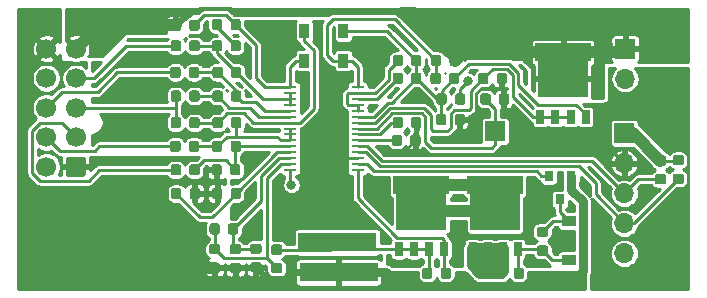
<source format=gbr>
G04 #@! TF.GenerationSoftware,KiCad,Pcbnew,5.1.0-unknown-ca7aec2~82~ubuntu18.04.1*
G04 #@! TF.CreationDate,2019-04-12T10:54:20-06:00*
G04 #@! TF.ProjectId,batteryMonitor,62617474-6572-4794-9d6f-6e69746f722e,rev?*
G04 #@! TF.SameCoordinates,Original*
G04 #@! TF.FileFunction,Copper,L1,Top*
G04 #@! TF.FilePolarity,Positive*
%FSLAX46Y46*%
G04 Gerber Fmt 4.6, Leading zero omitted, Abs format (unit mm)*
G04 Created by KiCad (PCBNEW 5.1.0-unknown-ca7aec2~82~ubuntu18.04.1) date 2019-04-12 10:54:20*
%MOMM*%
%LPD*%
G04 APERTURE LIST*
%ADD10R,6.600000X1.650000*%
%ADD11R,1.100000X0.285000*%
%ADD12C,0.100000*%
%ADD13C,0.875000*%
%ADD14R,0.700000X1.150000*%
%ADD15R,4.200000X3.300000*%
%ADD16R,4.700000X1.550000*%
%ADD17R,0.800000X0.900000*%
%ADD18R,1.700000X1.700000*%
%ADD19O,1.700000X1.700000*%
%ADD20C,1.700000*%
%ADD21R,1.200000X0.900000*%
%ADD22R,0.900000X1.200000*%
%ADD23C,0.800000*%
%ADD24C,0.250000*%
%ADD25C,1.000000*%
%ADD26C,0.500000*%
%ADD27C,0.750000*%
%ADD28C,0.600000*%
%ADD29C,0.350000*%
%ADD30C,0.254000*%
G04 APERTURE END LIST*
D10*
X117650000Y-90383280D03*
X117750000Y-92933280D03*
D11*
X113650000Y-84250000D03*
X113650000Y-83750000D03*
X113650000Y-83250000D03*
X113650000Y-82750000D03*
X113650000Y-82250000D03*
X113650000Y-81750000D03*
X113650000Y-81250000D03*
X113650000Y-80750000D03*
X113650000Y-80250000D03*
X113650000Y-79750000D03*
X113650000Y-79250000D03*
X113650000Y-78750000D03*
X113650000Y-78250000D03*
X113650000Y-77750000D03*
X113650000Y-77250000D03*
X119350000Y-77250000D03*
X119350000Y-77750000D03*
X119350000Y-78250000D03*
X119350000Y-78750000D03*
X119350000Y-79250000D03*
X119350000Y-79750000D03*
X119350000Y-80250000D03*
X119350000Y-80750000D03*
X119350000Y-81250000D03*
X119350000Y-81750000D03*
X119350000Y-82250000D03*
X119350000Y-82750000D03*
X119350000Y-83250000D03*
X119350000Y-83750000D03*
X119350000Y-84250000D03*
D12*
G36*
X133240191Y-92526053D02*
G01*
X133261426Y-92529203D01*
X133282250Y-92534419D01*
X133302462Y-92541651D01*
X133321868Y-92550830D01*
X133340281Y-92561866D01*
X133357524Y-92574654D01*
X133373430Y-92589070D01*
X133387846Y-92604976D01*
X133400634Y-92622219D01*
X133411670Y-92640632D01*
X133420849Y-92660038D01*
X133428081Y-92680250D01*
X133433297Y-92701074D01*
X133436447Y-92722309D01*
X133437500Y-92743750D01*
X133437500Y-93256250D01*
X133436447Y-93277691D01*
X133433297Y-93298926D01*
X133428081Y-93319750D01*
X133420849Y-93339962D01*
X133411670Y-93359368D01*
X133400634Y-93377781D01*
X133387846Y-93395024D01*
X133373430Y-93410930D01*
X133357524Y-93425346D01*
X133340281Y-93438134D01*
X133321868Y-93449170D01*
X133302462Y-93458349D01*
X133282250Y-93465581D01*
X133261426Y-93470797D01*
X133240191Y-93473947D01*
X133218750Y-93475000D01*
X132781250Y-93475000D01*
X132759809Y-93473947D01*
X132738574Y-93470797D01*
X132717750Y-93465581D01*
X132697538Y-93458349D01*
X132678132Y-93449170D01*
X132659719Y-93438134D01*
X132642476Y-93425346D01*
X132626570Y-93410930D01*
X132612154Y-93395024D01*
X132599366Y-93377781D01*
X132588330Y-93359368D01*
X132579151Y-93339962D01*
X132571919Y-93319750D01*
X132566703Y-93298926D01*
X132563553Y-93277691D01*
X132562500Y-93256250D01*
X132562500Y-92743750D01*
X132563553Y-92722309D01*
X132566703Y-92701074D01*
X132571919Y-92680250D01*
X132579151Y-92660038D01*
X132588330Y-92640632D01*
X132599366Y-92622219D01*
X132612154Y-92604976D01*
X132626570Y-92589070D01*
X132642476Y-92574654D01*
X132659719Y-92561866D01*
X132678132Y-92550830D01*
X132697538Y-92541651D01*
X132717750Y-92534419D01*
X132738574Y-92529203D01*
X132759809Y-92526053D01*
X132781250Y-92525000D01*
X133218750Y-92525000D01*
X133240191Y-92526053D01*
X133240191Y-92526053D01*
G37*
D13*
X133000000Y-93000000D03*
D12*
G36*
X131665191Y-92526053D02*
G01*
X131686426Y-92529203D01*
X131707250Y-92534419D01*
X131727462Y-92541651D01*
X131746868Y-92550830D01*
X131765281Y-92561866D01*
X131782524Y-92574654D01*
X131798430Y-92589070D01*
X131812846Y-92604976D01*
X131825634Y-92622219D01*
X131836670Y-92640632D01*
X131845849Y-92660038D01*
X131853081Y-92680250D01*
X131858297Y-92701074D01*
X131861447Y-92722309D01*
X131862500Y-92743750D01*
X131862500Y-93256250D01*
X131861447Y-93277691D01*
X131858297Y-93298926D01*
X131853081Y-93319750D01*
X131845849Y-93339962D01*
X131836670Y-93359368D01*
X131825634Y-93377781D01*
X131812846Y-93395024D01*
X131798430Y-93410930D01*
X131782524Y-93425346D01*
X131765281Y-93438134D01*
X131746868Y-93449170D01*
X131727462Y-93458349D01*
X131707250Y-93465581D01*
X131686426Y-93470797D01*
X131665191Y-93473947D01*
X131643750Y-93475000D01*
X131206250Y-93475000D01*
X131184809Y-93473947D01*
X131163574Y-93470797D01*
X131142750Y-93465581D01*
X131122538Y-93458349D01*
X131103132Y-93449170D01*
X131084719Y-93438134D01*
X131067476Y-93425346D01*
X131051570Y-93410930D01*
X131037154Y-93395024D01*
X131024366Y-93377781D01*
X131013330Y-93359368D01*
X131004151Y-93339962D01*
X130996919Y-93319750D01*
X130991703Y-93298926D01*
X130988553Y-93277691D01*
X130987500Y-93256250D01*
X130987500Y-92743750D01*
X130988553Y-92722309D01*
X130991703Y-92701074D01*
X130996919Y-92680250D01*
X131004151Y-92660038D01*
X131013330Y-92640632D01*
X131024366Y-92622219D01*
X131037154Y-92604976D01*
X131051570Y-92589070D01*
X131067476Y-92574654D01*
X131084719Y-92561866D01*
X131103132Y-92550830D01*
X131122538Y-92541651D01*
X131142750Y-92534419D01*
X131163574Y-92529203D01*
X131184809Y-92526053D01*
X131206250Y-92525000D01*
X131643750Y-92525000D01*
X131665191Y-92526053D01*
X131665191Y-92526053D01*
G37*
D13*
X131425000Y-93000000D03*
D12*
G36*
X126702691Y-77776053D02*
G01*
X126723926Y-77779203D01*
X126744750Y-77784419D01*
X126764962Y-77791651D01*
X126784368Y-77800830D01*
X126802781Y-77811866D01*
X126820024Y-77824654D01*
X126835930Y-77839070D01*
X126850346Y-77854976D01*
X126863134Y-77872219D01*
X126874170Y-77890632D01*
X126883349Y-77910038D01*
X126890581Y-77930250D01*
X126895797Y-77951074D01*
X126898947Y-77972309D01*
X126900000Y-77993750D01*
X126900000Y-78506250D01*
X126898947Y-78527691D01*
X126895797Y-78548926D01*
X126890581Y-78569750D01*
X126883349Y-78589962D01*
X126874170Y-78609368D01*
X126863134Y-78627781D01*
X126850346Y-78645024D01*
X126835930Y-78660930D01*
X126820024Y-78675346D01*
X126802781Y-78688134D01*
X126784368Y-78699170D01*
X126764962Y-78708349D01*
X126744750Y-78715581D01*
X126723926Y-78720797D01*
X126702691Y-78723947D01*
X126681250Y-78725000D01*
X126243750Y-78725000D01*
X126222309Y-78723947D01*
X126201074Y-78720797D01*
X126180250Y-78715581D01*
X126160038Y-78708349D01*
X126140632Y-78699170D01*
X126122219Y-78688134D01*
X126104976Y-78675346D01*
X126089070Y-78660930D01*
X126074654Y-78645024D01*
X126061866Y-78627781D01*
X126050830Y-78609368D01*
X126041651Y-78589962D01*
X126034419Y-78569750D01*
X126029203Y-78548926D01*
X126026053Y-78527691D01*
X126025000Y-78506250D01*
X126025000Y-77993750D01*
X126026053Y-77972309D01*
X126029203Y-77951074D01*
X126034419Y-77930250D01*
X126041651Y-77910038D01*
X126050830Y-77890632D01*
X126061866Y-77872219D01*
X126074654Y-77854976D01*
X126089070Y-77839070D01*
X126104976Y-77824654D01*
X126122219Y-77811866D01*
X126140632Y-77800830D01*
X126160038Y-77791651D01*
X126180250Y-77784419D01*
X126201074Y-77779203D01*
X126222309Y-77776053D01*
X126243750Y-77775000D01*
X126681250Y-77775000D01*
X126702691Y-77776053D01*
X126702691Y-77776053D01*
G37*
D13*
X126462500Y-78250000D03*
D12*
G36*
X128277691Y-77776053D02*
G01*
X128298926Y-77779203D01*
X128319750Y-77784419D01*
X128339962Y-77791651D01*
X128359368Y-77800830D01*
X128377781Y-77811866D01*
X128395024Y-77824654D01*
X128410930Y-77839070D01*
X128425346Y-77854976D01*
X128438134Y-77872219D01*
X128449170Y-77890632D01*
X128458349Y-77910038D01*
X128465581Y-77930250D01*
X128470797Y-77951074D01*
X128473947Y-77972309D01*
X128475000Y-77993750D01*
X128475000Y-78506250D01*
X128473947Y-78527691D01*
X128470797Y-78548926D01*
X128465581Y-78569750D01*
X128458349Y-78589962D01*
X128449170Y-78609368D01*
X128438134Y-78627781D01*
X128425346Y-78645024D01*
X128410930Y-78660930D01*
X128395024Y-78675346D01*
X128377781Y-78688134D01*
X128359368Y-78699170D01*
X128339962Y-78708349D01*
X128319750Y-78715581D01*
X128298926Y-78720797D01*
X128277691Y-78723947D01*
X128256250Y-78725000D01*
X127818750Y-78725000D01*
X127797309Y-78723947D01*
X127776074Y-78720797D01*
X127755250Y-78715581D01*
X127735038Y-78708349D01*
X127715632Y-78699170D01*
X127697219Y-78688134D01*
X127679976Y-78675346D01*
X127664070Y-78660930D01*
X127649654Y-78645024D01*
X127636866Y-78627781D01*
X127625830Y-78609368D01*
X127616651Y-78589962D01*
X127609419Y-78569750D01*
X127604203Y-78548926D01*
X127601053Y-78527691D01*
X127600000Y-78506250D01*
X127600000Y-77993750D01*
X127601053Y-77972309D01*
X127604203Y-77951074D01*
X127609419Y-77930250D01*
X127616651Y-77910038D01*
X127625830Y-77890632D01*
X127636866Y-77872219D01*
X127649654Y-77854976D01*
X127664070Y-77839070D01*
X127679976Y-77824654D01*
X127697219Y-77811866D01*
X127715632Y-77800830D01*
X127735038Y-77791651D01*
X127755250Y-77784419D01*
X127776074Y-77779203D01*
X127797309Y-77776053D01*
X127818750Y-77775000D01*
X128256250Y-77775000D01*
X128277691Y-77776053D01*
X128277691Y-77776053D01*
G37*
D13*
X128037500Y-78250000D03*
D12*
G36*
X127815191Y-74526053D02*
G01*
X127836426Y-74529203D01*
X127857250Y-74534419D01*
X127877462Y-74541651D01*
X127896868Y-74550830D01*
X127915281Y-74561866D01*
X127932524Y-74574654D01*
X127948430Y-74589070D01*
X127962846Y-74604976D01*
X127975634Y-74622219D01*
X127986670Y-74640632D01*
X127995849Y-74660038D01*
X128003081Y-74680250D01*
X128008297Y-74701074D01*
X128011447Y-74722309D01*
X128012500Y-74743750D01*
X128012500Y-75256250D01*
X128011447Y-75277691D01*
X128008297Y-75298926D01*
X128003081Y-75319750D01*
X127995849Y-75339962D01*
X127986670Y-75359368D01*
X127975634Y-75377781D01*
X127962846Y-75395024D01*
X127948430Y-75410930D01*
X127932524Y-75425346D01*
X127915281Y-75438134D01*
X127896868Y-75449170D01*
X127877462Y-75458349D01*
X127857250Y-75465581D01*
X127836426Y-75470797D01*
X127815191Y-75473947D01*
X127793750Y-75475000D01*
X127356250Y-75475000D01*
X127334809Y-75473947D01*
X127313574Y-75470797D01*
X127292750Y-75465581D01*
X127272538Y-75458349D01*
X127253132Y-75449170D01*
X127234719Y-75438134D01*
X127217476Y-75425346D01*
X127201570Y-75410930D01*
X127187154Y-75395024D01*
X127174366Y-75377781D01*
X127163330Y-75359368D01*
X127154151Y-75339962D01*
X127146919Y-75319750D01*
X127141703Y-75298926D01*
X127138553Y-75277691D01*
X127137500Y-75256250D01*
X127137500Y-74743750D01*
X127138553Y-74722309D01*
X127141703Y-74701074D01*
X127146919Y-74680250D01*
X127154151Y-74660038D01*
X127163330Y-74640632D01*
X127174366Y-74622219D01*
X127187154Y-74604976D01*
X127201570Y-74589070D01*
X127217476Y-74574654D01*
X127234719Y-74561866D01*
X127253132Y-74550830D01*
X127272538Y-74541651D01*
X127292750Y-74534419D01*
X127313574Y-74529203D01*
X127334809Y-74526053D01*
X127356250Y-74525000D01*
X127793750Y-74525000D01*
X127815191Y-74526053D01*
X127815191Y-74526053D01*
G37*
D13*
X127575000Y-75000000D03*
D12*
G36*
X126240191Y-74526053D02*
G01*
X126261426Y-74529203D01*
X126282250Y-74534419D01*
X126302462Y-74541651D01*
X126321868Y-74550830D01*
X126340281Y-74561866D01*
X126357524Y-74574654D01*
X126373430Y-74589070D01*
X126387846Y-74604976D01*
X126400634Y-74622219D01*
X126411670Y-74640632D01*
X126420849Y-74660038D01*
X126428081Y-74680250D01*
X126433297Y-74701074D01*
X126436447Y-74722309D01*
X126437500Y-74743750D01*
X126437500Y-75256250D01*
X126436447Y-75277691D01*
X126433297Y-75298926D01*
X126428081Y-75319750D01*
X126420849Y-75339962D01*
X126411670Y-75359368D01*
X126400634Y-75377781D01*
X126387846Y-75395024D01*
X126373430Y-75410930D01*
X126357524Y-75425346D01*
X126340281Y-75438134D01*
X126321868Y-75449170D01*
X126302462Y-75458349D01*
X126282250Y-75465581D01*
X126261426Y-75470797D01*
X126240191Y-75473947D01*
X126218750Y-75475000D01*
X125781250Y-75475000D01*
X125759809Y-75473947D01*
X125738574Y-75470797D01*
X125717750Y-75465581D01*
X125697538Y-75458349D01*
X125678132Y-75449170D01*
X125659719Y-75438134D01*
X125642476Y-75425346D01*
X125626570Y-75410930D01*
X125612154Y-75395024D01*
X125599366Y-75377781D01*
X125588330Y-75359368D01*
X125579151Y-75339962D01*
X125571919Y-75319750D01*
X125566703Y-75298926D01*
X125563553Y-75277691D01*
X125562500Y-75256250D01*
X125562500Y-74743750D01*
X125563553Y-74722309D01*
X125566703Y-74701074D01*
X125571919Y-74680250D01*
X125579151Y-74660038D01*
X125588330Y-74640632D01*
X125599366Y-74622219D01*
X125612154Y-74604976D01*
X125626570Y-74589070D01*
X125642476Y-74574654D01*
X125659719Y-74561866D01*
X125678132Y-74550830D01*
X125697538Y-74541651D01*
X125717750Y-74534419D01*
X125738574Y-74529203D01*
X125759809Y-74526053D01*
X125781250Y-74525000D01*
X126218750Y-74525000D01*
X126240191Y-74526053D01*
X126240191Y-74526053D01*
G37*
D13*
X126000000Y-75000000D03*
D12*
G36*
X135277691Y-89063553D02*
G01*
X135298926Y-89066703D01*
X135319750Y-89071919D01*
X135339962Y-89079151D01*
X135359368Y-89088330D01*
X135377781Y-89099366D01*
X135395024Y-89112154D01*
X135410930Y-89126570D01*
X135425346Y-89142476D01*
X135438134Y-89159719D01*
X135449170Y-89178132D01*
X135458349Y-89197538D01*
X135465581Y-89217750D01*
X135470797Y-89238574D01*
X135473947Y-89259809D01*
X135475000Y-89281250D01*
X135475000Y-89718750D01*
X135473947Y-89740191D01*
X135470797Y-89761426D01*
X135465581Y-89782250D01*
X135458349Y-89802462D01*
X135449170Y-89821868D01*
X135438134Y-89840281D01*
X135425346Y-89857524D01*
X135410930Y-89873430D01*
X135395024Y-89887846D01*
X135377781Y-89900634D01*
X135359368Y-89911670D01*
X135339962Y-89920849D01*
X135319750Y-89928081D01*
X135298926Y-89933297D01*
X135277691Y-89936447D01*
X135256250Y-89937500D01*
X134743750Y-89937500D01*
X134722309Y-89936447D01*
X134701074Y-89933297D01*
X134680250Y-89928081D01*
X134660038Y-89920849D01*
X134640632Y-89911670D01*
X134622219Y-89900634D01*
X134604976Y-89887846D01*
X134589070Y-89873430D01*
X134574654Y-89857524D01*
X134561866Y-89840281D01*
X134550830Y-89821868D01*
X134541651Y-89802462D01*
X134534419Y-89782250D01*
X134529203Y-89761426D01*
X134526053Y-89740191D01*
X134525000Y-89718750D01*
X134525000Y-89281250D01*
X134526053Y-89259809D01*
X134529203Y-89238574D01*
X134534419Y-89217750D01*
X134541651Y-89197538D01*
X134550830Y-89178132D01*
X134561866Y-89159719D01*
X134574654Y-89142476D01*
X134589070Y-89126570D01*
X134604976Y-89112154D01*
X134622219Y-89099366D01*
X134640632Y-89088330D01*
X134660038Y-89079151D01*
X134680250Y-89071919D01*
X134701074Y-89066703D01*
X134722309Y-89063553D01*
X134743750Y-89062500D01*
X135256250Y-89062500D01*
X135277691Y-89063553D01*
X135277691Y-89063553D01*
G37*
D13*
X135000000Y-89500000D03*
D12*
G36*
X135277691Y-90638553D02*
G01*
X135298926Y-90641703D01*
X135319750Y-90646919D01*
X135339962Y-90654151D01*
X135359368Y-90663330D01*
X135377781Y-90674366D01*
X135395024Y-90687154D01*
X135410930Y-90701570D01*
X135425346Y-90717476D01*
X135438134Y-90734719D01*
X135449170Y-90753132D01*
X135458349Y-90772538D01*
X135465581Y-90792750D01*
X135470797Y-90813574D01*
X135473947Y-90834809D01*
X135475000Y-90856250D01*
X135475000Y-91293750D01*
X135473947Y-91315191D01*
X135470797Y-91336426D01*
X135465581Y-91357250D01*
X135458349Y-91377462D01*
X135449170Y-91396868D01*
X135438134Y-91415281D01*
X135425346Y-91432524D01*
X135410930Y-91448430D01*
X135395024Y-91462846D01*
X135377781Y-91475634D01*
X135359368Y-91486670D01*
X135339962Y-91495849D01*
X135319750Y-91503081D01*
X135298926Y-91508297D01*
X135277691Y-91511447D01*
X135256250Y-91512500D01*
X134743750Y-91512500D01*
X134722309Y-91511447D01*
X134701074Y-91508297D01*
X134680250Y-91503081D01*
X134660038Y-91495849D01*
X134640632Y-91486670D01*
X134622219Y-91475634D01*
X134604976Y-91462846D01*
X134589070Y-91448430D01*
X134574654Y-91432524D01*
X134561866Y-91415281D01*
X134550830Y-91396868D01*
X134541651Y-91377462D01*
X134534419Y-91357250D01*
X134529203Y-91336426D01*
X134526053Y-91315191D01*
X134525000Y-91293750D01*
X134525000Y-90856250D01*
X134526053Y-90834809D01*
X134529203Y-90813574D01*
X134534419Y-90792750D01*
X134541651Y-90772538D01*
X134550830Y-90753132D01*
X134561866Y-90734719D01*
X134574654Y-90717476D01*
X134589070Y-90701570D01*
X134604976Y-90687154D01*
X134622219Y-90674366D01*
X134640632Y-90663330D01*
X134660038Y-90654151D01*
X134680250Y-90646919D01*
X134701074Y-90641703D01*
X134722309Y-90638553D01*
X134743750Y-90637500D01*
X135256250Y-90637500D01*
X135277691Y-90638553D01*
X135277691Y-90638553D01*
G37*
D13*
X135000000Y-91075000D03*
D12*
G36*
X122915191Y-81276053D02*
G01*
X122936426Y-81279203D01*
X122957250Y-81284419D01*
X122977462Y-81291651D01*
X122996868Y-81300830D01*
X123015281Y-81311866D01*
X123032524Y-81324654D01*
X123048430Y-81339070D01*
X123062846Y-81354976D01*
X123075634Y-81372219D01*
X123086670Y-81390632D01*
X123095849Y-81410038D01*
X123103081Y-81430250D01*
X123108297Y-81451074D01*
X123111447Y-81472309D01*
X123112500Y-81493750D01*
X123112500Y-82006250D01*
X123111447Y-82027691D01*
X123108297Y-82048926D01*
X123103081Y-82069750D01*
X123095849Y-82089962D01*
X123086670Y-82109368D01*
X123075634Y-82127781D01*
X123062846Y-82145024D01*
X123048430Y-82160930D01*
X123032524Y-82175346D01*
X123015281Y-82188134D01*
X122996868Y-82199170D01*
X122977462Y-82208349D01*
X122957250Y-82215581D01*
X122936426Y-82220797D01*
X122915191Y-82223947D01*
X122893750Y-82225000D01*
X122456250Y-82225000D01*
X122434809Y-82223947D01*
X122413574Y-82220797D01*
X122392750Y-82215581D01*
X122372538Y-82208349D01*
X122353132Y-82199170D01*
X122334719Y-82188134D01*
X122317476Y-82175346D01*
X122301570Y-82160930D01*
X122287154Y-82145024D01*
X122274366Y-82127781D01*
X122263330Y-82109368D01*
X122254151Y-82089962D01*
X122246919Y-82069750D01*
X122241703Y-82048926D01*
X122238553Y-82027691D01*
X122237500Y-82006250D01*
X122237500Y-81493750D01*
X122238553Y-81472309D01*
X122241703Y-81451074D01*
X122246919Y-81430250D01*
X122254151Y-81410038D01*
X122263330Y-81390632D01*
X122274366Y-81372219D01*
X122287154Y-81354976D01*
X122301570Y-81339070D01*
X122317476Y-81324654D01*
X122334719Y-81311866D01*
X122353132Y-81300830D01*
X122372538Y-81291651D01*
X122392750Y-81284419D01*
X122413574Y-81279203D01*
X122434809Y-81276053D01*
X122456250Y-81275000D01*
X122893750Y-81275000D01*
X122915191Y-81276053D01*
X122915191Y-81276053D01*
G37*
D13*
X122675000Y-81750000D03*
D12*
G36*
X124490191Y-81276053D02*
G01*
X124511426Y-81279203D01*
X124532250Y-81284419D01*
X124552462Y-81291651D01*
X124571868Y-81300830D01*
X124590281Y-81311866D01*
X124607524Y-81324654D01*
X124623430Y-81339070D01*
X124637846Y-81354976D01*
X124650634Y-81372219D01*
X124661670Y-81390632D01*
X124670849Y-81410038D01*
X124678081Y-81430250D01*
X124683297Y-81451074D01*
X124686447Y-81472309D01*
X124687500Y-81493750D01*
X124687500Y-82006250D01*
X124686447Y-82027691D01*
X124683297Y-82048926D01*
X124678081Y-82069750D01*
X124670849Y-82089962D01*
X124661670Y-82109368D01*
X124650634Y-82127781D01*
X124637846Y-82145024D01*
X124623430Y-82160930D01*
X124607524Y-82175346D01*
X124590281Y-82188134D01*
X124571868Y-82199170D01*
X124552462Y-82208349D01*
X124532250Y-82215581D01*
X124511426Y-82220797D01*
X124490191Y-82223947D01*
X124468750Y-82225000D01*
X124031250Y-82225000D01*
X124009809Y-82223947D01*
X123988574Y-82220797D01*
X123967750Y-82215581D01*
X123947538Y-82208349D01*
X123928132Y-82199170D01*
X123909719Y-82188134D01*
X123892476Y-82175346D01*
X123876570Y-82160930D01*
X123862154Y-82145024D01*
X123849366Y-82127781D01*
X123838330Y-82109368D01*
X123829151Y-82089962D01*
X123821919Y-82069750D01*
X123816703Y-82048926D01*
X123813553Y-82027691D01*
X123812500Y-82006250D01*
X123812500Y-81493750D01*
X123813553Y-81472309D01*
X123816703Y-81451074D01*
X123821919Y-81430250D01*
X123829151Y-81410038D01*
X123838330Y-81390632D01*
X123849366Y-81372219D01*
X123862154Y-81354976D01*
X123876570Y-81339070D01*
X123892476Y-81324654D01*
X123909719Y-81311866D01*
X123928132Y-81300830D01*
X123947538Y-81291651D01*
X123967750Y-81284419D01*
X123988574Y-81279203D01*
X124009809Y-81276053D01*
X124031250Y-81275000D01*
X124468750Y-81275000D01*
X124490191Y-81276053D01*
X124490191Y-81276053D01*
G37*
D13*
X124250000Y-81750000D03*
D12*
G36*
X122990191Y-76026053D02*
G01*
X123011426Y-76029203D01*
X123032250Y-76034419D01*
X123052462Y-76041651D01*
X123071868Y-76050830D01*
X123090281Y-76061866D01*
X123107524Y-76074654D01*
X123123430Y-76089070D01*
X123137846Y-76104976D01*
X123150634Y-76122219D01*
X123161670Y-76140632D01*
X123170849Y-76160038D01*
X123178081Y-76180250D01*
X123183297Y-76201074D01*
X123186447Y-76222309D01*
X123187500Y-76243750D01*
X123187500Y-76756250D01*
X123186447Y-76777691D01*
X123183297Y-76798926D01*
X123178081Y-76819750D01*
X123170849Y-76839962D01*
X123161670Y-76859368D01*
X123150634Y-76877781D01*
X123137846Y-76895024D01*
X123123430Y-76910930D01*
X123107524Y-76925346D01*
X123090281Y-76938134D01*
X123071868Y-76949170D01*
X123052462Y-76958349D01*
X123032250Y-76965581D01*
X123011426Y-76970797D01*
X122990191Y-76973947D01*
X122968750Y-76975000D01*
X122531250Y-76975000D01*
X122509809Y-76973947D01*
X122488574Y-76970797D01*
X122467750Y-76965581D01*
X122447538Y-76958349D01*
X122428132Y-76949170D01*
X122409719Y-76938134D01*
X122392476Y-76925346D01*
X122376570Y-76910930D01*
X122362154Y-76895024D01*
X122349366Y-76877781D01*
X122338330Y-76859368D01*
X122329151Y-76839962D01*
X122321919Y-76819750D01*
X122316703Y-76798926D01*
X122313553Y-76777691D01*
X122312500Y-76756250D01*
X122312500Y-76243750D01*
X122313553Y-76222309D01*
X122316703Y-76201074D01*
X122321919Y-76180250D01*
X122329151Y-76160038D01*
X122338330Y-76140632D01*
X122349366Y-76122219D01*
X122362154Y-76104976D01*
X122376570Y-76089070D01*
X122392476Y-76074654D01*
X122409719Y-76061866D01*
X122428132Y-76050830D01*
X122447538Y-76041651D01*
X122467750Y-76034419D01*
X122488574Y-76029203D01*
X122509809Y-76026053D01*
X122531250Y-76025000D01*
X122968750Y-76025000D01*
X122990191Y-76026053D01*
X122990191Y-76026053D01*
G37*
D13*
X122750000Y-76500000D03*
D12*
G36*
X124565191Y-76026053D02*
G01*
X124586426Y-76029203D01*
X124607250Y-76034419D01*
X124627462Y-76041651D01*
X124646868Y-76050830D01*
X124665281Y-76061866D01*
X124682524Y-76074654D01*
X124698430Y-76089070D01*
X124712846Y-76104976D01*
X124725634Y-76122219D01*
X124736670Y-76140632D01*
X124745849Y-76160038D01*
X124753081Y-76180250D01*
X124758297Y-76201074D01*
X124761447Y-76222309D01*
X124762500Y-76243750D01*
X124762500Y-76756250D01*
X124761447Y-76777691D01*
X124758297Y-76798926D01*
X124753081Y-76819750D01*
X124745849Y-76839962D01*
X124736670Y-76859368D01*
X124725634Y-76877781D01*
X124712846Y-76895024D01*
X124698430Y-76910930D01*
X124682524Y-76925346D01*
X124665281Y-76938134D01*
X124646868Y-76949170D01*
X124627462Y-76958349D01*
X124607250Y-76965581D01*
X124586426Y-76970797D01*
X124565191Y-76973947D01*
X124543750Y-76975000D01*
X124106250Y-76975000D01*
X124084809Y-76973947D01*
X124063574Y-76970797D01*
X124042750Y-76965581D01*
X124022538Y-76958349D01*
X124003132Y-76949170D01*
X123984719Y-76938134D01*
X123967476Y-76925346D01*
X123951570Y-76910930D01*
X123937154Y-76895024D01*
X123924366Y-76877781D01*
X123913330Y-76859368D01*
X123904151Y-76839962D01*
X123896919Y-76819750D01*
X123891703Y-76798926D01*
X123888553Y-76777691D01*
X123887500Y-76756250D01*
X123887500Y-76243750D01*
X123888553Y-76222309D01*
X123891703Y-76201074D01*
X123896919Y-76180250D01*
X123904151Y-76160038D01*
X123913330Y-76140632D01*
X123924366Y-76122219D01*
X123937154Y-76104976D01*
X123951570Y-76089070D01*
X123967476Y-76074654D01*
X123984719Y-76061866D01*
X124003132Y-76050830D01*
X124022538Y-76041651D01*
X124042750Y-76034419D01*
X124063574Y-76029203D01*
X124084809Y-76026053D01*
X124106250Y-76025000D01*
X124543750Y-76025000D01*
X124565191Y-76026053D01*
X124565191Y-76026053D01*
G37*
D13*
X124325000Y-76500000D03*
D12*
G36*
X145277691Y-84601053D02*
G01*
X145298926Y-84604203D01*
X145319750Y-84609419D01*
X145339962Y-84616651D01*
X145359368Y-84625830D01*
X145377781Y-84636866D01*
X145395024Y-84649654D01*
X145410930Y-84664070D01*
X145425346Y-84679976D01*
X145438134Y-84697219D01*
X145449170Y-84715632D01*
X145458349Y-84735038D01*
X145465581Y-84755250D01*
X145470797Y-84776074D01*
X145473947Y-84797309D01*
X145475000Y-84818750D01*
X145475000Y-85256250D01*
X145473947Y-85277691D01*
X145470797Y-85298926D01*
X145465581Y-85319750D01*
X145458349Y-85339962D01*
X145449170Y-85359368D01*
X145438134Y-85377781D01*
X145425346Y-85395024D01*
X145410930Y-85410930D01*
X145395024Y-85425346D01*
X145377781Y-85438134D01*
X145359368Y-85449170D01*
X145339962Y-85458349D01*
X145319750Y-85465581D01*
X145298926Y-85470797D01*
X145277691Y-85473947D01*
X145256250Y-85475000D01*
X144743750Y-85475000D01*
X144722309Y-85473947D01*
X144701074Y-85470797D01*
X144680250Y-85465581D01*
X144660038Y-85458349D01*
X144640632Y-85449170D01*
X144622219Y-85438134D01*
X144604976Y-85425346D01*
X144589070Y-85410930D01*
X144574654Y-85395024D01*
X144561866Y-85377781D01*
X144550830Y-85359368D01*
X144541651Y-85339962D01*
X144534419Y-85319750D01*
X144529203Y-85298926D01*
X144526053Y-85277691D01*
X144525000Y-85256250D01*
X144525000Y-84818750D01*
X144526053Y-84797309D01*
X144529203Y-84776074D01*
X144534419Y-84755250D01*
X144541651Y-84735038D01*
X144550830Y-84715632D01*
X144561866Y-84697219D01*
X144574654Y-84679976D01*
X144589070Y-84664070D01*
X144604976Y-84649654D01*
X144622219Y-84636866D01*
X144640632Y-84625830D01*
X144660038Y-84616651D01*
X144680250Y-84609419D01*
X144701074Y-84604203D01*
X144722309Y-84601053D01*
X144743750Y-84600000D01*
X145256250Y-84600000D01*
X145277691Y-84601053D01*
X145277691Y-84601053D01*
G37*
D13*
X145000000Y-85037500D03*
D12*
G36*
X145277691Y-83026053D02*
G01*
X145298926Y-83029203D01*
X145319750Y-83034419D01*
X145339962Y-83041651D01*
X145359368Y-83050830D01*
X145377781Y-83061866D01*
X145395024Y-83074654D01*
X145410930Y-83089070D01*
X145425346Y-83104976D01*
X145438134Y-83122219D01*
X145449170Y-83140632D01*
X145458349Y-83160038D01*
X145465581Y-83180250D01*
X145470797Y-83201074D01*
X145473947Y-83222309D01*
X145475000Y-83243750D01*
X145475000Y-83681250D01*
X145473947Y-83702691D01*
X145470797Y-83723926D01*
X145465581Y-83744750D01*
X145458349Y-83764962D01*
X145449170Y-83784368D01*
X145438134Y-83802781D01*
X145425346Y-83820024D01*
X145410930Y-83835930D01*
X145395024Y-83850346D01*
X145377781Y-83863134D01*
X145359368Y-83874170D01*
X145339962Y-83883349D01*
X145319750Y-83890581D01*
X145298926Y-83895797D01*
X145277691Y-83898947D01*
X145256250Y-83900000D01*
X144743750Y-83900000D01*
X144722309Y-83898947D01*
X144701074Y-83895797D01*
X144680250Y-83890581D01*
X144660038Y-83883349D01*
X144640632Y-83874170D01*
X144622219Y-83863134D01*
X144604976Y-83850346D01*
X144589070Y-83835930D01*
X144574654Y-83820024D01*
X144561866Y-83802781D01*
X144550830Y-83784368D01*
X144541651Y-83764962D01*
X144534419Y-83744750D01*
X144529203Y-83723926D01*
X144526053Y-83702691D01*
X144525000Y-83681250D01*
X144525000Y-83243750D01*
X144526053Y-83222309D01*
X144529203Y-83201074D01*
X144534419Y-83180250D01*
X144541651Y-83160038D01*
X144550830Y-83140632D01*
X144561866Y-83122219D01*
X144574654Y-83104976D01*
X144589070Y-83089070D01*
X144604976Y-83074654D01*
X144622219Y-83061866D01*
X144640632Y-83050830D01*
X144660038Y-83041651D01*
X144680250Y-83034419D01*
X144701074Y-83029203D01*
X144722309Y-83026053D01*
X144743750Y-83025000D01*
X145256250Y-83025000D01*
X145277691Y-83026053D01*
X145277691Y-83026053D01*
G37*
D13*
X145000000Y-83462500D03*
D12*
G36*
X146777691Y-84563553D02*
G01*
X146798926Y-84566703D01*
X146819750Y-84571919D01*
X146839962Y-84579151D01*
X146859368Y-84588330D01*
X146877781Y-84599366D01*
X146895024Y-84612154D01*
X146910930Y-84626570D01*
X146925346Y-84642476D01*
X146938134Y-84659719D01*
X146949170Y-84678132D01*
X146958349Y-84697538D01*
X146965581Y-84717750D01*
X146970797Y-84738574D01*
X146973947Y-84759809D01*
X146975000Y-84781250D01*
X146975000Y-85218750D01*
X146973947Y-85240191D01*
X146970797Y-85261426D01*
X146965581Y-85282250D01*
X146958349Y-85302462D01*
X146949170Y-85321868D01*
X146938134Y-85340281D01*
X146925346Y-85357524D01*
X146910930Y-85373430D01*
X146895024Y-85387846D01*
X146877781Y-85400634D01*
X146859368Y-85411670D01*
X146839962Y-85420849D01*
X146819750Y-85428081D01*
X146798926Y-85433297D01*
X146777691Y-85436447D01*
X146756250Y-85437500D01*
X146243750Y-85437500D01*
X146222309Y-85436447D01*
X146201074Y-85433297D01*
X146180250Y-85428081D01*
X146160038Y-85420849D01*
X146140632Y-85411670D01*
X146122219Y-85400634D01*
X146104976Y-85387846D01*
X146089070Y-85373430D01*
X146074654Y-85357524D01*
X146061866Y-85340281D01*
X146050830Y-85321868D01*
X146041651Y-85302462D01*
X146034419Y-85282250D01*
X146029203Y-85261426D01*
X146026053Y-85240191D01*
X146025000Y-85218750D01*
X146025000Y-84781250D01*
X146026053Y-84759809D01*
X146029203Y-84738574D01*
X146034419Y-84717750D01*
X146041651Y-84697538D01*
X146050830Y-84678132D01*
X146061866Y-84659719D01*
X146074654Y-84642476D01*
X146089070Y-84626570D01*
X146104976Y-84612154D01*
X146122219Y-84599366D01*
X146140632Y-84588330D01*
X146160038Y-84579151D01*
X146180250Y-84571919D01*
X146201074Y-84566703D01*
X146222309Y-84563553D01*
X146243750Y-84562500D01*
X146756250Y-84562500D01*
X146777691Y-84563553D01*
X146777691Y-84563553D01*
G37*
D13*
X146500000Y-85000000D03*
D12*
G36*
X146777691Y-82988553D02*
G01*
X146798926Y-82991703D01*
X146819750Y-82996919D01*
X146839962Y-83004151D01*
X146859368Y-83013330D01*
X146877781Y-83024366D01*
X146895024Y-83037154D01*
X146910930Y-83051570D01*
X146925346Y-83067476D01*
X146938134Y-83084719D01*
X146949170Y-83103132D01*
X146958349Y-83122538D01*
X146965581Y-83142750D01*
X146970797Y-83163574D01*
X146973947Y-83184809D01*
X146975000Y-83206250D01*
X146975000Y-83643750D01*
X146973947Y-83665191D01*
X146970797Y-83686426D01*
X146965581Y-83707250D01*
X146958349Y-83727462D01*
X146949170Y-83746868D01*
X146938134Y-83765281D01*
X146925346Y-83782524D01*
X146910930Y-83798430D01*
X146895024Y-83812846D01*
X146877781Y-83825634D01*
X146859368Y-83836670D01*
X146839962Y-83845849D01*
X146819750Y-83853081D01*
X146798926Y-83858297D01*
X146777691Y-83861447D01*
X146756250Y-83862500D01*
X146243750Y-83862500D01*
X146222309Y-83861447D01*
X146201074Y-83858297D01*
X146180250Y-83853081D01*
X146160038Y-83845849D01*
X146140632Y-83836670D01*
X146122219Y-83825634D01*
X146104976Y-83812846D01*
X146089070Y-83798430D01*
X146074654Y-83782524D01*
X146061866Y-83765281D01*
X146050830Y-83746868D01*
X146041651Y-83727462D01*
X146034419Y-83707250D01*
X146029203Y-83686426D01*
X146026053Y-83665191D01*
X146025000Y-83643750D01*
X146025000Y-83206250D01*
X146026053Y-83184809D01*
X146029203Y-83163574D01*
X146034419Y-83142750D01*
X146041651Y-83122538D01*
X146050830Y-83103132D01*
X146061866Y-83084719D01*
X146074654Y-83067476D01*
X146089070Y-83051570D01*
X146104976Y-83037154D01*
X146122219Y-83024366D01*
X146140632Y-83013330D01*
X146160038Y-83004151D01*
X146180250Y-82996919D01*
X146201074Y-82991703D01*
X146222309Y-82988553D01*
X146243750Y-82987500D01*
X146756250Y-82987500D01*
X146777691Y-82988553D01*
X146777691Y-82988553D01*
G37*
D13*
X146500000Y-83425000D03*
D12*
G36*
X125490191Y-92526053D02*
G01*
X125511426Y-92529203D01*
X125532250Y-92534419D01*
X125552462Y-92541651D01*
X125571868Y-92550830D01*
X125590281Y-92561866D01*
X125607524Y-92574654D01*
X125623430Y-92589070D01*
X125637846Y-92604976D01*
X125650634Y-92622219D01*
X125661670Y-92640632D01*
X125670849Y-92660038D01*
X125678081Y-92680250D01*
X125683297Y-92701074D01*
X125686447Y-92722309D01*
X125687500Y-92743750D01*
X125687500Y-93256250D01*
X125686447Y-93277691D01*
X125683297Y-93298926D01*
X125678081Y-93319750D01*
X125670849Y-93339962D01*
X125661670Y-93359368D01*
X125650634Y-93377781D01*
X125637846Y-93395024D01*
X125623430Y-93410930D01*
X125607524Y-93425346D01*
X125590281Y-93438134D01*
X125571868Y-93449170D01*
X125552462Y-93458349D01*
X125532250Y-93465581D01*
X125511426Y-93470797D01*
X125490191Y-93473947D01*
X125468750Y-93475000D01*
X125031250Y-93475000D01*
X125009809Y-93473947D01*
X124988574Y-93470797D01*
X124967750Y-93465581D01*
X124947538Y-93458349D01*
X124928132Y-93449170D01*
X124909719Y-93438134D01*
X124892476Y-93425346D01*
X124876570Y-93410930D01*
X124862154Y-93395024D01*
X124849366Y-93377781D01*
X124838330Y-93359368D01*
X124829151Y-93339962D01*
X124821919Y-93319750D01*
X124816703Y-93298926D01*
X124813553Y-93277691D01*
X124812500Y-93256250D01*
X124812500Y-92743750D01*
X124813553Y-92722309D01*
X124816703Y-92701074D01*
X124821919Y-92680250D01*
X124829151Y-92660038D01*
X124838330Y-92640632D01*
X124849366Y-92622219D01*
X124862154Y-92604976D01*
X124876570Y-92589070D01*
X124892476Y-92574654D01*
X124909719Y-92561866D01*
X124928132Y-92550830D01*
X124947538Y-92541651D01*
X124967750Y-92534419D01*
X124988574Y-92529203D01*
X125009809Y-92526053D01*
X125031250Y-92525000D01*
X125468750Y-92525000D01*
X125490191Y-92526053D01*
X125490191Y-92526053D01*
G37*
D13*
X125250000Y-93000000D03*
D12*
G36*
X127065191Y-92526053D02*
G01*
X127086426Y-92529203D01*
X127107250Y-92534419D01*
X127127462Y-92541651D01*
X127146868Y-92550830D01*
X127165281Y-92561866D01*
X127182524Y-92574654D01*
X127198430Y-92589070D01*
X127212846Y-92604976D01*
X127225634Y-92622219D01*
X127236670Y-92640632D01*
X127245849Y-92660038D01*
X127253081Y-92680250D01*
X127258297Y-92701074D01*
X127261447Y-92722309D01*
X127262500Y-92743750D01*
X127262500Y-93256250D01*
X127261447Y-93277691D01*
X127258297Y-93298926D01*
X127253081Y-93319750D01*
X127245849Y-93339962D01*
X127236670Y-93359368D01*
X127225634Y-93377781D01*
X127212846Y-93395024D01*
X127198430Y-93410930D01*
X127182524Y-93425346D01*
X127165281Y-93438134D01*
X127146868Y-93449170D01*
X127127462Y-93458349D01*
X127107250Y-93465581D01*
X127086426Y-93470797D01*
X127065191Y-93473947D01*
X127043750Y-93475000D01*
X126606250Y-93475000D01*
X126584809Y-93473947D01*
X126563574Y-93470797D01*
X126542750Y-93465581D01*
X126522538Y-93458349D01*
X126503132Y-93449170D01*
X126484719Y-93438134D01*
X126467476Y-93425346D01*
X126451570Y-93410930D01*
X126437154Y-93395024D01*
X126424366Y-93377781D01*
X126413330Y-93359368D01*
X126404151Y-93339962D01*
X126396919Y-93319750D01*
X126391703Y-93298926D01*
X126388553Y-93277691D01*
X126387500Y-93256250D01*
X126387500Y-92743750D01*
X126388553Y-92722309D01*
X126391703Y-92701074D01*
X126396919Y-92680250D01*
X126404151Y-92660038D01*
X126413330Y-92640632D01*
X126424366Y-92622219D01*
X126437154Y-92604976D01*
X126451570Y-92589070D01*
X126467476Y-92574654D01*
X126484719Y-92561866D01*
X126503132Y-92550830D01*
X126522538Y-92541651D01*
X126542750Y-92534419D01*
X126563574Y-92529203D01*
X126584809Y-92526053D01*
X126606250Y-92525000D01*
X127043750Y-92525000D01*
X127065191Y-92526053D01*
X127065191Y-92526053D01*
G37*
D13*
X126825000Y-93000000D03*
D12*
G36*
X112777691Y-90563553D02*
G01*
X112798926Y-90566703D01*
X112819750Y-90571919D01*
X112839962Y-90579151D01*
X112859368Y-90588330D01*
X112877781Y-90599366D01*
X112895024Y-90612154D01*
X112910930Y-90626570D01*
X112925346Y-90642476D01*
X112938134Y-90659719D01*
X112949170Y-90678132D01*
X112958349Y-90697538D01*
X112965581Y-90717750D01*
X112970797Y-90738574D01*
X112973947Y-90759809D01*
X112975000Y-90781250D01*
X112975000Y-91218750D01*
X112973947Y-91240191D01*
X112970797Y-91261426D01*
X112965581Y-91282250D01*
X112958349Y-91302462D01*
X112949170Y-91321868D01*
X112938134Y-91340281D01*
X112925346Y-91357524D01*
X112910930Y-91373430D01*
X112895024Y-91387846D01*
X112877781Y-91400634D01*
X112859368Y-91411670D01*
X112839962Y-91420849D01*
X112819750Y-91428081D01*
X112798926Y-91433297D01*
X112777691Y-91436447D01*
X112756250Y-91437500D01*
X112243750Y-91437500D01*
X112222309Y-91436447D01*
X112201074Y-91433297D01*
X112180250Y-91428081D01*
X112160038Y-91420849D01*
X112140632Y-91411670D01*
X112122219Y-91400634D01*
X112104976Y-91387846D01*
X112089070Y-91373430D01*
X112074654Y-91357524D01*
X112061866Y-91340281D01*
X112050830Y-91321868D01*
X112041651Y-91302462D01*
X112034419Y-91282250D01*
X112029203Y-91261426D01*
X112026053Y-91240191D01*
X112025000Y-91218750D01*
X112025000Y-90781250D01*
X112026053Y-90759809D01*
X112029203Y-90738574D01*
X112034419Y-90717750D01*
X112041651Y-90697538D01*
X112050830Y-90678132D01*
X112061866Y-90659719D01*
X112074654Y-90642476D01*
X112089070Y-90626570D01*
X112104976Y-90612154D01*
X112122219Y-90599366D01*
X112140632Y-90588330D01*
X112160038Y-90579151D01*
X112180250Y-90571919D01*
X112201074Y-90566703D01*
X112222309Y-90563553D01*
X112243750Y-90562500D01*
X112756250Y-90562500D01*
X112777691Y-90563553D01*
X112777691Y-90563553D01*
G37*
D13*
X112500000Y-91000000D03*
D12*
G36*
X112777691Y-92138553D02*
G01*
X112798926Y-92141703D01*
X112819750Y-92146919D01*
X112839962Y-92154151D01*
X112859368Y-92163330D01*
X112877781Y-92174366D01*
X112895024Y-92187154D01*
X112910930Y-92201570D01*
X112925346Y-92217476D01*
X112938134Y-92234719D01*
X112949170Y-92253132D01*
X112958349Y-92272538D01*
X112965581Y-92292750D01*
X112970797Y-92313574D01*
X112973947Y-92334809D01*
X112975000Y-92356250D01*
X112975000Y-92793750D01*
X112973947Y-92815191D01*
X112970797Y-92836426D01*
X112965581Y-92857250D01*
X112958349Y-92877462D01*
X112949170Y-92896868D01*
X112938134Y-92915281D01*
X112925346Y-92932524D01*
X112910930Y-92948430D01*
X112895024Y-92962846D01*
X112877781Y-92975634D01*
X112859368Y-92986670D01*
X112839962Y-92995849D01*
X112819750Y-93003081D01*
X112798926Y-93008297D01*
X112777691Y-93011447D01*
X112756250Y-93012500D01*
X112243750Y-93012500D01*
X112222309Y-93011447D01*
X112201074Y-93008297D01*
X112180250Y-93003081D01*
X112160038Y-92995849D01*
X112140632Y-92986670D01*
X112122219Y-92975634D01*
X112104976Y-92962846D01*
X112089070Y-92948430D01*
X112074654Y-92932524D01*
X112061866Y-92915281D01*
X112050830Y-92896868D01*
X112041651Y-92877462D01*
X112034419Y-92857250D01*
X112029203Y-92836426D01*
X112026053Y-92815191D01*
X112025000Y-92793750D01*
X112025000Y-92356250D01*
X112026053Y-92334809D01*
X112029203Y-92313574D01*
X112034419Y-92292750D01*
X112041651Y-92272538D01*
X112050830Y-92253132D01*
X112061866Y-92234719D01*
X112074654Y-92217476D01*
X112089070Y-92201570D01*
X112104976Y-92187154D01*
X112122219Y-92174366D01*
X112140632Y-92163330D01*
X112160038Y-92154151D01*
X112180250Y-92146919D01*
X112201074Y-92141703D01*
X112222309Y-92138553D01*
X112243750Y-92137500D01*
X112756250Y-92137500D01*
X112777691Y-92138553D01*
X112777691Y-92138553D01*
G37*
D13*
X112500000Y-92575000D03*
D12*
G36*
X111027691Y-92063553D02*
G01*
X111048926Y-92066703D01*
X111069750Y-92071919D01*
X111089962Y-92079151D01*
X111109368Y-92088330D01*
X111127781Y-92099366D01*
X111145024Y-92112154D01*
X111160930Y-92126570D01*
X111175346Y-92142476D01*
X111188134Y-92159719D01*
X111199170Y-92178132D01*
X111208349Y-92197538D01*
X111215581Y-92217750D01*
X111220797Y-92238574D01*
X111223947Y-92259809D01*
X111225000Y-92281250D01*
X111225000Y-92718750D01*
X111223947Y-92740191D01*
X111220797Y-92761426D01*
X111215581Y-92782250D01*
X111208349Y-92802462D01*
X111199170Y-92821868D01*
X111188134Y-92840281D01*
X111175346Y-92857524D01*
X111160930Y-92873430D01*
X111145024Y-92887846D01*
X111127781Y-92900634D01*
X111109368Y-92911670D01*
X111089962Y-92920849D01*
X111069750Y-92928081D01*
X111048926Y-92933297D01*
X111027691Y-92936447D01*
X111006250Y-92937500D01*
X110493750Y-92937500D01*
X110472309Y-92936447D01*
X110451074Y-92933297D01*
X110430250Y-92928081D01*
X110410038Y-92920849D01*
X110390632Y-92911670D01*
X110372219Y-92900634D01*
X110354976Y-92887846D01*
X110339070Y-92873430D01*
X110324654Y-92857524D01*
X110311866Y-92840281D01*
X110300830Y-92821868D01*
X110291651Y-92802462D01*
X110284419Y-92782250D01*
X110279203Y-92761426D01*
X110276053Y-92740191D01*
X110275000Y-92718750D01*
X110275000Y-92281250D01*
X110276053Y-92259809D01*
X110279203Y-92238574D01*
X110284419Y-92217750D01*
X110291651Y-92197538D01*
X110300830Y-92178132D01*
X110311866Y-92159719D01*
X110324654Y-92142476D01*
X110339070Y-92126570D01*
X110354976Y-92112154D01*
X110372219Y-92099366D01*
X110390632Y-92088330D01*
X110410038Y-92079151D01*
X110430250Y-92071919D01*
X110451074Y-92066703D01*
X110472309Y-92063553D01*
X110493750Y-92062500D01*
X111006250Y-92062500D01*
X111027691Y-92063553D01*
X111027691Y-92063553D01*
G37*
D13*
X110750000Y-92500000D03*
D12*
G36*
X111027691Y-90488553D02*
G01*
X111048926Y-90491703D01*
X111069750Y-90496919D01*
X111089962Y-90504151D01*
X111109368Y-90513330D01*
X111127781Y-90524366D01*
X111145024Y-90537154D01*
X111160930Y-90551570D01*
X111175346Y-90567476D01*
X111188134Y-90584719D01*
X111199170Y-90603132D01*
X111208349Y-90622538D01*
X111215581Y-90642750D01*
X111220797Y-90663574D01*
X111223947Y-90684809D01*
X111225000Y-90706250D01*
X111225000Y-91143750D01*
X111223947Y-91165191D01*
X111220797Y-91186426D01*
X111215581Y-91207250D01*
X111208349Y-91227462D01*
X111199170Y-91246868D01*
X111188134Y-91265281D01*
X111175346Y-91282524D01*
X111160930Y-91298430D01*
X111145024Y-91312846D01*
X111127781Y-91325634D01*
X111109368Y-91336670D01*
X111089962Y-91345849D01*
X111069750Y-91353081D01*
X111048926Y-91358297D01*
X111027691Y-91361447D01*
X111006250Y-91362500D01*
X110493750Y-91362500D01*
X110472309Y-91361447D01*
X110451074Y-91358297D01*
X110430250Y-91353081D01*
X110410038Y-91345849D01*
X110390632Y-91336670D01*
X110372219Y-91325634D01*
X110354976Y-91312846D01*
X110339070Y-91298430D01*
X110324654Y-91282524D01*
X110311866Y-91265281D01*
X110300830Y-91246868D01*
X110291651Y-91227462D01*
X110284419Y-91207250D01*
X110279203Y-91186426D01*
X110276053Y-91165191D01*
X110275000Y-91143750D01*
X110275000Y-90706250D01*
X110276053Y-90684809D01*
X110279203Y-90663574D01*
X110284419Y-90642750D01*
X110291651Y-90622538D01*
X110300830Y-90603132D01*
X110311866Y-90584719D01*
X110324654Y-90567476D01*
X110339070Y-90551570D01*
X110354976Y-90537154D01*
X110372219Y-90524366D01*
X110390632Y-90513330D01*
X110410038Y-90504151D01*
X110430250Y-90496919D01*
X110451074Y-90491703D01*
X110472309Y-90488553D01*
X110493750Y-90487500D01*
X111006250Y-90487500D01*
X111027691Y-90488553D01*
X111027691Y-90488553D01*
G37*
D13*
X110750000Y-90925000D03*
D12*
G36*
X104240191Y-85776053D02*
G01*
X104261426Y-85779203D01*
X104282250Y-85784419D01*
X104302462Y-85791651D01*
X104321868Y-85800830D01*
X104340281Y-85811866D01*
X104357524Y-85824654D01*
X104373430Y-85839070D01*
X104387846Y-85854976D01*
X104400634Y-85872219D01*
X104411670Y-85890632D01*
X104420849Y-85910038D01*
X104428081Y-85930250D01*
X104433297Y-85951074D01*
X104436447Y-85972309D01*
X104437500Y-85993750D01*
X104437500Y-86506250D01*
X104436447Y-86527691D01*
X104433297Y-86548926D01*
X104428081Y-86569750D01*
X104420849Y-86589962D01*
X104411670Y-86609368D01*
X104400634Y-86627781D01*
X104387846Y-86645024D01*
X104373430Y-86660930D01*
X104357524Y-86675346D01*
X104340281Y-86688134D01*
X104321868Y-86699170D01*
X104302462Y-86708349D01*
X104282250Y-86715581D01*
X104261426Y-86720797D01*
X104240191Y-86723947D01*
X104218750Y-86725000D01*
X103781250Y-86725000D01*
X103759809Y-86723947D01*
X103738574Y-86720797D01*
X103717750Y-86715581D01*
X103697538Y-86708349D01*
X103678132Y-86699170D01*
X103659719Y-86688134D01*
X103642476Y-86675346D01*
X103626570Y-86660930D01*
X103612154Y-86645024D01*
X103599366Y-86627781D01*
X103588330Y-86609368D01*
X103579151Y-86589962D01*
X103571919Y-86569750D01*
X103566703Y-86548926D01*
X103563553Y-86527691D01*
X103562500Y-86506250D01*
X103562500Y-85993750D01*
X103563553Y-85972309D01*
X103566703Y-85951074D01*
X103571919Y-85930250D01*
X103579151Y-85910038D01*
X103588330Y-85890632D01*
X103599366Y-85872219D01*
X103612154Y-85854976D01*
X103626570Y-85839070D01*
X103642476Y-85824654D01*
X103659719Y-85811866D01*
X103678132Y-85800830D01*
X103697538Y-85791651D01*
X103717750Y-85784419D01*
X103738574Y-85779203D01*
X103759809Y-85776053D01*
X103781250Y-85775000D01*
X104218750Y-85775000D01*
X104240191Y-85776053D01*
X104240191Y-85776053D01*
G37*
D13*
X104000000Y-86250000D03*
D12*
G36*
X105815191Y-85776053D02*
G01*
X105836426Y-85779203D01*
X105857250Y-85784419D01*
X105877462Y-85791651D01*
X105896868Y-85800830D01*
X105915281Y-85811866D01*
X105932524Y-85824654D01*
X105948430Y-85839070D01*
X105962846Y-85854976D01*
X105975634Y-85872219D01*
X105986670Y-85890632D01*
X105995849Y-85910038D01*
X106003081Y-85930250D01*
X106008297Y-85951074D01*
X106011447Y-85972309D01*
X106012500Y-85993750D01*
X106012500Y-86506250D01*
X106011447Y-86527691D01*
X106008297Y-86548926D01*
X106003081Y-86569750D01*
X105995849Y-86589962D01*
X105986670Y-86609368D01*
X105975634Y-86627781D01*
X105962846Y-86645024D01*
X105948430Y-86660930D01*
X105932524Y-86675346D01*
X105915281Y-86688134D01*
X105896868Y-86699170D01*
X105877462Y-86708349D01*
X105857250Y-86715581D01*
X105836426Y-86720797D01*
X105815191Y-86723947D01*
X105793750Y-86725000D01*
X105356250Y-86725000D01*
X105334809Y-86723947D01*
X105313574Y-86720797D01*
X105292750Y-86715581D01*
X105272538Y-86708349D01*
X105253132Y-86699170D01*
X105234719Y-86688134D01*
X105217476Y-86675346D01*
X105201570Y-86660930D01*
X105187154Y-86645024D01*
X105174366Y-86627781D01*
X105163330Y-86609368D01*
X105154151Y-86589962D01*
X105146919Y-86569750D01*
X105141703Y-86548926D01*
X105138553Y-86527691D01*
X105137500Y-86506250D01*
X105137500Y-85993750D01*
X105138553Y-85972309D01*
X105141703Y-85951074D01*
X105146919Y-85930250D01*
X105154151Y-85910038D01*
X105163330Y-85890632D01*
X105174366Y-85872219D01*
X105187154Y-85854976D01*
X105201570Y-85839070D01*
X105217476Y-85824654D01*
X105234719Y-85811866D01*
X105253132Y-85800830D01*
X105272538Y-85791651D01*
X105292750Y-85784419D01*
X105313574Y-85779203D01*
X105334809Y-85776053D01*
X105356250Y-85775000D01*
X105793750Y-85775000D01*
X105815191Y-85776053D01*
X105815191Y-85776053D01*
G37*
D13*
X105575000Y-86250000D03*
D12*
G36*
X105777691Y-83776053D02*
G01*
X105798926Y-83779203D01*
X105819750Y-83784419D01*
X105839962Y-83791651D01*
X105859368Y-83800830D01*
X105877781Y-83811866D01*
X105895024Y-83824654D01*
X105910930Y-83839070D01*
X105925346Y-83854976D01*
X105938134Y-83872219D01*
X105949170Y-83890632D01*
X105958349Y-83910038D01*
X105965581Y-83930250D01*
X105970797Y-83951074D01*
X105973947Y-83972309D01*
X105975000Y-83993750D01*
X105975000Y-84506250D01*
X105973947Y-84527691D01*
X105970797Y-84548926D01*
X105965581Y-84569750D01*
X105958349Y-84589962D01*
X105949170Y-84609368D01*
X105938134Y-84627781D01*
X105925346Y-84645024D01*
X105910930Y-84660930D01*
X105895024Y-84675346D01*
X105877781Y-84688134D01*
X105859368Y-84699170D01*
X105839962Y-84708349D01*
X105819750Y-84715581D01*
X105798926Y-84720797D01*
X105777691Y-84723947D01*
X105756250Y-84725000D01*
X105318750Y-84725000D01*
X105297309Y-84723947D01*
X105276074Y-84720797D01*
X105255250Y-84715581D01*
X105235038Y-84708349D01*
X105215632Y-84699170D01*
X105197219Y-84688134D01*
X105179976Y-84675346D01*
X105164070Y-84660930D01*
X105149654Y-84645024D01*
X105136866Y-84627781D01*
X105125830Y-84609368D01*
X105116651Y-84589962D01*
X105109419Y-84569750D01*
X105104203Y-84548926D01*
X105101053Y-84527691D01*
X105100000Y-84506250D01*
X105100000Y-83993750D01*
X105101053Y-83972309D01*
X105104203Y-83951074D01*
X105109419Y-83930250D01*
X105116651Y-83910038D01*
X105125830Y-83890632D01*
X105136866Y-83872219D01*
X105149654Y-83854976D01*
X105164070Y-83839070D01*
X105179976Y-83824654D01*
X105197219Y-83811866D01*
X105215632Y-83800830D01*
X105235038Y-83791651D01*
X105255250Y-83784419D01*
X105276074Y-83779203D01*
X105297309Y-83776053D01*
X105318750Y-83775000D01*
X105756250Y-83775000D01*
X105777691Y-83776053D01*
X105777691Y-83776053D01*
G37*
D13*
X105537500Y-84250000D03*
D12*
G36*
X104202691Y-83776053D02*
G01*
X104223926Y-83779203D01*
X104244750Y-83784419D01*
X104264962Y-83791651D01*
X104284368Y-83800830D01*
X104302781Y-83811866D01*
X104320024Y-83824654D01*
X104335930Y-83839070D01*
X104350346Y-83854976D01*
X104363134Y-83872219D01*
X104374170Y-83890632D01*
X104383349Y-83910038D01*
X104390581Y-83930250D01*
X104395797Y-83951074D01*
X104398947Y-83972309D01*
X104400000Y-83993750D01*
X104400000Y-84506250D01*
X104398947Y-84527691D01*
X104395797Y-84548926D01*
X104390581Y-84569750D01*
X104383349Y-84589962D01*
X104374170Y-84609368D01*
X104363134Y-84627781D01*
X104350346Y-84645024D01*
X104335930Y-84660930D01*
X104320024Y-84675346D01*
X104302781Y-84688134D01*
X104284368Y-84699170D01*
X104264962Y-84708349D01*
X104244750Y-84715581D01*
X104223926Y-84720797D01*
X104202691Y-84723947D01*
X104181250Y-84725000D01*
X103743750Y-84725000D01*
X103722309Y-84723947D01*
X103701074Y-84720797D01*
X103680250Y-84715581D01*
X103660038Y-84708349D01*
X103640632Y-84699170D01*
X103622219Y-84688134D01*
X103604976Y-84675346D01*
X103589070Y-84660930D01*
X103574654Y-84645024D01*
X103561866Y-84627781D01*
X103550830Y-84609368D01*
X103541651Y-84589962D01*
X103534419Y-84569750D01*
X103529203Y-84548926D01*
X103526053Y-84527691D01*
X103525000Y-84506250D01*
X103525000Y-83993750D01*
X103526053Y-83972309D01*
X103529203Y-83951074D01*
X103534419Y-83930250D01*
X103541651Y-83910038D01*
X103550830Y-83890632D01*
X103561866Y-83872219D01*
X103574654Y-83854976D01*
X103589070Y-83839070D01*
X103604976Y-83824654D01*
X103622219Y-83811866D01*
X103640632Y-83800830D01*
X103660038Y-83791651D01*
X103680250Y-83784419D01*
X103701074Y-83779203D01*
X103722309Y-83776053D01*
X103743750Y-83775000D01*
X104181250Y-83775000D01*
X104202691Y-83776053D01*
X104202691Y-83776053D01*
G37*
D13*
X103962500Y-84250000D03*
D12*
G36*
X105740191Y-81776053D02*
G01*
X105761426Y-81779203D01*
X105782250Y-81784419D01*
X105802462Y-81791651D01*
X105821868Y-81800830D01*
X105840281Y-81811866D01*
X105857524Y-81824654D01*
X105873430Y-81839070D01*
X105887846Y-81854976D01*
X105900634Y-81872219D01*
X105911670Y-81890632D01*
X105920849Y-81910038D01*
X105928081Y-81930250D01*
X105933297Y-81951074D01*
X105936447Y-81972309D01*
X105937500Y-81993750D01*
X105937500Y-82506250D01*
X105936447Y-82527691D01*
X105933297Y-82548926D01*
X105928081Y-82569750D01*
X105920849Y-82589962D01*
X105911670Y-82609368D01*
X105900634Y-82627781D01*
X105887846Y-82645024D01*
X105873430Y-82660930D01*
X105857524Y-82675346D01*
X105840281Y-82688134D01*
X105821868Y-82699170D01*
X105802462Y-82708349D01*
X105782250Y-82715581D01*
X105761426Y-82720797D01*
X105740191Y-82723947D01*
X105718750Y-82725000D01*
X105281250Y-82725000D01*
X105259809Y-82723947D01*
X105238574Y-82720797D01*
X105217750Y-82715581D01*
X105197538Y-82708349D01*
X105178132Y-82699170D01*
X105159719Y-82688134D01*
X105142476Y-82675346D01*
X105126570Y-82660930D01*
X105112154Y-82645024D01*
X105099366Y-82627781D01*
X105088330Y-82609368D01*
X105079151Y-82589962D01*
X105071919Y-82569750D01*
X105066703Y-82548926D01*
X105063553Y-82527691D01*
X105062500Y-82506250D01*
X105062500Y-81993750D01*
X105063553Y-81972309D01*
X105066703Y-81951074D01*
X105071919Y-81930250D01*
X105079151Y-81910038D01*
X105088330Y-81890632D01*
X105099366Y-81872219D01*
X105112154Y-81854976D01*
X105126570Y-81839070D01*
X105142476Y-81824654D01*
X105159719Y-81811866D01*
X105178132Y-81800830D01*
X105197538Y-81791651D01*
X105217750Y-81784419D01*
X105238574Y-81779203D01*
X105259809Y-81776053D01*
X105281250Y-81775000D01*
X105718750Y-81775000D01*
X105740191Y-81776053D01*
X105740191Y-81776053D01*
G37*
D13*
X105500000Y-82250000D03*
D12*
G36*
X104165191Y-81776053D02*
G01*
X104186426Y-81779203D01*
X104207250Y-81784419D01*
X104227462Y-81791651D01*
X104246868Y-81800830D01*
X104265281Y-81811866D01*
X104282524Y-81824654D01*
X104298430Y-81839070D01*
X104312846Y-81854976D01*
X104325634Y-81872219D01*
X104336670Y-81890632D01*
X104345849Y-81910038D01*
X104353081Y-81930250D01*
X104358297Y-81951074D01*
X104361447Y-81972309D01*
X104362500Y-81993750D01*
X104362500Y-82506250D01*
X104361447Y-82527691D01*
X104358297Y-82548926D01*
X104353081Y-82569750D01*
X104345849Y-82589962D01*
X104336670Y-82609368D01*
X104325634Y-82627781D01*
X104312846Y-82645024D01*
X104298430Y-82660930D01*
X104282524Y-82675346D01*
X104265281Y-82688134D01*
X104246868Y-82699170D01*
X104227462Y-82708349D01*
X104207250Y-82715581D01*
X104186426Y-82720797D01*
X104165191Y-82723947D01*
X104143750Y-82725000D01*
X103706250Y-82725000D01*
X103684809Y-82723947D01*
X103663574Y-82720797D01*
X103642750Y-82715581D01*
X103622538Y-82708349D01*
X103603132Y-82699170D01*
X103584719Y-82688134D01*
X103567476Y-82675346D01*
X103551570Y-82660930D01*
X103537154Y-82645024D01*
X103524366Y-82627781D01*
X103513330Y-82609368D01*
X103504151Y-82589962D01*
X103496919Y-82569750D01*
X103491703Y-82548926D01*
X103488553Y-82527691D01*
X103487500Y-82506250D01*
X103487500Y-81993750D01*
X103488553Y-81972309D01*
X103491703Y-81951074D01*
X103496919Y-81930250D01*
X103504151Y-81910038D01*
X103513330Y-81890632D01*
X103524366Y-81872219D01*
X103537154Y-81854976D01*
X103551570Y-81839070D01*
X103567476Y-81824654D01*
X103584719Y-81811866D01*
X103603132Y-81800830D01*
X103622538Y-81791651D01*
X103642750Y-81784419D01*
X103663574Y-81779203D01*
X103684809Y-81776053D01*
X103706250Y-81775000D01*
X104143750Y-81775000D01*
X104165191Y-81776053D01*
X104165191Y-81776053D01*
G37*
D13*
X103925000Y-82250000D03*
D12*
G36*
X105777691Y-79776053D02*
G01*
X105798926Y-79779203D01*
X105819750Y-79784419D01*
X105839962Y-79791651D01*
X105859368Y-79800830D01*
X105877781Y-79811866D01*
X105895024Y-79824654D01*
X105910930Y-79839070D01*
X105925346Y-79854976D01*
X105938134Y-79872219D01*
X105949170Y-79890632D01*
X105958349Y-79910038D01*
X105965581Y-79930250D01*
X105970797Y-79951074D01*
X105973947Y-79972309D01*
X105975000Y-79993750D01*
X105975000Y-80506250D01*
X105973947Y-80527691D01*
X105970797Y-80548926D01*
X105965581Y-80569750D01*
X105958349Y-80589962D01*
X105949170Y-80609368D01*
X105938134Y-80627781D01*
X105925346Y-80645024D01*
X105910930Y-80660930D01*
X105895024Y-80675346D01*
X105877781Y-80688134D01*
X105859368Y-80699170D01*
X105839962Y-80708349D01*
X105819750Y-80715581D01*
X105798926Y-80720797D01*
X105777691Y-80723947D01*
X105756250Y-80725000D01*
X105318750Y-80725000D01*
X105297309Y-80723947D01*
X105276074Y-80720797D01*
X105255250Y-80715581D01*
X105235038Y-80708349D01*
X105215632Y-80699170D01*
X105197219Y-80688134D01*
X105179976Y-80675346D01*
X105164070Y-80660930D01*
X105149654Y-80645024D01*
X105136866Y-80627781D01*
X105125830Y-80609368D01*
X105116651Y-80589962D01*
X105109419Y-80569750D01*
X105104203Y-80548926D01*
X105101053Y-80527691D01*
X105100000Y-80506250D01*
X105100000Y-79993750D01*
X105101053Y-79972309D01*
X105104203Y-79951074D01*
X105109419Y-79930250D01*
X105116651Y-79910038D01*
X105125830Y-79890632D01*
X105136866Y-79872219D01*
X105149654Y-79854976D01*
X105164070Y-79839070D01*
X105179976Y-79824654D01*
X105197219Y-79811866D01*
X105215632Y-79800830D01*
X105235038Y-79791651D01*
X105255250Y-79784419D01*
X105276074Y-79779203D01*
X105297309Y-79776053D01*
X105318750Y-79775000D01*
X105756250Y-79775000D01*
X105777691Y-79776053D01*
X105777691Y-79776053D01*
G37*
D13*
X105537500Y-80250000D03*
D12*
G36*
X104202691Y-79776053D02*
G01*
X104223926Y-79779203D01*
X104244750Y-79784419D01*
X104264962Y-79791651D01*
X104284368Y-79800830D01*
X104302781Y-79811866D01*
X104320024Y-79824654D01*
X104335930Y-79839070D01*
X104350346Y-79854976D01*
X104363134Y-79872219D01*
X104374170Y-79890632D01*
X104383349Y-79910038D01*
X104390581Y-79930250D01*
X104395797Y-79951074D01*
X104398947Y-79972309D01*
X104400000Y-79993750D01*
X104400000Y-80506250D01*
X104398947Y-80527691D01*
X104395797Y-80548926D01*
X104390581Y-80569750D01*
X104383349Y-80589962D01*
X104374170Y-80609368D01*
X104363134Y-80627781D01*
X104350346Y-80645024D01*
X104335930Y-80660930D01*
X104320024Y-80675346D01*
X104302781Y-80688134D01*
X104284368Y-80699170D01*
X104264962Y-80708349D01*
X104244750Y-80715581D01*
X104223926Y-80720797D01*
X104202691Y-80723947D01*
X104181250Y-80725000D01*
X103743750Y-80725000D01*
X103722309Y-80723947D01*
X103701074Y-80720797D01*
X103680250Y-80715581D01*
X103660038Y-80708349D01*
X103640632Y-80699170D01*
X103622219Y-80688134D01*
X103604976Y-80675346D01*
X103589070Y-80660930D01*
X103574654Y-80645024D01*
X103561866Y-80627781D01*
X103550830Y-80609368D01*
X103541651Y-80589962D01*
X103534419Y-80569750D01*
X103529203Y-80548926D01*
X103526053Y-80527691D01*
X103525000Y-80506250D01*
X103525000Y-79993750D01*
X103526053Y-79972309D01*
X103529203Y-79951074D01*
X103534419Y-79930250D01*
X103541651Y-79910038D01*
X103550830Y-79890632D01*
X103561866Y-79872219D01*
X103574654Y-79854976D01*
X103589070Y-79839070D01*
X103604976Y-79824654D01*
X103622219Y-79811866D01*
X103640632Y-79800830D01*
X103660038Y-79791651D01*
X103680250Y-79784419D01*
X103701074Y-79779203D01*
X103722309Y-79776053D01*
X103743750Y-79775000D01*
X104181250Y-79775000D01*
X104202691Y-79776053D01*
X104202691Y-79776053D01*
G37*
D13*
X103962500Y-80250000D03*
D12*
G36*
X105777691Y-77526053D02*
G01*
X105798926Y-77529203D01*
X105819750Y-77534419D01*
X105839962Y-77541651D01*
X105859368Y-77550830D01*
X105877781Y-77561866D01*
X105895024Y-77574654D01*
X105910930Y-77589070D01*
X105925346Y-77604976D01*
X105938134Y-77622219D01*
X105949170Y-77640632D01*
X105958349Y-77660038D01*
X105965581Y-77680250D01*
X105970797Y-77701074D01*
X105973947Y-77722309D01*
X105975000Y-77743750D01*
X105975000Y-78256250D01*
X105973947Y-78277691D01*
X105970797Y-78298926D01*
X105965581Y-78319750D01*
X105958349Y-78339962D01*
X105949170Y-78359368D01*
X105938134Y-78377781D01*
X105925346Y-78395024D01*
X105910930Y-78410930D01*
X105895024Y-78425346D01*
X105877781Y-78438134D01*
X105859368Y-78449170D01*
X105839962Y-78458349D01*
X105819750Y-78465581D01*
X105798926Y-78470797D01*
X105777691Y-78473947D01*
X105756250Y-78475000D01*
X105318750Y-78475000D01*
X105297309Y-78473947D01*
X105276074Y-78470797D01*
X105255250Y-78465581D01*
X105235038Y-78458349D01*
X105215632Y-78449170D01*
X105197219Y-78438134D01*
X105179976Y-78425346D01*
X105164070Y-78410930D01*
X105149654Y-78395024D01*
X105136866Y-78377781D01*
X105125830Y-78359368D01*
X105116651Y-78339962D01*
X105109419Y-78319750D01*
X105104203Y-78298926D01*
X105101053Y-78277691D01*
X105100000Y-78256250D01*
X105100000Y-77743750D01*
X105101053Y-77722309D01*
X105104203Y-77701074D01*
X105109419Y-77680250D01*
X105116651Y-77660038D01*
X105125830Y-77640632D01*
X105136866Y-77622219D01*
X105149654Y-77604976D01*
X105164070Y-77589070D01*
X105179976Y-77574654D01*
X105197219Y-77561866D01*
X105215632Y-77550830D01*
X105235038Y-77541651D01*
X105255250Y-77534419D01*
X105276074Y-77529203D01*
X105297309Y-77526053D01*
X105318750Y-77525000D01*
X105756250Y-77525000D01*
X105777691Y-77526053D01*
X105777691Y-77526053D01*
G37*
D13*
X105537500Y-78000000D03*
D12*
G36*
X104202691Y-77526053D02*
G01*
X104223926Y-77529203D01*
X104244750Y-77534419D01*
X104264962Y-77541651D01*
X104284368Y-77550830D01*
X104302781Y-77561866D01*
X104320024Y-77574654D01*
X104335930Y-77589070D01*
X104350346Y-77604976D01*
X104363134Y-77622219D01*
X104374170Y-77640632D01*
X104383349Y-77660038D01*
X104390581Y-77680250D01*
X104395797Y-77701074D01*
X104398947Y-77722309D01*
X104400000Y-77743750D01*
X104400000Y-78256250D01*
X104398947Y-78277691D01*
X104395797Y-78298926D01*
X104390581Y-78319750D01*
X104383349Y-78339962D01*
X104374170Y-78359368D01*
X104363134Y-78377781D01*
X104350346Y-78395024D01*
X104335930Y-78410930D01*
X104320024Y-78425346D01*
X104302781Y-78438134D01*
X104284368Y-78449170D01*
X104264962Y-78458349D01*
X104244750Y-78465581D01*
X104223926Y-78470797D01*
X104202691Y-78473947D01*
X104181250Y-78475000D01*
X103743750Y-78475000D01*
X103722309Y-78473947D01*
X103701074Y-78470797D01*
X103680250Y-78465581D01*
X103660038Y-78458349D01*
X103640632Y-78449170D01*
X103622219Y-78438134D01*
X103604976Y-78425346D01*
X103589070Y-78410930D01*
X103574654Y-78395024D01*
X103561866Y-78377781D01*
X103550830Y-78359368D01*
X103541651Y-78339962D01*
X103534419Y-78319750D01*
X103529203Y-78298926D01*
X103526053Y-78277691D01*
X103525000Y-78256250D01*
X103525000Y-77743750D01*
X103526053Y-77722309D01*
X103529203Y-77701074D01*
X103534419Y-77680250D01*
X103541651Y-77660038D01*
X103550830Y-77640632D01*
X103561866Y-77622219D01*
X103574654Y-77604976D01*
X103589070Y-77589070D01*
X103604976Y-77574654D01*
X103622219Y-77561866D01*
X103640632Y-77550830D01*
X103660038Y-77541651D01*
X103680250Y-77534419D01*
X103701074Y-77529203D01*
X103722309Y-77526053D01*
X103743750Y-77525000D01*
X104181250Y-77525000D01*
X104202691Y-77526053D01*
X104202691Y-77526053D01*
G37*
D13*
X103962500Y-78000000D03*
D12*
G36*
X105740191Y-75526053D02*
G01*
X105761426Y-75529203D01*
X105782250Y-75534419D01*
X105802462Y-75541651D01*
X105821868Y-75550830D01*
X105840281Y-75561866D01*
X105857524Y-75574654D01*
X105873430Y-75589070D01*
X105887846Y-75604976D01*
X105900634Y-75622219D01*
X105911670Y-75640632D01*
X105920849Y-75660038D01*
X105928081Y-75680250D01*
X105933297Y-75701074D01*
X105936447Y-75722309D01*
X105937500Y-75743750D01*
X105937500Y-76256250D01*
X105936447Y-76277691D01*
X105933297Y-76298926D01*
X105928081Y-76319750D01*
X105920849Y-76339962D01*
X105911670Y-76359368D01*
X105900634Y-76377781D01*
X105887846Y-76395024D01*
X105873430Y-76410930D01*
X105857524Y-76425346D01*
X105840281Y-76438134D01*
X105821868Y-76449170D01*
X105802462Y-76458349D01*
X105782250Y-76465581D01*
X105761426Y-76470797D01*
X105740191Y-76473947D01*
X105718750Y-76475000D01*
X105281250Y-76475000D01*
X105259809Y-76473947D01*
X105238574Y-76470797D01*
X105217750Y-76465581D01*
X105197538Y-76458349D01*
X105178132Y-76449170D01*
X105159719Y-76438134D01*
X105142476Y-76425346D01*
X105126570Y-76410930D01*
X105112154Y-76395024D01*
X105099366Y-76377781D01*
X105088330Y-76359368D01*
X105079151Y-76339962D01*
X105071919Y-76319750D01*
X105066703Y-76298926D01*
X105063553Y-76277691D01*
X105062500Y-76256250D01*
X105062500Y-75743750D01*
X105063553Y-75722309D01*
X105066703Y-75701074D01*
X105071919Y-75680250D01*
X105079151Y-75660038D01*
X105088330Y-75640632D01*
X105099366Y-75622219D01*
X105112154Y-75604976D01*
X105126570Y-75589070D01*
X105142476Y-75574654D01*
X105159719Y-75561866D01*
X105178132Y-75550830D01*
X105197538Y-75541651D01*
X105217750Y-75534419D01*
X105238574Y-75529203D01*
X105259809Y-75526053D01*
X105281250Y-75525000D01*
X105718750Y-75525000D01*
X105740191Y-75526053D01*
X105740191Y-75526053D01*
G37*
D13*
X105500000Y-76000000D03*
D12*
G36*
X104165191Y-75526053D02*
G01*
X104186426Y-75529203D01*
X104207250Y-75534419D01*
X104227462Y-75541651D01*
X104246868Y-75550830D01*
X104265281Y-75561866D01*
X104282524Y-75574654D01*
X104298430Y-75589070D01*
X104312846Y-75604976D01*
X104325634Y-75622219D01*
X104336670Y-75640632D01*
X104345849Y-75660038D01*
X104353081Y-75680250D01*
X104358297Y-75701074D01*
X104361447Y-75722309D01*
X104362500Y-75743750D01*
X104362500Y-76256250D01*
X104361447Y-76277691D01*
X104358297Y-76298926D01*
X104353081Y-76319750D01*
X104345849Y-76339962D01*
X104336670Y-76359368D01*
X104325634Y-76377781D01*
X104312846Y-76395024D01*
X104298430Y-76410930D01*
X104282524Y-76425346D01*
X104265281Y-76438134D01*
X104246868Y-76449170D01*
X104227462Y-76458349D01*
X104207250Y-76465581D01*
X104186426Y-76470797D01*
X104165191Y-76473947D01*
X104143750Y-76475000D01*
X103706250Y-76475000D01*
X103684809Y-76473947D01*
X103663574Y-76470797D01*
X103642750Y-76465581D01*
X103622538Y-76458349D01*
X103603132Y-76449170D01*
X103584719Y-76438134D01*
X103567476Y-76425346D01*
X103551570Y-76410930D01*
X103537154Y-76395024D01*
X103524366Y-76377781D01*
X103513330Y-76359368D01*
X103504151Y-76339962D01*
X103496919Y-76319750D01*
X103491703Y-76298926D01*
X103488553Y-76277691D01*
X103487500Y-76256250D01*
X103487500Y-75743750D01*
X103488553Y-75722309D01*
X103491703Y-75701074D01*
X103496919Y-75680250D01*
X103504151Y-75660038D01*
X103513330Y-75640632D01*
X103524366Y-75622219D01*
X103537154Y-75604976D01*
X103551570Y-75589070D01*
X103567476Y-75574654D01*
X103584719Y-75561866D01*
X103603132Y-75550830D01*
X103622538Y-75541651D01*
X103642750Y-75534419D01*
X103663574Y-75529203D01*
X103684809Y-75526053D01*
X103706250Y-75525000D01*
X104143750Y-75525000D01*
X104165191Y-75526053D01*
X104165191Y-75526053D01*
G37*
D13*
X103925000Y-76000000D03*
D12*
G36*
X105777691Y-73276053D02*
G01*
X105798926Y-73279203D01*
X105819750Y-73284419D01*
X105839962Y-73291651D01*
X105859368Y-73300830D01*
X105877781Y-73311866D01*
X105895024Y-73324654D01*
X105910930Y-73339070D01*
X105925346Y-73354976D01*
X105938134Y-73372219D01*
X105949170Y-73390632D01*
X105958349Y-73410038D01*
X105965581Y-73430250D01*
X105970797Y-73451074D01*
X105973947Y-73472309D01*
X105975000Y-73493750D01*
X105975000Y-74006250D01*
X105973947Y-74027691D01*
X105970797Y-74048926D01*
X105965581Y-74069750D01*
X105958349Y-74089962D01*
X105949170Y-74109368D01*
X105938134Y-74127781D01*
X105925346Y-74145024D01*
X105910930Y-74160930D01*
X105895024Y-74175346D01*
X105877781Y-74188134D01*
X105859368Y-74199170D01*
X105839962Y-74208349D01*
X105819750Y-74215581D01*
X105798926Y-74220797D01*
X105777691Y-74223947D01*
X105756250Y-74225000D01*
X105318750Y-74225000D01*
X105297309Y-74223947D01*
X105276074Y-74220797D01*
X105255250Y-74215581D01*
X105235038Y-74208349D01*
X105215632Y-74199170D01*
X105197219Y-74188134D01*
X105179976Y-74175346D01*
X105164070Y-74160930D01*
X105149654Y-74145024D01*
X105136866Y-74127781D01*
X105125830Y-74109368D01*
X105116651Y-74089962D01*
X105109419Y-74069750D01*
X105104203Y-74048926D01*
X105101053Y-74027691D01*
X105100000Y-74006250D01*
X105100000Y-73493750D01*
X105101053Y-73472309D01*
X105104203Y-73451074D01*
X105109419Y-73430250D01*
X105116651Y-73410038D01*
X105125830Y-73390632D01*
X105136866Y-73372219D01*
X105149654Y-73354976D01*
X105164070Y-73339070D01*
X105179976Y-73324654D01*
X105197219Y-73311866D01*
X105215632Y-73300830D01*
X105235038Y-73291651D01*
X105255250Y-73284419D01*
X105276074Y-73279203D01*
X105297309Y-73276053D01*
X105318750Y-73275000D01*
X105756250Y-73275000D01*
X105777691Y-73276053D01*
X105777691Y-73276053D01*
G37*
D13*
X105537500Y-73750000D03*
D12*
G36*
X104202691Y-73276053D02*
G01*
X104223926Y-73279203D01*
X104244750Y-73284419D01*
X104264962Y-73291651D01*
X104284368Y-73300830D01*
X104302781Y-73311866D01*
X104320024Y-73324654D01*
X104335930Y-73339070D01*
X104350346Y-73354976D01*
X104363134Y-73372219D01*
X104374170Y-73390632D01*
X104383349Y-73410038D01*
X104390581Y-73430250D01*
X104395797Y-73451074D01*
X104398947Y-73472309D01*
X104400000Y-73493750D01*
X104400000Y-74006250D01*
X104398947Y-74027691D01*
X104395797Y-74048926D01*
X104390581Y-74069750D01*
X104383349Y-74089962D01*
X104374170Y-74109368D01*
X104363134Y-74127781D01*
X104350346Y-74145024D01*
X104335930Y-74160930D01*
X104320024Y-74175346D01*
X104302781Y-74188134D01*
X104284368Y-74199170D01*
X104264962Y-74208349D01*
X104244750Y-74215581D01*
X104223926Y-74220797D01*
X104202691Y-74223947D01*
X104181250Y-74225000D01*
X103743750Y-74225000D01*
X103722309Y-74223947D01*
X103701074Y-74220797D01*
X103680250Y-74215581D01*
X103660038Y-74208349D01*
X103640632Y-74199170D01*
X103622219Y-74188134D01*
X103604976Y-74175346D01*
X103589070Y-74160930D01*
X103574654Y-74145024D01*
X103561866Y-74127781D01*
X103550830Y-74109368D01*
X103541651Y-74089962D01*
X103534419Y-74069750D01*
X103529203Y-74048926D01*
X103526053Y-74027691D01*
X103525000Y-74006250D01*
X103525000Y-73493750D01*
X103526053Y-73472309D01*
X103529203Y-73451074D01*
X103534419Y-73430250D01*
X103541651Y-73410038D01*
X103550830Y-73390632D01*
X103561866Y-73372219D01*
X103574654Y-73354976D01*
X103589070Y-73339070D01*
X103604976Y-73324654D01*
X103622219Y-73311866D01*
X103640632Y-73300830D01*
X103660038Y-73291651D01*
X103680250Y-73284419D01*
X103701074Y-73279203D01*
X103722309Y-73276053D01*
X103743750Y-73275000D01*
X104181250Y-73275000D01*
X104202691Y-73276053D01*
X104202691Y-73276053D01*
G37*
D13*
X103962500Y-73750000D03*
D12*
G36*
X105777691Y-71526053D02*
G01*
X105798926Y-71529203D01*
X105819750Y-71534419D01*
X105839962Y-71541651D01*
X105859368Y-71550830D01*
X105877781Y-71561866D01*
X105895024Y-71574654D01*
X105910930Y-71589070D01*
X105925346Y-71604976D01*
X105938134Y-71622219D01*
X105949170Y-71640632D01*
X105958349Y-71660038D01*
X105965581Y-71680250D01*
X105970797Y-71701074D01*
X105973947Y-71722309D01*
X105975000Y-71743750D01*
X105975000Y-72256250D01*
X105973947Y-72277691D01*
X105970797Y-72298926D01*
X105965581Y-72319750D01*
X105958349Y-72339962D01*
X105949170Y-72359368D01*
X105938134Y-72377781D01*
X105925346Y-72395024D01*
X105910930Y-72410930D01*
X105895024Y-72425346D01*
X105877781Y-72438134D01*
X105859368Y-72449170D01*
X105839962Y-72458349D01*
X105819750Y-72465581D01*
X105798926Y-72470797D01*
X105777691Y-72473947D01*
X105756250Y-72475000D01*
X105318750Y-72475000D01*
X105297309Y-72473947D01*
X105276074Y-72470797D01*
X105255250Y-72465581D01*
X105235038Y-72458349D01*
X105215632Y-72449170D01*
X105197219Y-72438134D01*
X105179976Y-72425346D01*
X105164070Y-72410930D01*
X105149654Y-72395024D01*
X105136866Y-72377781D01*
X105125830Y-72359368D01*
X105116651Y-72339962D01*
X105109419Y-72319750D01*
X105104203Y-72298926D01*
X105101053Y-72277691D01*
X105100000Y-72256250D01*
X105100000Y-71743750D01*
X105101053Y-71722309D01*
X105104203Y-71701074D01*
X105109419Y-71680250D01*
X105116651Y-71660038D01*
X105125830Y-71640632D01*
X105136866Y-71622219D01*
X105149654Y-71604976D01*
X105164070Y-71589070D01*
X105179976Y-71574654D01*
X105197219Y-71561866D01*
X105215632Y-71550830D01*
X105235038Y-71541651D01*
X105255250Y-71534419D01*
X105276074Y-71529203D01*
X105297309Y-71526053D01*
X105318750Y-71525000D01*
X105756250Y-71525000D01*
X105777691Y-71526053D01*
X105777691Y-71526053D01*
G37*
D13*
X105537500Y-72000000D03*
D12*
G36*
X104202691Y-71526053D02*
G01*
X104223926Y-71529203D01*
X104244750Y-71534419D01*
X104264962Y-71541651D01*
X104284368Y-71550830D01*
X104302781Y-71561866D01*
X104320024Y-71574654D01*
X104335930Y-71589070D01*
X104350346Y-71604976D01*
X104363134Y-71622219D01*
X104374170Y-71640632D01*
X104383349Y-71660038D01*
X104390581Y-71680250D01*
X104395797Y-71701074D01*
X104398947Y-71722309D01*
X104400000Y-71743750D01*
X104400000Y-72256250D01*
X104398947Y-72277691D01*
X104395797Y-72298926D01*
X104390581Y-72319750D01*
X104383349Y-72339962D01*
X104374170Y-72359368D01*
X104363134Y-72377781D01*
X104350346Y-72395024D01*
X104335930Y-72410930D01*
X104320024Y-72425346D01*
X104302781Y-72438134D01*
X104284368Y-72449170D01*
X104264962Y-72458349D01*
X104244750Y-72465581D01*
X104223926Y-72470797D01*
X104202691Y-72473947D01*
X104181250Y-72475000D01*
X103743750Y-72475000D01*
X103722309Y-72473947D01*
X103701074Y-72470797D01*
X103680250Y-72465581D01*
X103660038Y-72458349D01*
X103640632Y-72449170D01*
X103622219Y-72438134D01*
X103604976Y-72425346D01*
X103589070Y-72410930D01*
X103574654Y-72395024D01*
X103561866Y-72377781D01*
X103550830Y-72359368D01*
X103541651Y-72339962D01*
X103534419Y-72319750D01*
X103529203Y-72298926D01*
X103526053Y-72277691D01*
X103525000Y-72256250D01*
X103525000Y-71743750D01*
X103526053Y-71722309D01*
X103529203Y-71701074D01*
X103534419Y-71680250D01*
X103541651Y-71660038D01*
X103550830Y-71640632D01*
X103561866Y-71622219D01*
X103574654Y-71604976D01*
X103589070Y-71589070D01*
X103604976Y-71574654D01*
X103622219Y-71561866D01*
X103640632Y-71550830D01*
X103660038Y-71541651D01*
X103680250Y-71534419D01*
X103701074Y-71529203D01*
X103722309Y-71526053D01*
X103743750Y-71525000D01*
X104181250Y-71525000D01*
X104202691Y-71526053D01*
X104202691Y-71526053D01*
G37*
D13*
X103962500Y-72000000D03*
D14*
X138660000Y-79770000D03*
D15*
X136750000Y-76500000D03*
D16*
X136750000Y-74300000D03*
D14*
X137390000Y-79770000D03*
X134840000Y-79770000D03*
X136110000Y-79770000D03*
X132910000Y-90970000D03*
D15*
X131000000Y-87700000D03*
D16*
X131000000Y-85500000D03*
D14*
X131640000Y-90970000D03*
X129090000Y-90970000D03*
X130360000Y-90970000D03*
D17*
X136500000Y-86750000D03*
X135550000Y-84750000D03*
X137450000Y-84750000D03*
D14*
X126660000Y-90970000D03*
D15*
X124750000Y-87700000D03*
D16*
X124750000Y-85500000D03*
D14*
X125390000Y-90970000D03*
X122840000Y-90970000D03*
X124110000Y-90970000D03*
D18*
X131000000Y-81000000D03*
X142000000Y-74000000D03*
D19*
X142000000Y-76540000D03*
D18*
X141931080Y-81141880D03*
D19*
X141931080Y-83681880D03*
X141931080Y-86221880D03*
X141931080Y-88761880D03*
X141931080Y-91301880D03*
D12*
G36*
X96126424Y-83137004D02*
G01*
X96150693Y-83140604D01*
X96174491Y-83146565D01*
X96197591Y-83154830D01*
X96219769Y-83165320D01*
X96240813Y-83177933D01*
X96260518Y-83192547D01*
X96278697Y-83209023D01*
X96295173Y-83227202D01*
X96309787Y-83246907D01*
X96322400Y-83267951D01*
X96332890Y-83290129D01*
X96341155Y-83313229D01*
X96347116Y-83337027D01*
X96350716Y-83361296D01*
X96351920Y-83385800D01*
X96351920Y-84585800D01*
X96350716Y-84610304D01*
X96347116Y-84634573D01*
X96341155Y-84658371D01*
X96332890Y-84681471D01*
X96322400Y-84703649D01*
X96309787Y-84724693D01*
X96295173Y-84744398D01*
X96278697Y-84762577D01*
X96260518Y-84779053D01*
X96240813Y-84793667D01*
X96219769Y-84806280D01*
X96197591Y-84816770D01*
X96174491Y-84825035D01*
X96150693Y-84830996D01*
X96126424Y-84834596D01*
X96101920Y-84835800D01*
X94901920Y-84835800D01*
X94877416Y-84834596D01*
X94853147Y-84830996D01*
X94829349Y-84825035D01*
X94806249Y-84816770D01*
X94784071Y-84806280D01*
X94763027Y-84793667D01*
X94743322Y-84779053D01*
X94725143Y-84762577D01*
X94708667Y-84744398D01*
X94694053Y-84724693D01*
X94681440Y-84703649D01*
X94670950Y-84681471D01*
X94662685Y-84658371D01*
X94656724Y-84634573D01*
X94653124Y-84610304D01*
X94651920Y-84585800D01*
X94651920Y-83385800D01*
X94653124Y-83361296D01*
X94656724Y-83337027D01*
X94662685Y-83313229D01*
X94670950Y-83290129D01*
X94681440Y-83267951D01*
X94694053Y-83246907D01*
X94708667Y-83227202D01*
X94725143Y-83209023D01*
X94743322Y-83192547D01*
X94763027Y-83177933D01*
X94784071Y-83165320D01*
X94806249Y-83154830D01*
X94829349Y-83146565D01*
X94853147Y-83140604D01*
X94877416Y-83137004D01*
X94901920Y-83135800D01*
X96101920Y-83135800D01*
X96126424Y-83137004D01*
X96126424Y-83137004D01*
G37*
D20*
X95501920Y-83985800D03*
X95501920Y-81485800D03*
X95501920Y-78985800D03*
X95501920Y-76485800D03*
X95501920Y-73985800D03*
X93001920Y-83985800D03*
X93001920Y-81485800D03*
X93001920Y-78985800D03*
X93001920Y-76485800D03*
X93001920Y-73985800D03*
D21*
X137250000Y-88600000D03*
X137250000Y-91900000D03*
D22*
X114850000Y-75000000D03*
X118150000Y-75000000D03*
X114850000Y-72500000D03*
X118150000Y-72500000D03*
D12*
G36*
X130415191Y-77776053D02*
G01*
X130436426Y-77779203D01*
X130457250Y-77784419D01*
X130477462Y-77791651D01*
X130496868Y-77800830D01*
X130515281Y-77811866D01*
X130532524Y-77824654D01*
X130548430Y-77839070D01*
X130562846Y-77854976D01*
X130575634Y-77872219D01*
X130586670Y-77890632D01*
X130595849Y-77910038D01*
X130603081Y-77930250D01*
X130608297Y-77951074D01*
X130611447Y-77972309D01*
X130612500Y-77993750D01*
X130612500Y-78506250D01*
X130611447Y-78527691D01*
X130608297Y-78548926D01*
X130603081Y-78569750D01*
X130595849Y-78589962D01*
X130586670Y-78609368D01*
X130575634Y-78627781D01*
X130562846Y-78645024D01*
X130548430Y-78660930D01*
X130532524Y-78675346D01*
X130515281Y-78688134D01*
X130496868Y-78699170D01*
X130477462Y-78708349D01*
X130457250Y-78715581D01*
X130436426Y-78720797D01*
X130415191Y-78723947D01*
X130393750Y-78725000D01*
X129956250Y-78725000D01*
X129934809Y-78723947D01*
X129913574Y-78720797D01*
X129892750Y-78715581D01*
X129872538Y-78708349D01*
X129853132Y-78699170D01*
X129834719Y-78688134D01*
X129817476Y-78675346D01*
X129801570Y-78660930D01*
X129787154Y-78645024D01*
X129774366Y-78627781D01*
X129763330Y-78609368D01*
X129754151Y-78589962D01*
X129746919Y-78569750D01*
X129741703Y-78548926D01*
X129738553Y-78527691D01*
X129737500Y-78506250D01*
X129737500Y-77993750D01*
X129738553Y-77972309D01*
X129741703Y-77951074D01*
X129746919Y-77930250D01*
X129754151Y-77910038D01*
X129763330Y-77890632D01*
X129774366Y-77872219D01*
X129787154Y-77854976D01*
X129801570Y-77839070D01*
X129817476Y-77824654D01*
X129834719Y-77811866D01*
X129853132Y-77800830D01*
X129872538Y-77791651D01*
X129892750Y-77784419D01*
X129913574Y-77779203D01*
X129934809Y-77776053D01*
X129956250Y-77775000D01*
X130393750Y-77775000D01*
X130415191Y-77776053D01*
X130415191Y-77776053D01*
G37*
D13*
X130175000Y-78250000D03*
D12*
G36*
X131990191Y-77776053D02*
G01*
X132011426Y-77779203D01*
X132032250Y-77784419D01*
X132052462Y-77791651D01*
X132071868Y-77800830D01*
X132090281Y-77811866D01*
X132107524Y-77824654D01*
X132123430Y-77839070D01*
X132137846Y-77854976D01*
X132150634Y-77872219D01*
X132161670Y-77890632D01*
X132170849Y-77910038D01*
X132178081Y-77930250D01*
X132183297Y-77951074D01*
X132186447Y-77972309D01*
X132187500Y-77993750D01*
X132187500Y-78506250D01*
X132186447Y-78527691D01*
X132183297Y-78548926D01*
X132178081Y-78569750D01*
X132170849Y-78589962D01*
X132161670Y-78609368D01*
X132150634Y-78627781D01*
X132137846Y-78645024D01*
X132123430Y-78660930D01*
X132107524Y-78675346D01*
X132090281Y-78688134D01*
X132071868Y-78699170D01*
X132052462Y-78708349D01*
X132032250Y-78715581D01*
X132011426Y-78720797D01*
X131990191Y-78723947D01*
X131968750Y-78725000D01*
X131531250Y-78725000D01*
X131509809Y-78723947D01*
X131488574Y-78720797D01*
X131467750Y-78715581D01*
X131447538Y-78708349D01*
X131428132Y-78699170D01*
X131409719Y-78688134D01*
X131392476Y-78675346D01*
X131376570Y-78660930D01*
X131362154Y-78645024D01*
X131349366Y-78627781D01*
X131338330Y-78609368D01*
X131329151Y-78589962D01*
X131321919Y-78569750D01*
X131316703Y-78548926D01*
X131313553Y-78527691D01*
X131312500Y-78506250D01*
X131312500Y-77993750D01*
X131313553Y-77972309D01*
X131316703Y-77951074D01*
X131321919Y-77930250D01*
X131329151Y-77910038D01*
X131338330Y-77890632D01*
X131349366Y-77872219D01*
X131362154Y-77854976D01*
X131376570Y-77839070D01*
X131392476Y-77824654D01*
X131409719Y-77811866D01*
X131428132Y-77800830D01*
X131447538Y-77791651D01*
X131467750Y-77784419D01*
X131488574Y-77779203D01*
X131509809Y-77776053D01*
X131531250Y-77775000D01*
X131968750Y-77775000D01*
X131990191Y-77776053D01*
X131990191Y-77776053D01*
G37*
D13*
X131750000Y-78250000D03*
D12*
G36*
X130240191Y-76026053D02*
G01*
X130261426Y-76029203D01*
X130282250Y-76034419D01*
X130302462Y-76041651D01*
X130321868Y-76050830D01*
X130340281Y-76061866D01*
X130357524Y-76074654D01*
X130373430Y-76089070D01*
X130387846Y-76104976D01*
X130400634Y-76122219D01*
X130411670Y-76140632D01*
X130420849Y-76160038D01*
X130428081Y-76180250D01*
X130433297Y-76201074D01*
X130436447Y-76222309D01*
X130437500Y-76243750D01*
X130437500Y-76756250D01*
X130436447Y-76777691D01*
X130433297Y-76798926D01*
X130428081Y-76819750D01*
X130420849Y-76839962D01*
X130411670Y-76859368D01*
X130400634Y-76877781D01*
X130387846Y-76895024D01*
X130373430Y-76910930D01*
X130357524Y-76925346D01*
X130340281Y-76938134D01*
X130321868Y-76949170D01*
X130302462Y-76958349D01*
X130282250Y-76965581D01*
X130261426Y-76970797D01*
X130240191Y-76973947D01*
X130218750Y-76975000D01*
X129781250Y-76975000D01*
X129759809Y-76973947D01*
X129738574Y-76970797D01*
X129717750Y-76965581D01*
X129697538Y-76958349D01*
X129678132Y-76949170D01*
X129659719Y-76938134D01*
X129642476Y-76925346D01*
X129626570Y-76910930D01*
X129612154Y-76895024D01*
X129599366Y-76877781D01*
X129588330Y-76859368D01*
X129579151Y-76839962D01*
X129571919Y-76819750D01*
X129566703Y-76798926D01*
X129563553Y-76777691D01*
X129562500Y-76756250D01*
X129562500Y-76243750D01*
X129563553Y-76222309D01*
X129566703Y-76201074D01*
X129571919Y-76180250D01*
X129579151Y-76160038D01*
X129588330Y-76140632D01*
X129599366Y-76122219D01*
X129612154Y-76104976D01*
X129626570Y-76089070D01*
X129642476Y-76074654D01*
X129659719Y-76061866D01*
X129678132Y-76050830D01*
X129697538Y-76041651D01*
X129717750Y-76034419D01*
X129738574Y-76029203D01*
X129759809Y-76026053D01*
X129781250Y-76025000D01*
X130218750Y-76025000D01*
X130240191Y-76026053D01*
X130240191Y-76026053D01*
G37*
D13*
X130000000Y-76500000D03*
D12*
G36*
X131815191Y-76026053D02*
G01*
X131836426Y-76029203D01*
X131857250Y-76034419D01*
X131877462Y-76041651D01*
X131896868Y-76050830D01*
X131915281Y-76061866D01*
X131932524Y-76074654D01*
X131948430Y-76089070D01*
X131962846Y-76104976D01*
X131975634Y-76122219D01*
X131986670Y-76140632D01*
X131995849Y-76160038D01*
X132003081Y-76180250D01*
X132008297Y-76201074D01*
X132011447Y-76222309D01*
X132012500Y-76243750D01*
X132012500Y-76756250D01*
X132011447Y-76777691D01*
X132008297Y-76798926D01*
X132003081Y-76819750D01*
X131995849Y-76839962D01*
X131986670Y-76859368D01*
X131975634Y-76877781D01*
X131962846Y-76895024D01*
X131948430Y-76910930D01*
X131932524Y-76925346D01*
X131915281Y-76938134D01*
X131896868Y-76949170D01*
X131877462Y-76958349D01*
X131857250Y-76965581D01*
X131836426Y-76970797D01*
X131815191Y-76973947D01*
X131793750Y-76975000D01*
X131356250Y-76975000D01*
X131334809Y-76973947D01*
X131313574Y-76970797D01*
X131292750Y-76965581D01*
X131272538Y-76958349D01*
X131253132Y-76949170D01*
X131234719Y-76938134D01*
X131217476Y-76925346D01*
X131201570Y-76910930D01*
X131187154Y-76895024D01*
X131174366Y-76877781D01*
X131163330Y-76859368D01*
X131154151Y-76839962D01*
X131146919Y-76819750D01*
X131141703Y-76798926D01*
X131138553Y-76777691D01*
X131137500Y-76756250D01*
X131137500Y-76243750D01*
X131138553Y-76222309D01*
X131141703Y-76201074D01*
X131146919Y-76180250D01*
X131154151Y-76160038D01*
X131163330Y-76140632D01*
X131174366Y-76122219D01*
X131187154Y-76104976D01*
X131201570Y-76089070D01*
X131217476Y-76074654D01*
X131234719Y-76061866D01*
X131253132Y-76050830D01*
X131272538Y-76041651D01*
X131292750Y-76034419D01*
X131313574Y-76029203D01*
X131334809Y-76026053D01*
X131356250Y-76025000D01*
X131793750Y-76025000D01*
X131815191Y-76026053D01*
X131815191Y-76026053D01*
G37*
D13*
X131575000Y-76500000D03*
D12*
G36*
X128240191Y-79526053D02*
G01*
X128261426Y-79529203D01*
X128282250Y-79534419D01*
X128302462Y-79541651D01*
X128321868Y-79550830D01*
X128340281Y-79561866D01*
X128357524Y-79574654D01*
X128373430Y-79589070D01*
X128387846Y-79604976D01*
X128400634Y-79622219D01*
X128411670Y-79640632D01*
X128420849Y-79660038D01*
X128428081Y-79680250D01*
X128433297Y-79701074D01*
X128436447Y-79722309D01*
X128437500Y-79743750D01*
X128437500Y-80256250D01*
X128436447Y-80277691D01*
X128433297Y-80298926D01*
X128428081Y-80319750D01*
X128420849Y-80339962D01*
X128411670Y-80359368D01*
X128400634Y-80377781D01*
X128387846Y-80395024D01*
X128373430Y-80410930D01*
X128357524Y-80425346D01*
X128340281Y-80438134D01*
X128321868Y-80449170D01*
X128302462Y-80458349D01*
X128282250Y-80465581D01*
X128261426Y-80470797D01*
X128240191Y-80473947D01*
X128218750Y-80475000D01*
X127781250Y-80475000D01*
X127759809Y-80473947D01*
X127738574Y-80470797D01*
X127717750Y-80465581D01*
X127697538Y-80458349D01*
X127678132Y-80449170D01*
X127659719Y-80438134D01*
X127642476Y-80425346D01*
X127626570Y-80410930D01*
X127612154Y-80395024D01*
X127599366Y-80377781D01*
X127588330Y-80359368D01*
X127579151Y-80339962D01*
X127571919Y-80319750D01*
X127566703Y-80298926D01*
X127563553Y-80277691D01*
X127562500Y-80256250D01*
X127562500Y-79743750D01*
X127563553Y-79722309D01*
X127566703Y-79701074D01*
X127571919Y-79680250D01*
X127579151Y-79660038D01*
X127588330Y-79640632D01*
X127599366Y-79622219D01*
X127612154Y-79604976D01*
X127626570Y-79589070D01*
X127642476Y-79574654D01*
X127659719Y-79561866D01*
X127678132Y-79550830D01*
X127697538Y-79541651D01*
X127717750Y-79534419D01*
X127738574Y-79529203D01*
X127759809Y-79526053D01*
X127781250Y-79525000D01*
X128218750Y-79525000D01*
X128240191Y-79526053D01*
X128240191Y-79526053D01*
G37*
D13*
X128000000Y-80000000D03*
D12*
G36*
X126665191Y-79526053D02*
G01*
X126686426Y-79529203D01*
X126707250Y-79534419D01*
X126727462Y-79541651D01*
X126746868Y-79550830D01*
X126765281Y-79561866D01*
X126782524Y-79574654D01*
X126798430Y-79589070D01*
X126812846Y-79604976D01*
X126825634Y-79622219D01*
X126836670Y-79640632D01*
X126845849Y-79660038D01*
X126853081Y-79680250D01*
X126858297Y-79701074D01*
X126861447Y-79722309D01*
X126862500Y-79743750D01*
X126862500Y-80256250D01*
X126861447Y-80277691D01*
X126858297Y-80298926D01*
X126853081Y-80319750D01*
X126845849Y-80339962D01*
X126836670Y-80359368D01*
X126825634Y-80377781D01*
X126812846Y-80395024D01*
X126798430Y-80410930D01*
X126782524Y-80425346D01*
X126765281Y-80438134D01*
X126746868Y-80449170D01*
X126727462Y-80458349D01*
X126707250Y-80465581D01*
X126686426Y-80470797D01*
X126665191Y-80473947D01*
X126643750Y-80475000D01*
X126206250Y-80475000D01*
X126184809Y-80473947D01*
X126163574Y-80470797D01*
X126142750Y-80465581D01*
X126122538Y-80458349D01*
X126103132Y-80449170D01*
X126084719Y-80438134D01*
X126067476Y-80425346D01*
X126051570Y-80410930D01*
X126037154Y-80395024D01*
X126024366Y-80377781D01*
X126013330Y-80359368D01*
X126004151Y-80339962D01*
X125996919Y-80319750D01*
X125991703Y-80298926D01*
X125988553Y-80277691D01*
X125987500Y-80256250D01*
X125987500Y-79743750D01*
X125988553Y-79722309D01*
X125991703Y-79701074D01*
X125996919Y-79680250D01*
X126004151Y-79660038D01*
X126013330Y-79640632D01*
X126024366Y-79622219D01*
X126037154Y-79604976D01*
X126051570Y-79589070D01*
X126067476Y-79574654D01*
X126084719Y-79561866D01*
X126103132Y-79550830D01*
X126122538Y-79541651D01*
X126142750Y-79534419D01*
X126163574Y-79529203D01*
X126184809Y-79526053D01*
X126206250Y-79525000D01*
X126643750Y-79525000D01*
X126665191Y-79526053D01*
X126665191Y-79526053D01*
G37*
D13*
X126425000Y-80000000D03*
D12*
G36*
X127777691Y-76026053D02*
G01*
X127798926Y-76029203D01*
X127819750Y-76034419D01*
X127839962Y-76041651D01*
X127859368Y-76050830D01*
X127877781Y-76061866D01*
X127895024Y-76074654D01*
X127910930Y-76089070D01*
X127925346Y-76104976D01*
X127938134Y-76122219D01*
X127949170Y-76140632D01*
X127958349Y-76160038D01*
X127965581Y-76180250D01*
X127970797Y-76201074D01*
X127973947Y-76222309D01*
X127975000Y-76243750D01*
X127975000Y-76756250D01*
X127973947Y-76777691D01*
X127970797Y-76798926D01*
X127965581Y-76819750D01*
X127958349Y-76839962D01*
X127949170Y-76859368D01*
X127938134Y-76877781D01*
X127925346Y-76895024D01*
X127910930Y-76910930D01*
X127895024Y-76925346D01*
X127877781Y-76938134D01*
X127859368Y-76949170D01*
X127839962Y-76958349D01*
X127819750Y-76965581D01*
X127798926Y-76970797D01*
X127777691Y-76973947D01*
X127756250Y-76975000D01*
X127318750Y-76975000D01*
X127297309Y-76973947D01*
X127276074Y-76970797D01*
X127255250Y-76965581D01*
X127235038Y-76958349D01*
X127215632Y-76949170D01*
X127197219Y-76938134D01*
X127179976Y-76925346D01*
X127164070Y-76910930D01*
X127149654Y-76895024D01*
X127136866Y-76877781D01*
X127125830Y-76859368D01*
X127116651Y-76839962D01*
X127109419Y-76819750D01*
X127104203Y-76798926D01*
X127101053Y-76777691D01*
X127100000Y-76756250D01*
X127100000Y-76243750D01*
X127101053Y-76222309D01*
X127104203Y-76201074D01*
X127109419Y-76180250D01*
X127116651Y-76160038D01*
X127125830Y-76140632D01*
X127136866Y-76122219D01*
X127149654Y-76104976D01*
X127164070Y-76089070D01*
X127179976Y-76074654D01*
X127197219Y-76061866D01*
X127215632Y-76050830D01*
X127235038Y-76041651D01*
X127255250Y-76034419D01*
X127276074Y-76029203D01*
X127297309Y-76026053D01*
X127318750Y-76025000D01*
X127756250Y-76025000D01*
X127777691Y-76026053D01*
X127777691Y-76026053D01*
G37*
D13*
X127537500Y-76500000D03*
D12*
G36*
X126202691Y-76026053D02*
G01*
X126223926Y-76029203D01*
X126244750Y-76034419D01*
X126264962Y-76041651D01*
X126284368Y-76050830D01*
X126302781Y-76061866D01*
X126320024Y-76074654D01*
X126335930Y-76089070D01*
X126350346Y-76104976D01*
X126363134Y-76122219D01*
X126374170Y-76140632D01*
X126383349Y-76160038D01*
X126390581Y-76180250D01*
X126395797Y-76201074D01*
X126398947Y-76222309D01*
X126400000Y-76243750D01*
X126400000Y-76756250D01*
X126398947Y-76777691D01*
X126395797Y-76798926D01*
X126390581Y-76819750D01*
X126383349Y-76839962D01*
X126374170Y-76859368D01*
X126363134Y-76877781D01*
X126350346Y-76895024D01*
X126335930Y-76910930D01*
X126320024Y-76925346D01*
X126302781Y-76938134D01*
X126284368Y-76949170D01*
X126264962Y-76958349D01*
X126244750Y-76965581D01*
X126223926Y-76970797D01*
X126202691Y-76973947D01*
X126181250Y-76975000D01*
X125743750Y-76975000D01*
X125722309Y-76973947D01*
X125701074Y-76970797D01*
X125680250Y-76965581D01*
X125660038Y-76958349D01*
X125640632Y-76949170D01*
X125622219Y-76938134D01*
X125604976Y-76925346D01*
X125589070Y-76910930D01*
X125574654Y-76895024D01*
X125561866Y-76877781D01*
X125550830Y-76859368D01*
X125541651Y-76839962D01*
X125534419Y-76819750D01*
X125529203Y-76798926D01*
X125526053Y-76777691D01*
X125525000Y-76756250D01*
X125525000Y-76243750D01*
X125526053Y-76222309D01*
X125529203Y-76201074D01*
X125534419Y-76180250D01*
X125541651Y-76160038D01*
X125550830Y-76140632D01*
X125561866Y-76122219D01*
X125574654Y-76104976D01*
X125589070Y-76089070D01*
X125604976Y-76074654D01*
X125622219Y-76061866D01*
X125640632Y-76050830D01*
X125660038Y-76041651D01*
X125680250Y-76034419D01*
X125701074Y-76029203D01*
X125722309Y-76026053D01*
X125743750Y-76025000D01*
X126181250Y-76025000D01*
X126202691Y-76026053D01*
X126202691Y-76026053D01*
G37*
D13*
X125962500Y-76500000D03*
D12*
G36*
X122990191Y-79776053D02*
G01*
X123011426Y-79779203D01*
X123032250Y-79784419D01*
X123052462Y-79791651D01*
X123071868Y-79800830D01*
X123090281Y-79811866D01*
X123107524Y-79824654D01*
X123123430Y-79839070D01*
X123137846Y-79854976D01*
X123150634Y-79872219D01*
X123161670Y-79890632D01*
X123170849Y-79910038D01*
X123178081Y-79930250D01*
X123183297Y-79951074D01*
X123186447Y-79972309D01*
X123187500Y-79993750D01*
X123187500Y-80506250D01*
X123186447Y-80527691D01*
X123183297Y-80548926D01*
X123178081Y-80569750D01*
X123170849Y-80589962D01*
X123161670Y-80609368D01*
X123150634Y-80627781D01*
X123137846Y-80645024D01*
X123123430Y-80660930D01*
X123107524Y-80675346D01*
X123090281Y-80688134D01*
X123071868Y-80699170D01*
X123052462Y-80708349D01*
X123032250Y-80715581D01*
X123011426Y-80720797D01*
X122990191Y-80723947D01*
X122968750Y-80725000D01*
X122531250Y-80725000D01*
X122509809Y-80723947D01*
X122488574Y-80720797D01*
X122467750Y-80715581D01*
X122447538Y-80708349D01*
X122428132Y-80699170D01*
X122409719Y-80688134D01*
X122392476Y-80675346D01*
X122376570Y-80660930D01*
X122362154Y-80645024D01*
X122349366Y-80627781D01*
X122338330Y-80609368D01*
X122329151Y-80589962D01*
X122321919Y-80569750D01*
X122316703Y-80548926D01*
X122313553Y-80527691D01*
X122312500Y-80506250D01*
X122312500Y-79993750D01*
X122313553Y-79972309D01*
X122316703Y-79951074D01*
X122321919Y-79930250D01*
X122329151Y-79910038D01*
X122338330Y-79890632D01*
X122349366Y-79872219D01*
X122362154Y-79854976D01*
X122376570Y-79839070D01*
X122392476Y-79824654D01*
X122409719Y-79811866D01*
X122428132Y-79800830D01*
X122447538Y-79791651D01*
X122467750Y-79784419D01*
X122488574Y-79779203D01*
X122509809Y-79776053D01*
X122531250Y-79775000D01*
X122968750Y-79775000D01*
X122990191Y-79776053D01*
X122990191Y-79776053D01*
G37*
D13*
X122750000Y-80250000D03*
D12*
G36*
X124565191Y-79776053D02*
G01*
X124586426Y-79779203D01*
X124607250Y-79784419D01*
X124627462Y-79791651D01*
X124646868Y-79800830D01*
X124665281Y-79811866D01*
X124682524Y-79824654D01*
X124698430Y-79839070D01*
X124712846Y-79854976D01*
X124725634Y-79872219D01*
X124736670Y-79890632D01*
X124745849Y-79910038D01*
X124753081Y-79930250D01*
X124758297Y-79951074D01*
X124761447Y-79972309D01*
X124762500Y-79993750D01*
X124762500Y-80506250D01*
X124761447Y-80527691D01*
X124758297Y-80548926D01*
X124753081Y-80569750D01*
X124745849Y-80589962D01*
X124736670Y-80609368D01*
X124725634Y-80627781D01*
X124712846Y-80645024D01*
X124698430Y-80660930D01*
X124682524Y-80675346D01*
X124665281Y-80688134D01*
X124646868Y-80699170D01*
X124627462Y-80708349D01*
X124607250Y-80715581D01*
X124586426Y-80720797D01*
X124565191Y-80723947D01*
X124543750Y-80725000D01*
X124106250Y-80725000D01*
X124084809Y-80723947D01*
X124063574Y-80720797D01*
X124042750Y-80715581D01*
X124022538Y-80708349D01*
X124003132Y-80699170D01*
X123984719Y-80688134D01*
X123967476Y-80675346D01*
X123951570Y-80660930D01*
X123937154Y-80645024D01*
X123924366Y-80627781D01*
X123913330Y-80609368D01*
X123904151Y-80589962D01*
X123896919Y-80569750D01*
X123891703Y-80548926D01*
X123888553Y-80527691D01*
X123887500Y-80506250D01*
X123887500Y-79993750D01*
X123888553Y-79972309D01*
X123891703Y-79951074D01*
X123896919Y-79930250D01*
X123904151Y-79910038D01*
X123913330Y-79890632D01*
X123924366Y-79872219D01*
X123937154Y-79854976D01*
X123951570Y-79839070D01*
X123967476Y-79824654D01*
X123984719Y-79811866D01*
X124003132Y-79800830D01*
X124022538Y-79791651D01*
X124042750Y-79784419D01*
X124063574Y-79779203D01*
X124084809Y-79776053D01*
X124106250Y-79775000D01*
X124543750Y-79775000D01*
X124565191Y-79776053D01*
X124565191Y-79776053D01*
G37*
D13*
X124325000Y-80250000D03*
D12*
G36*
X122990191Y-74526053D02*
G01*
X123011426Y-74529203D01*
X123032250Y-74534419D01*
X123052462Y-74541651D01*
X123071868Y-74550830D01*
X123090281Y-74561866D01*
X123107524Y-74574654D01*
X123123430Y-74589070D01*
X123137846Y-74604976D01*
X123150634Y-74622219D01*
X123161670Y-74640632D01*
X123170849Y-74660038D01*
X123178081Y-74680250D01*
X123183297Y-74701074D01*
X123186447Y-74722309D01*
X123187500Y-74743750D01*
X123187500Y-75256250D01*
X123186447Y-75277691D01*
X123183297Y-75298926D01*
X123178081Y-75319750D01*
X123170849Y-75339962D01*
X123161670Y-75359368D01*
X123150634Y-75377781D01*
X123137846Y-75395024D01*
X123123430Y-75410930D01*
X123107524Y-75425346D01*
X123090281Y-75438134D01*
X123071868Y-75449170D01*
X123052462Y-75458349D01*
X123032250Y-75465581D01*
X123011426Y-75470797D01*
X122990191Y-75473947D01*
X122968750Y-75475000D01*
X122531250Y-75475000D01*
X122509809Y-75473947D01*
X122488574Y-75470797D01*
X122467750Y-75465581D01*
X122447538Y-75458349D01*
X122428132Y-75449170D01*
X122409719Y-75438134D01*
X122392476Y-75425346D01*
X122376570Y-75410930D01*
X122362154Y-75395024D01*
X122349366Y-75377781D01*
X122338330Y-75359368D01*
X122329151Y-75339962D01*
X122321919Y-75319750D01*
X122316703Y-75298926D01*
X122313553Y-75277691D01*
X122312500Y-75256250D01*
X122312500Y-74743750D01*
X122313553Y-74722309D01*
X122316703Y-74701074D01*
X122321919Y-74680250D01*
X122329151Y-74660038D01*
X122338330Y-74640632D01*
X122349366Y-74622219D01*
X122362154Y-74604976D01*
X122376570Y-74589070D01*
X122392476Y-74574654D01*
X122409719Y-74561866D01*
X122428132Y-74550830D01*
X122447538Y-74541651D01*
X122467750Y-74534419D01*
X122488574Y-74529203D01*
X122509809Y-74526053D01*
X122531250Y-74525000D01*
X122968750Y-74525000D01*
X122990191Y-74526053D01*
X122990191Y-74526053D01*
G37*
D13*
X122750000Y-75000000D03*
D12*
G36*
X124565191Y-74526053D02*
G01*
X124586426Y-74529203D01*
X124607250Y-74534419D01*
X124627462Y-74541651D01*
X124646868Y-74550830D01*
X124665281Y-74561866D01*
X124682524Y-74574654D01*
X124698430Y-74589070D01*
X124712846Y-74604976D01*
X124725634Y-74622219D01*
X124736670Y-74640632D01*
X124745849Y-74660038D01*
X124753081Y-74680250D01*
X124758297Y-74701074D01*
X124761447Y-74722309D01*
X124762500Y-74743750D01*
X124762500Y-75256250D01*
X124761447Y-75277691D01*
X124758297Y-75298926D01*
X124753081Y-75319750D01*
X124745849Y-75339962D01*
X124736670Y-75359368D01*
X124725634Y-75377781D01*
X124712846Y-75395024D01*
X124698430Y-75410930D01*
X124682524Y-75425346D01*
X124665281Y-75438134D01*
X124646868Y-75449170D01*
X124627462Y-75458349D01*
X124607250Y-75465581D01*
X124586426Y-75470797D01*
X124565191Y-75473947D01*
X124543750Y-75475000D01*
X124106250Y-75475000D01*
X124084809Y-75473947D01*
X124063574Y-75470797D01*
X124042750Y-75465581D01*
X124022538Y-75458349D01*
X124003132Y-75449170D01*
X123984719Y-75438134D01*
X123967476Y-75425346D01*
X123951570Y-75410930D01*
X123937154Y-75395024D01*
X123924366Y-75377781D01*
X123913330Y-75359368D01*
X123904151Y-75339962D01*
X123896919Y-75319750D01*
X123891703Y-75298926D01*
X123888553Y-75277691D01*
X123887500Y-75256250D01*
X123887500Y-74743750D01*
X123888553Y-74722309D01*
X123891703Y-74701074D01*
X123896919Y-74680250D01*
X123904151Y-74660038D01*
X123913330Y-74640632D01*
X123924366Y-74622219D01*
X123937154Y-74604976D01*
X123951570Y-74589070D01*
X123967476Y-74574654D01*
X123984719Y-74561866D01*
X124003132Y-74550830D01*
X124022538Y-74541651D01*
X124042750Y-74534419D01*
X124063574Y-74529203D01*
X124084809Y-74526053D01*
X124106250Y-74525000D01*
X124543750Y-74525000D01*
X124565191Y-74526053D01*
X124565191Y-74526053D01*
G37*
D13*
X124325000Y-75000000D03*
D12*
G36*
X107527691Y-92101053D02*
G01*
X107548926Y-92104203D01*
X107569750Y-92109419D01*
X107589962Y-92116651D01*
X107609368Y-92125830D01*
X107627781Y-92136866D01*
X107645024Y-92149654D01*
X107660930Y-92164070D01*
X107675346Y-92179976D01*
X107688134Y-92197219D01*
X107699170Y-92215632D01*
X107708349Y-92235038D01*
X107715581Y-92255250D01*
X107720797Y-92276074D01*
X107723947Y-92297309D01*
X107725000Y-92318750D01*
X107725000Y-92756250D01*
X107723947Y-92777691D01*
X107720797Y-92798926D01*
X107715581Y-92819750D01*
X107708349Y-92839962D01*
X107699170Y-92859368D01*
X107688134Y-92877781D01*
X107675346Y-92895024D01*
X107660930Y-92910930D01*
X107645024Y-92925346D01*
X107627781Y-92938134D01*
X107609368Y-92949170D01*
X107589962Y-92958349D01*
X107569750Y-92965581D01*
X107548926Y-92970797D01*
X107527691Y-92973947D01*
X107506250Y-92975000D01*
X106993750Y-92975000D01*
X106972309Y-92973947D01*
X106951074Y-92970797D01*
X106930250Y-92965581D01*
X106910038Y-92958349D01*
X106890632Y-92949170D01*
X106872219Y-92938134D01*
X106854976Y-92925346D01*
X106839070Y-92910930D01*
X106824654Y-92895024D01*
X106811866Y-92877781D01*
X106800830Y-92859368D01*
X106791651Y-92839962D01*
X106784419Y-92819750D01*
X106779203Y-92798926D01*
X106776053Y-92777691D01*
X106775000Y-92756250D01*
X106775000Y-92318750D01*
X106776053Y-92297309D01*
X106779203Y-92276074D01*
X106784419Y-92255250D01*
X106791651Y-92235038D01*
X106800830Y-92215632D01*
X106811866Y-92197219D01*
X106824654Y-92179976D01*
X106839070Y-92164070D01*
X106854976Y-92149654D01*
X106872219Y-92136866D01*
X106890632Y-92125830D01*
X106910038Y-92116651D01*
X106930250Y-92109419D01*
X106951074Y-92104203D01*
X106972309Y-92101053D01*
X106993750Y-92100000D01*
X107506250Y-92100000D01*
X107527691Y-92101053D01*
X107527691Y-92101053D01*
G37*
D13*
X107250000Y-92537500D03*
D12*
G36*
X107527691Y-90526053D02*
G01*
X107548926Y-90529203D01*
X107569750Y-90534419D01*
X107589962Y-90541651D01*
X107609368Y-90550830D01*
X107627781Y-90561866D01*
X107645024Y-90574654D01*
X107660930Y-90589070D01*
X107675346Y-90604976D01*
X107688134Y-90622219D01*
X107699170Y-90640632D01*
X107708349Y-90660038D01*
X107715581Y-90680250D01*
X107720797Y-90701074D01*
X107723947Y-90722309D01*
X107725000Y-90743750D01*
X107725000Y-91181250D01*
X107723947Y-91202691D01*
X107720797Y-91223926D01*
X107715581Y-91244750D01*
X107708349Y-91264962D01*
X107699170Y-91284368D01*
X107688134Y-91302781D01*
X107675346Y-91320024D01*
X107660930Y-91335930D01*
X107645024Y-91350346D01*
X107627781Y-91363134D01*
X107609368Y-91374170D01*
X107589962Y-91383349D01*
X107569750Y-91390581D01*
X107548926Y-91395797D01*
X107527691Y-91398947D01*
X107506250Y-91400000D01*
X106993750Y-91400000D01*
X106972309Y-91398947D01*
X106951074Y-91395797D01*
X106930250Y-91390581D01*
X106910038Y-91383349D01*
X106890632Y-91374170D01*
X106872219Y-91363134D01*
X106854976Y-91350346D01*
X106839070Y-91335930D01*
X106824654Y-91320024D01*
X106811866Y-91302781D01*
X106800830Y-91284368D01*
X106791651Y-91264962D01*
X106784419Y-91244750D01*
X106779203Y-91223926D01*
X106776053Y-91202691D01*
X106775000Y-91181250D01*
X106775000Y-90743750D01*
X106776053Y-90722309D01*
X106779203Y-90701074D01*
X106784419Y-90680250D01*
X106791651Y-90660038D01*
X106800830Y-90640632D01*
X106811866Y-90622219D01*
X106824654Y-90604976D01*
X106839070Y-90589070D01*
X106854976Y-90574654D01*
X106872219Y-90561866D01*
X106890632Y-90550830D01*
X106910038Y-90541651D01*
X106930250Y-90534419D01*
X106951074Y-90529203D01*
X106972309Y-90526053D01*
X106993750Y-90525000D01*
X107506250Y-90525000D01*
X107527691Y-90526053D01*
X107527691Y-90526053D01*
G37*
D13*
X107250000Y-90962500D03*
D12*
G36*
X109065191Y-88776053D02*
G01*
X109086426Y-88779203D01*
X109107250Y-88784419D01*
X109127462Y-88791651D01*
X109146868Y-88800830D01*
X109165281Y-88811866D01*
X109182524Y-88824654D01*
X109198430Y-88839070D01*
X109212846Y-88854976D01*
X109225634Y-88872219D01*
X109236670Y-88890632D01*
X109245849Y-88910038D01*
X109253081Y-88930250D01*
X109258297Y-88951074D01*
X109261447Y-88972309D01*
X109262500Y-88993750D01*
X109262500Y-89506250D01*
X109261447Y-89527691D01*
X109258297Y-89548926D01*
X109253081Y-89569750D01*
X109245849Y-89589962D01*
X109236670Y-89609368D01*
X109225634Y-89627781D01*
X109212846Y-89645024D01*
X109198430Y-89660930D01*
X109182524Y-89675346D01*
X109165281Y-89688134D01*
X109146868Y-89699170D01*
X109127462Y-89708349D01*
X109107250Y-89715581D01*
X109086426Y-89720797D01*
X109065191Y-89723947D01*
X109043750Y-89725000D01*
X108606250Y-89725000D01*
X108584809Y-89723947D01*
X108563574Y-89720797D01*
X108542750Y-89715581D01*
X108522538Y-89708349D01*
X108503132Y-89699170D01*
X108484719Y-89688134D01*
X108467476Y-89675346D01*
X108451570Y-89660930D01*
X108437154Y-89645024D01*
X108424366Y-89627781D01*
X108413330Y-89609368D01*
X108404151Y-89589962D01*
X108396919Y-89569750D01*
X108391703Y-89548926D01*
X108388553Y-89527691D01*
X108387500Y-89506250D01*
X108387500Y-88993750D01*
X108388553Y-88972309D01*
X108391703Y-88951074D01*
X108396919Y-88930250D01*
X108404151Y-88910038D01*
X108413330Y-88890632D01*
X108424366Y-88872219D01*
X108437154Y-88854976D01*
X108451570Y-88839070D01*
X108467476Y-88824654D01*
X108484719Y-88811866D01*
X108503132Y-88800830D01*
X108522538Y-88791651D01*
X108542750Y-88784419D01*
X108563574Y-88779203D01*
X108584809Y-88776053D01*
X108606250Y-88775000D01*
X109043750Y-88775000D01*
X109065191Y-88776053D01*
X109065191Y-88776053D01*
G37*
D13*
X108825000Y-89250000D03*
D12*
G36*
X107490191Y-88776053D02*
G01*
X107511426Y-88779203D01*
X107532250Y-88784419D01*
X107552462Y-88791651D01*
X107571868Y-88800830D01*
X107590281Y-88811866D01*
X107607524Y-88824654D01*
X107623430Y-88839070D01*
X107637846Y-88854976D01*
X107650634Y-88872219D01*
X107661670Y-88890632D01*
X107670849Y-88910038D01*
X107678081Y-88930250D01*
X107683297Y-88951074D01*
X107686447Y-88972309D01*
X107687500Y-88993750D01*
X107687500Y-89506250D01*
X107686447Y-89527691D01*
X107683297Y-89548926D01*
X107678081Y-89569750D01*
X107670849Y-89589962D01*
X107661670Y-89609368D01*
X107650634Y-89627781D01*
X107637846Y-89645024D01*
X107623430Y-89660930D01*
X107607524Y-89675346D01*
X107590281Y-89688134D01*
X107571868Y-89699170D01*
X107552462Y-89708349D01*
X107532250Y-89715581D01*
X107511426Y-89720797D01*
X107490191Y-89723947D01*
X107468750Y-89725000D01*
X107031250Y-89725000D01*
X107009809Y-89723947D01*
X106988574Y-89720797D01*
X106967750Y-89715581D01*
X106947538Y-89708349D01*
X106928132Y-89699170D01*
X106909719Y-89688134D01*
X106892476Y-89675346D01*
X106876570Y-89660930D01*
X106862154Y-89645024D01*
X106849366Y-89627781D01*
X106838330Y-89609368D01*
X106829151Y-89589962D01*
X106821919Y-89569750D01*
X106816703Y-89548926D01*
X106813553Y-89527691D01*
X106812500Y-89506250D01*
X106812500Y-88993750D01*
X106813553Y-88972309D01*
X106816703Y-88951074D01*
X106821919Y-88930250D01*
X106829151Y-88910038D01*
X106838330Y-88890632D01*
X106849366Y-88872219D01*
X106862154Y-88854976D01*
X106876570Y-88839070D01*
X106892476Y-88824654D01*
X106909719Y-88811866D01*
X106928132Y-88800830D01*
X106947538Y-88791651D01*
X106967750Y-88784419D01*
X106988574Y-88779203D01*
X107009809Y-88776053D01*
X107031250Y-88775000D01*
X107468750Y-88775000D01*
X107490191Y-88776053D01*
X107490191Y-88776053D01*
G37*
D13*
X107250000Y-89250000D03*
D12*
G36*
X109288471Y-90530813D02*
G01*
X109309706Y-90533963D01*
X109330530Y-90539179D01*
X109350742Y-90546411D01*
X109370148Y-90555590D01*
X109388561Y-90566626D01*
X109405804Y-90579414D01*
X109421710Y-90593830D01*
X109436126Y-90609736D01*
X109448914Y-90626979D01*
X109459950Y-90645392D01*
X109469129Y-90664798D01*
X109476361Y-90685010D01*
X109481577Y-90705834D01*
X109484727Y-90727069D01*
X109485780Y-90748510D01*
X109485780Y-91186010D01*
X109484727Y-91207451D01*
X109481577Y-91228686D01*
X109476361Y-91249510D01*
X109469129Y-91269722D01*
X109459950Y-91289128D01*
X109448914Y-91307541D01*
X109436126Y-91324784D01*
X109421710Y-91340690D01*
X109405804Y-91355106D01*
X109388561Y-91367894D01*
X109370148Y-91378930D01*
X109350742Y-91388109D01*
X109330530Y-91395341D01*
X109309706Y-91400557D01*
X109288471Y-91403707D01*
X109267030Y-91404760D01*
X108754530Y-91404760D01*
X108733089Y-91403707D01*
X108711854Y-91400557D01*
X108691030Y-91395341D01*
X108670818Y-91388109D01*
X108651412Y-91378930D01*
X108632999Y-91367894D01*
X108615756Y-91355106D01*
X108599850Y-91340690D01*
X108585434Y-91324784D01*
X108572646Y-91307541D01*
X108561610Y-91289128D01*
X108552431Y-91269722D01*
X108545199Y-91249510D01*
X108539983Y-91228686D01*
X108536833Y-91207451D01*
X108535780Y-91186010D01*
X108535780Y-90748510D01*
X108536833Y-90727069D01*
X108539983Y-90705834D01*
X108545199Y-90685010D01*
X108552431Y-90664798D01*
X108561610Y-90645392D01*
X108572646Y-90626979D01*
X108585434Y-90609736D01*
X108599850Y-90593830D01*
X108615756Y-90579414D01*
X108632999Y-90566626D01*
X108651412Y-90555590D01*
X108670818Y-90546411D01*
X108691030Y-90539179D01*
X108711854Y-90533963D01*
X108733089Y-90530813D01*
X108754530Y-90529760D01*
X109267030Y-90529760D01*
X109288471Y-90530813D01*
X109288471Y-90530813D01*
G37*
D13*
X109010780Y-90967260D03*
D12*
G36*
X109288471Y-92105813D02*
G01*
X109309706Y-92108963D01*
X109330530Y-92114179D01*
X109350742Y-92121411D01*
X109370148Y-92130590D01*
X109388561Y-92141626D01*
X109405804Y-92154414D01*
X109421710Y-92168830D01*
X109436126Y-92184736D01*
X109448914Y-92201979D01*
X109459950Y-92220392D01*
X109469129Y-92239798D01*
X109476361Y-92260010D01*
X109481577Y-92280834D01*
X109484727Y-92302069D01*
X109485780Y-92323510D01*
X109485780Y-92761010D01*
X109484727Y-92782451D01*
X109481577Y-92803686D01*
X109476361Y-92824510D01*
X109469129Y-92844722D01*
X109459950Y-92864128D01*
X109448914Y-92882541D01*
X109436126Y-92899784D01*
X109421710Y-92915690D01*
X109405804Y-92930106D01*
X109388561Y-92942894D01*
X109370148Y-92953930D01*
X109350742Y-92963109D01*
X109330530Y-92970341D01*
X109309706Y-92975557D01*
X109288471Y-92978707D01*
X109267030Y-92979760D01*
X108754530Y-92979760D01*
X108733089Y-92978707D01*
X108711854Y-92975557D01*
X108691030Y-92970341D01*
X108670818Y-92963109D01*
X108651412Y-92953930D01*
X108632999Y-92942894D01*
X108615756Y-92930106D01*
X108599850Y-92915690D01*
X108585434Y-92899784D01*
X108572646Y-92882541D01*
X108561610Y-92864128D01*
X108552431Y-92844722D01*
X108545199Y-92824510D01*
X108539983Y-92803686D01*
X108536833Y-92782451D01*
X108535780Y-92761010D01*
X108535780Y-92323510D01*
X108536833Y-92302069D01*
X108539983Y-92280834D01*
X108545199Y-92260010D01*
X108552431Y-92239798D01*
X108561610Y-92220392D01*
X108572646Y-92201979D01*
X108585434Y-92184736D01*
X108599850Y-92168830D01*
X108615756Y-92154414D01*
X108632999Y-92141626D01*
X108651412Y-92130590D01*
X108670818Y-92121411D01*
X108691030Y-92114179D01*
X108711854Y-92108963D01*
X108733089Y-92105813D01*
X108754530Y-92104760D01*
X109267030Y-92104760D01*
X109288471Y-92105813D01*
X109288471Y-92105813D01*
G37*
D13*
X109010780Y-92542260D03*
D12*
G36*
X107702691Y-85776053D02*
G01*
X107723926Y-85779203D01*
X107744750Y-85784419D01*
X107764962Y-85791651D01*
X107784368Y-85800830D01*
X107802781Y-85811866D01*
X107820024Y-85824654D01*
X107835930Y-85839070D01*
X107850346Y-85854976D01*
X107863134Y-85872219D01*
X107874170Y-85890632D01*
X107883349Y-85910038D01*
X107890581Y-85930250D01*
X107895797Y-85951074D01*
X107898947Y-85972309D01*
X107900000Y-85993750D01*
X107900000Y-86506250D01*
X107898947Y-86527691D01*
X107895797Y-86548926D01*
X107890581Y-86569750D01*
X107883349Y-86589962D01*
X107874170Y-86609368D01*
X107863134Y-86627781D01*
X107850346Y-86645024D01*
X107835930Y-86660930D01*
X107820024Y-86675346D01*
X107802781Y-86688134D01*
X107784368Y-86699170D01*
X107764962Y-86708349D01*
X107744750Y-86715581D01*
X107723926Y-86720797D01*
X107702691Y-86723947D01*
X107681250Y-86725000D01*
X107243750Y-86725000D01*
X107222309Y-86723947D01*
X107201074Y-86720797D01*
X107180250Y-86715581D01*
X107160038Y-86708349D01*
X107140632Y-86699170D01*
X107122219Y-86688134D01*
X107104976Y-86675346D01*
X107089070Y-86660930D01*
X107074654Y-86645024D01*
X107061866Y-86627781D01*
X107050830Y-86609368D01*
X107041651Y-86589962D01*
X107034419Y-86569750D01*
X107029203Y-86548926D01*
X107026053Y-86527691D01*
X107025000Y-86506250D01*
X107025000Y-85993750D01*
X107026053Y-85972309D01*
X107029203Y-85951074D01*
X107034419Y-85930250D01*
X107041651Y-85910038D01*
X107050830Y-85890632D01*
X107061866Y-85872219D01*
X107074654Y-85854976D01*
X107089070Y-85839070D01*
X107104976Y-85824654D01*
X107122219Y-85811866D01*
X107140632Y-85800830D01*
X107160038Y-85791651D01*
X107180250Y-85784419D01*
X107201074Y-85779203D01*
X107222309Y-85776053D01*
X107243750Y-85775000D01*
X107681250Y-85775000D01*
X107702691Y-85776053D01*
X107702691Y-85776053D01*
G37*
D13*
X107462500Y-86250000D03*
D12*
G36*
X109277691Y-85776053D02*
G01*
X109298926Y-85779203D01*
X109319750Y-85784419D01*
X109339962Y-85791651D01*
X109359368Y-85800830D01*
X109377781Y-85811866D01*
X109395024Y-85824654D01*
X109410930Y-85839070D01*
X109425346Y-85854976D01*
X109438134Y-85872219D01*
X109449170Y-85890632D01*
X109458349Y-85910038D01*
X109465581Y-85930250D01*
X109470797Y-85951074D01*
X109473947Y-85972309D01*
X109475000Y-85993750D01*
X109475000Y-86506250D01*
X109473947Y-86527691D01*
X109470797Y-86548926D01*
X109465581Y-86569750D01*
X109458349Y-86589962D01*
X109449170Y-86609368D01*
X109438134Y-86627781D01*
X109425346Y-86645024D01*
X109410930Y-86660930D01*
X109395024Y-86675346D01*
X109377781Y-86688134D01*
X109359368Y-86699170D01*
X109339962Y-86708349D01*
X109319750Y-86715581D01*
X109298926Y-86720797D01*
X109277691Y-86723947D01*
X109256250Y-86725000D01*
X108818750Y-86725000D01*
X108797309Y-86723947D01*
X108776074Y-86720797D01*
X108755250Y-86715581D01*
X108735038Y-86708349D01*
X108715632Y-86699170D01*
X108697219Y-86688134D01*
X108679976Y-86675346D01*
X108664070Y-86660930D01*
X108649654Y-86645024D01*
X108636866Y-86627781D01*
X108625830Y-86609368D01*
X108616651Y-86589962D01*
X108609419Y-86569750D01*
X108604203Y-86548926D01*
X108601053Y-86527691D01*
X108600000Y-86506250D01*
X108600000Y-85993750D01*
X108601053Y-85972309D01*
X108604203Y-85951074D01*
X108609419Y-85930250D01*
X108616651Y-85910038D01*
X108625830Y-85890632D01*
X108636866Y-85872219D01*
X108649654Y-85854976D01*
X108664070Y-85839070D01*
X108679976Y-85824654D01*
X108697219Y-85811866D01*
X108715632Y-85800830D01*
X108735038Y-85791651D01*
X108755250Y-85784419D01*
X108776074Y-85779203D01*
X108797309Y-85776053D01*
X108818750Y-85775000D01*
X109256250Y-85775000D01*
X109277691Y-85776053D01*
X109277691Y-85776053D01*
G37*
D13*
X109037500Y-86250000D03*
D12*
G36*
X109240191Y-83776053D02*
G01*
X109261426Y-83779203D01*
X109282250Y-83784419D01*
X109302462Y-83791651D01*
X109321868Y-83800830D01*
X109340281Y-83811866D01*
X109357524Y-83824654D01*
X109373430Y-83839070D01*
X109387846Y-83854976D01*
X109400634Y-83872219D01*
X109411670Y-83890632D01*
X109420849Y-83910038D01*
X109428081Y-83930250D01*
X109433297Y-83951074D01*
X109436447Y-83972309D01*
X109437500Y-83993750D01*
X109437500Y-84506250D01*
X109436447Y-84527691D01*
X109433297Y-84548926D01*
X109428081Y-84569750D01*
X109420849Y-84589962D01*
X109411670Y-84609368D01*
X109400634Y-84627781D01*
X109387846Y-84645024D01*
X109373430Y-84660930D01*
X109357524Y-84675346D01*
X109340281Y-84688134D01*
X109321868Y-84699170D01*
X109302462Y-84708349D01*
X109282250Y-84715581D01*
X109261426Y-84720797D01*
X109240191Y-84723947D01*
X109218750Y-84725000D01*
X108781250Y-84725000D01*
X108759809Y-84723947D01*
X108738574Y-84720797D01*
X108717750Y-84715581D01*
X108697538Y-84708349D01*
X108678132Y-84699170D01*
X108659719Y-84688134D01*
X108642476Y-84675346D01*
X108626570Y-84660930D01*
X108612154Y-84645024D01*
X108599366Y-84627781D01*
X108588330Y-84609368D01*
X108579151Y-84589962D01*
X108571919Y-84569750D01*
X108566703Y-84548926D01*
X108563553Y-84527691D01*
X108562500Y-84506250D01*
X108562500Y-83993750D01*
X108563553Y-83972309D01*
X108566703Y-83951074D01*
X108571919Y-83930250D01*
X108579151Y-83910038D01*
X108588330Y-83890632D01*
X108599366Y-83872219D01*
X108612154Y-83854976D01*
X108626570Y-83839070D01*
X108642476Y-83824654D01*
X108659719Y-83811866D01*
X108678132Y-83800830D01*
X108697538Y-83791651D01*
X108717750Y-83784419D01*
X108738574Y-83779203D01*
X108759809Y-83776053D01*
X108781250Y-83775000D01*
X109218750Y-83775000D01*
X109240191Y-83776053D01*
X109240191Y-83776053D01*
G37*
D13*
X109000000Y-84250000D03*
D12*
G36*
X107665191Y-83776053D02*
G01*
X107686426Y-83779203D01*
X107707250Y-83784419D01*
X107727462Y-83791651D01*
X107746868Y-83800830D01*
X107765281Y-83811866D01*
X107782524Y-83824654D01*
X107798430Y-83839070D01*
X107812846Y-83854976D01*
X107825634Y-83872219D01*
X107836670Y-83890632D01*
X107845849Y-83910038D01*
X107853081Y-83930250D01*
X107858297Y-83951074D01*
X107861447Y-83972309D01*
X107862500Y-83993750D01*
X107862500Y-84506250D01*
X107861447Y-84527691D01*
X107858297Y-84548926D01*
X107853081Y-84569750D01*
X107845849Y-84589962D01*
X107836670Y-84609368D01*
X107825634Y-84627781D01*
X107812846Y-84645024D01*
X107798430Y-84660930D01*
X107782524Y-84675346D01*
X107765281Y-84688134D01*
X107746868Y-84699170D01*
X107727462Y-84708349D01*
X107707250Y-84715581D01*
X107686426Y-84720797D01*
X107665191Y-84723947D01*
X107643750Y-84725000D01*
X107206250Y-84725000D01*
X107184809Y-84723947D01*
X107163574Y-84720797D01*
X107142750Y-84715581D01*
X107122538Y-84708349D01*
X107103132Y-84699170D01*
X107084719Y-84688134D01*
X107067476Y-84675346D01*
X107051570Y-84660930D01*
X107037154Y-84645024D01*
X107024366Y-84627781D01*
X107013330Y-84609368D01*
X107004151Y-84589962D01*
X106996919Y-84569750D01*
X106991703Y-84548926D01*
X106988553Y-84527691D01*
X106987500Y-84506250D01*
X106987500Y-83993750D01*
X106988553Y-83972309D01*
X106991703Y-83951074D01*
X106996919Y-83930250D01*
X107004151Y-83910038D01*
X107013330Y-83890632D01*
X107024366Y-83872219D01*
X107037154Y-83854976D01*
X107051570Y-83839070D01*
X107067476Y-83824654D01*
X107084719Y-83811866D01*
X107103132Y-83800830D01*
X107122538Y-83791651D01*
X107142750Y-83784419D01*
X107163574Y-83779203D01*
X107184809Y-83776053D01*
X107206250Y-83775000D01*
X107643750Y-83775000D01*
X107665191Y-83776053D01*
X107665191Y-83776053D01*
G37*
D13*
X107425000Y-84250000D03*
D12*
G36*
X107702691Y-81776053D02*
G01*
X107723926Y-81779203D01*
X107744750Y-81784419D01*
X107764962Y-81791651D01*
X107784368Y-81800830D01*
X107802781Y-81811866D01*
X107820024Y-81824654D01*
X107835930Y-81839070D01*
X107850346Y-81854976D01*
X107863134Y-81872219D01*
X107874170Y-81890632D01*
X107883349Y-81910038D01*
X107890581Y-81930250D01*
X107895797Y-81951074D01*
X107898947Y-81972309D01*
X107900000Y-81993750D01*
X107900000Y-82506250D01*
X107898947Y-82527691D01*
X107895797Y-82548926D01*
X107890581Y-82569750D01*
X107883349Y-82589962D01*
X107874170Y-82609368D01*
X107863134Y-82627781D01*
X107850346Y-82645024D01*
X107835930Y-82660930D01*
X107820024Y-82675346D01*
X107802781Y-82688134D01*
X107784368Y-82699170D01*
X107764962Y-82708349D01*
X107744750Y-82715581D01*
X107723926Y-82720797D01*
X107702691Y-82723947D01*
X107681250Y-82725000D01*
X107243750Y-82725000D01*
X107222309Y-82723947D01*
X107201074Y-82720797D01*
X107180250Y-82715581D01*
X107160038Y-82708349D01*
X107140632Y-82699170D01*
X107122219Y-82688134D01*
X107104976Y-82675346D01*
X107089070Y-82660930D01*
X107074654Y-82645024D01*
X107061866Y-82627781D01*
X107050830Y-82609368D01*
X107041651Y-82589962D01*
X107034419Y-82569750D01*
X107029203Y-82548926D01*
X107026053Y-82527691D01*
X107025000Y-82506250D01*
X107025000Y-81993750D01*
X107026053Y-81972309D01*
X107029203Y-81951074D01*
X107034419Y-81930250D01*
X107041651Y-81910038D01*
X107050830Y-81890632D01*
X107061866Y-81872219D01*
X107074654Y-81854976D01*
X107089070Y-81839070D01*
X107104976Y-81824654D01*
X107122219Y-81811866D01*
X107140632Y-81800830D01*
X107160038Y-81791651D01*
X107180250Y-81784419D01*
X107201074Y-81779203D01*
X107222309Y-81776053D01*
X107243750Y-81775000D01*
X107681250Y-81775000D01*
X107702691Y-81776053D01*
X107702691Y-81776053D01*
G37*
D13*
X107462500Y-82250000D03*
D12*
G36*
X109277691Y-81776053D02*
G01*
X109298926Y-81779203D01*
X109319750Y-81784419D01*
X109339962Y-81791651D01*
X109359368Y-81800830D01*
X109377781Y-81811866D01*
X109395024Y-81824654D01*
X109410930Y-81839070D01*
X109425346Y-81854976D01*
X109438134Y-81872219D01*
X109449170Y-81890632D01*
X109458349Y-81910038D01*
X109465581Y-81930250D01*
X109470797Y-81951074D01*
X109473947Y-81972309D01*
X109475000Y-81993750D01*
X109475000Y-82506250D01*
X109473947Y-82527691D01*
X109470797Y-82548926D01*
X109465581Y-82569750D01*
X109458349Y-82589962D01*
X109449170Y-82609368D01*
X109438134Y-82627781D01*
X109425346Y-82645024D01*
X109410930Y-82660930D01*
X109395024Y-82675346D01*
X109377781Y-82688134D01*
X109359368Y-82699170D01*
X109339962Y-82708349D01*
X109319750Y-82715581D01*
X109298926Y-82720797D01*
X109277691Y-82723947D01*
X109256250Y-82725000D01*
X108818750Y-82725000D01*
X108797309Y-82723947D01*
X108776074Y-82720797D01*
X108755250Y-82715581D01*
X108735038Y-82708349D01*
X108715632Y-82699170D01*
X108697219Y-82688134D01*
X108679976Y-82675346D01*
X108664070Y-82660930D01*
X108649654Y-82645024D01*
X108636866Y-82627781D01*
X108625830Y-82609368D01*
X108616651Y-82589962D01*
X108609419Y-82569750D01*
X108604203Y-82548926D01*
X108601053Y-82527691D01*
X108600000Y-82506250D01*
X108600000Y-81993750D01*
X108601053Y-81972309D01*
X108604203Y-81951074D01*
X108609419Y-81930250D01*
X108616651Y-81910038D01*
X108625830Y-81890632D01*
X108636866Y-81872219D01*
X108649654Y-81854976D01*
X108664070Y-81839070D01*
X108679976Y-81824654D01*
X108697219Y-81811866D01*
X108715632Y-81800830D01*
X108735038Y-81791651D01*
X108755250Y-81784419D01*
X108776074Y-81779203D01*
X108797309Y-81776053D01*
X108818750Y-81775000D01*
X109256250Y-81775000D01*
X109277691Y-81776053D01*
X109277691Y-81776053D01*
G37*
D13*
X109037500Y-82250000D03*
D12*
G36*
X107740191Y-79776053D02*
G01*
X107761426Y-79779203D01*
X107782250Y-79784419D01*
X107802462Y-79791651D01*
X107821868Y-79800830D01*
X107840281Y-79811866D01*
X107857524Y-79824654D01*
X107873430Y-79839070D01*
X107887846Y-79854976D01*
X107900634Y-79872219D01*
X107911670Y-79890632D01*
X107920849Y-79910038D01*
X107928081Y-79930250D01*
X107933297Y-79951074D01*
X107936447Y-79972309D01*
X107937500Y-79993750D01*
X107937500Y-80506250D01*
X107936447Y-80527691D01*
X107933297Y-80548926D01*
X107928081Y-80569750D01*
X107920849Y-80589962D01*
X107911670Y-80609368D01*
X107900634Y-80627781D01*
X107887846Y-80645024D01*
X107873430Y-80660930D01*
X107857524Y-80675346D01*
X107840281Y-80688134D01*
X107821868Y-80699170D01*
X107802462Y-80708349D01*
X107782250Y-80715581D01*
X107761426Y-80720797D01*
X107740191Y-80723947D01*
X107718750Y-80725000D01*
X107281250Y-80725000D01*
X107259809Y-80723947D01*
X107238574Y-80720797D01*
X107217750Y-80715581D01*
X107197538Y-80708349D01*
X107178132Y-80699170D01*
X107159719Y-80688134D01*
X107142476Y-80675346D01*
X107126570Y-80660930D01*
X107112154Y-80645024D01*
X107099366Y-80627781D01*
X107088330Y-80609368D01*
X107079151Y-80589962D01*
X107071919Y-80569750D01*
X107066703Y-80548926D01*
X107063553Y-80527691D01*
X107062500Y-80506250D01*
X107062500Y-79993750D01*
X107063553Y-79972309D01*
X107066703Y-79951074D01*
X107071919Y-79930250D01*
X107079151Y-79910038D01*
X107088330Y-79890632D01*
X107099366Y-79872219D01*
X107112154Y-79854976D01*
X107126570Y-79839070D01*
X107142476Y-79824654D01*
X107159719Y-79811866D01*
X107178132Y-79800830D01*
X107197538Y-79791651D01*
X107217750Y-79784419D01*
X107238574Y-79779203D01*
X107259809Y-79776053D01*
X107281250Y-79775000D01*
X107718750Y-79775000D01*
X107740191Y-79776053D01*
X107740191Y-79776053D01*
G37*
D13*
X107500000Y-80250000D03*
D12*
G36*
X109315191Y-79776053D02*
G01*
X109336426Y-79779203D01*
X109357250Y-79784419D01*
X109377462Y-79791651D01*
X109396868Y-79800830D01*
X109415281Y-79811866D01*
X109432524Y-79824654D01*
X109448430Y-79839070D01*
X109462846Y-79854976D01*
X109475634Y-79872219D01*
X109486670Y-79890632D01*
X109495849Y-79910038D01*
X109503081Y-79930250D01*
X109508297Y-79951074D01*
X109511447Y-79972309D01*
X109512500Y-79993750D01*
X109512500Y-80506250D01*
X109511447Y-80527691D01*
X109508297Y-80548926D01*
X109503081Y-80569750D01*
X109495849Y-80589962D01*
X109486670Y-80609368D01*
X109475634Y-80627781D01*
X109462846Y-80645024D01*
X109448430Y-80660930D01*
X109432524Y-80675346D01*
X109415281Y-80688134D01*
X109396868Y-80699170D01*
X109377462Y-80708349D01*
X109357250Y-80715581D01*
X109336426Y-80720797D01*
X109315191Y-80723947D01*
X109293750Y-80725000D01*
X108856250Y-80725000D01*
X108834809Y-80723947D01*
X108813574Y-80720797D01*
X108792750Y-80715581D01*
X108772538Y-80708349D01*
X108753132Y-80699170D01*
X108734719Y-80688134D01*
X108717476Y-80675346D01*
X108701570Y-80660930D01*
X108687154Y-80645024D01*
X108674366Y-80627781D01*
X108663330Y-80609368D01*
X108654151Y-80589962D01*
X108646919Y-80569750D01*
X108641703Y-80548926D01*
X108638553Y-80527691D01*
X108637500Y-80506250D01*
X108637500Y-79993750D01*
X108638553Y-79972309D01*
X108641703Y-79951074D01*
X108646919Y-79930250D01*
X108654151Y-79910038D01*
X108663330Y-79890632D01*
X108674366Y-79872219D01*
X108687154Y-79854976D01*
X108701570Y-79839070D01*
X108717476Y-79824654D01*
X108734719Y-79811866D01*
X108753132Y-79800830D01*
X108772538Y-79791651D01*
X108792750Y-79784419D01*
X108813574Y-79779203D01*
X108834809Y-79776053D01*
X108856250Y-79775000D01*
X109293750Y-79775000D01*
X109315191Y-79776053D01*
X109315191Y-79776053D01*
G37*
D13*
X109075000Y-80250000D03*
D12*
G36*
X109315191Y-77526053D02*
G01*
X109336426Y-77529203D01*
X109357250Y-77534419D01*
X109377462Y-77541651D01*
X109396868Y-77550830D01*
X109415281Y-77561866D01*
X109432524Y-77574654D01*
X109448430Y-77589070D01*
X109462846Y-77604976D01*
X109475634Y-77622219D01*
X109486670Y-77640632D01*
X109495849Y-77660038D01*
X109503081Y-77680250D01*
X109508297Y-77701074D01*
X109511447Y-77722309D01*
X109512500Y-77743750D01*
X109512500Y-78256250D01*
X109511447Y-78277691D01*
X109508297Y-78298926D01*
X109503081Y-78319750D01*
X109495849Y-78339962D01*
X109486670Y-78359368D01*
X109475634Y-78377781D01*
X109462846Y-78395024D01*
X109448430Y-78410930D01*
X109432524Y-78425346D01*
X109415281Y-78438134D01*
X109396868Y-78449170D01*
X109377462Y-78458349D01*
X109357250Y-78465581D01*
X109336426Y-78470797D01*
X109315191Y-78473947D01*
X109293750Y-78475000D01*
X108856250Y-78475000D01*
X108834809Y-78473947D01*
X108813574Y-78470797D01*
X108792750Y-78465581D01*
X108772538Y-78458349D01*
X108753132Y-78449170D01*
X108734719Y-78438134D01*
X108717476Y-78425346D01*
X108701570Y-78410930D01*
X108687154Y-78395024D01*
X108674366Y-78377781D01*
X108663330Y-78359368D01*
X108654151Y-78339962D01*
X108646919Y-78319750D01*
X108641703Y-78298926D01*
X108638553Y-78277691D01*
X108637500Y-78256250D01*
X108637500Y-77743750D01*
X108638553Y-77722309D01*
X108641703Y-77701074D01*
X108646919Y-77680250D01*
X108654151Y-77660038D01*
X108663330Y-77640632D01*
X108674366Y-77622219D01*
X108687154Y-77604976D01*
X108701570Y-77589070D01*
X108717476Y-77574654D01*
X108734719Y-77561866D01*
X108753132Y-77550830D01*
X108772538Y-77541651D01*
X108792750Y-77534419D01*
X108813574Y-77529203D01*
X108834809Y-77526053D01*
X108856250Y-77525000D01*
X109293750Y-77525000D01*
X109315191Y-77526053D01*
X109315191Y-77526053D01*
G37*
D13*
X109075000Y-78000000D03*
D12*
G36*
X107740191Y-77526053D02*
G01*
X107761426Y-77529203D01*
X107782250Y-77534419D01*
X107802462Y-77541651D01*
X107821868Y-77550830D01*
X107840281Y-77561866D01*
X107857524Y-77574654D01*
X107873430Y-77589070D01*
X107887846Y-77604976D01*
X107900634Y-77622219D01*
X107911670Y-77640632D01*
X107920849Y-77660038D01*
X107928081Y-77680250D01*
X107933297Y-77701074D01*
X107936447Y-77722309D01*
X107937500Y-77743750D01*
X107937500Y-78256250D01*
X107936447Y-78277691D01*
X107933297Y-78298926D01*
X107928081Y-78319750D01*
X107920849Y-78339962D01*
X107911670Y-78359368D01*
X107900634Y-78377781D01*
X107887846Y-78395024D01*
X107873430Y-78410930D01*
X107857524Y-78425346D01*
X107840281Y-78438134D01*
X107821868Y-78449170D01*
X107802462Y-78458349D01*
X107782250Y-78465581D01*
X107761426Y-78470797D01*
X107740191Y-78473947D01*
X107718750Y-78475000D01*
X107281250Y-78475000D01*
X107259809Y-78473947D01*
X107238574Y-78470797D01*
X107217750Y-78465581D01*
X107197538Y-78458349D01*
X107178132Y-78449170D01*
X107159719Y-78438134D01*
X107142476Y-78425346D01*
X107126570Y-78410930D01*
X107112154Y-78395024D01*
X107099366Y-78377781D01*
X107088330Y-78359368D01*
X107079151Y-78339962D01*
X107071919Y-78319750D01*
X107066703Y-78298926D01*
X107063553Y-78277691D01*
X107062500Y-78256250D01*
X107062500Y-77743750D01*
X107063553Y-77722309D01*
X107066703Y-77701074D01*
X107071919Y-77680250D01*
X107079151Y-77660038D01*
X107088330Y-77640632D01*
X107099366Y-77622219D01*
X107112154Y-77604976D01*
X107126570Y-77589070D01*
X107142476Y-77574654D01*
X107159719Y-77561866D01*
X107178132Y-77550830D01*
X107197538Y-77541651D01*
X107217750Y-77534419D01*
X107238574Y-77529203D01*
X107259809Y-77526053D01*
X107281250Y-77525000D01*
X107718750Y-77525000D01*
X107740191Y-77526053D01*
X107740191Y-77526053D01*
G37*
D13*
X107500000Y-78000000D03*
D12*
G36*
X109315191Y-75526053D02*
G01*
X109336426Y-75529203D01*
X109357250Y-75534419D01*
X109377462Y-75541651D01*
X109396868Y-75550830D01*
X109415281Y-75561866D01*
X109432524Y-75574654D01*
X109448430Y-75589070D01*
X109462846Y-75604976D01*
X109475634Y-75622219D01*
X109486670Y-75640632D01*
X109495849Y-75660038D01*
X109503081Y-75680250D01*
X109508297Y-75701074D01*
X109511447Y-75722309D01*
X109512500Y-75743750D01*
X109512500Y-76256250D01*
X109511447Y-76277691D01*
X109508297Y-76298926D01*
X109503081Y-76319750D01*
X109495849Y-76339962D01*
X109486670Y-76359368D01*
X109475634Y-76377781D01*
X109462846Y-76395024D01*
X109448430Y-76410930D01*
X109432524Y-76425346D01*
X109415281Y-76438134D01*
X109396868Y-76449170D01*
X109377462Y-76458349D01*
X109357250Y-76465581D01*
X109336426Y-76470797D01*
X109315191Y-76473947D01*
X109293750Y-76475000D01*
X108856250Y-76475000D01*
X108834809Y-76473947D01*
X108813574Y-76470797D01*
X108792750Y-76465581D01*
X108772538Y-76458349D01*
X108753132Y-76449170D01*
X108734719Y-76438134D01*
X108717476Y-76425346D01*
X108701570Y-76410930D01*
X108687154Y-76395024D01*
X108674366Y-76377781D01*
X108663330Y-76359368D01*
X108654151Y-76339962D01*
X108646919Y-76319750D01*
X108641703Y-76298926D01*
X108638553Y-76277691D01*
X108637500Y-76256250D01*
X108637500Y-75743750D01*
X108638553Y-75722309D01*
X108641703Y-75701074D01*
X108646919Y-75680250D01*
X108654151Y-75660038D01*
X108663330Y-75640632D01*
X108674366Y-75622219D01*
X108687154Y-75604976D01*
X108701570Y-75589070D01*
X108717476Y-75574654D01*
X108734719Y-75561866D01*
X108753132Y-75550830D01*
X108772538Y-75541651D01*
X108792750Y-75534419D01*
X108813574Y-75529203D01*
X108834809Y-75526053D01*
X108856250Y-75525000D01*
X109293750Y-75525000D01*
X109315191Y-75526053D01*
X109315191Y-75526053D01*
G37*
D13*
X109075000Y-76000000D03*
D12*
G36*
X107740191Y-75526053D02*
G01*
X107761426Y-75529203D01*
X107782250Y-75534419D01*
X107802462Y-75541651D01*
X107821868Y-75550830D01*
X107840281Y-75561866D01*
X107857524Y-75574654D01*
X107873430Y-75589070D01*
X107887846Y-75604976D01*
X107900634Y-75622219D01*
X107911670Y-75640632D01*
X107920849Y-75660038D01*
X107928081Y-75680250D01*
X107933297Y-75701074D01*
X107936447Y-75722309D01*
X107937500Y-75743750D01*
X107937500Y-76256250D01*
X107936447Y-76277691D01*
X107933297Y-76298926D01*
X107928081Y-76319750D01*
X107920849Y-76339962D01*
X107911670Y-76359368D01*
X107900634Y-76377781D01*
X107887846Y-76395024D01*
X107873430Y-76410930D01*
X107857524Y-76425346D01*
X107840281Y-76438134D01*
X107821868Y-76449170D01*
X107802462Y-76458349D01*
X107782250Y-76465581D01*
X107761426Y-76470797D01*
X107740191Y-76473947D01*
X107718750Y-76475000D01*
X107281250Y-76475000D01*
X107259809Y-76473947D01*
X107238574Y-76470797D01*
X107217750Y-76465581D01*
X107197538Y-76458349D01*
X107178132Y-76449170D01*
X107159719Y-76438134D01*
X107142476Y-76425346D01*
X107126570Y-76410930D01*
X107112154Y-76395024D01*
X107099366Y-76377781D01*
X107088330Y-76359368D01*
X107079151Y-76339962D01*
X107071919Y-76319750D01*
X107066703Y-76298926D01*
X107063553Y-76277691D01*
X107062500Y-76256250D01*
X107062500Y-75743750D01*
X107063553Y-75722309D01*
X107066703Y-75701074D01*
X107071919Y-75680250D01*
X107079151Y-75660038D01*
X107088330Y-75640632D01*
X107099366Y-75622219D01*
X107112154Y-75604976D01*
X107126570Y-75589070D01*
X107142476Y-75574654D01*
X107159719Y-75561866D01*
X107178132Y-75550830D01*
X107197538Y-75541651D01*
X107217750Y-75534419D01*
X107238574Y-75529203D01*
X107259809Y-75526053D01*
X107281250Y-75525000D01*
X107718750Y-75525000D01*
X107740191Y-75526053D01*
X107740191Y-75526053D01*
G37*
D13*
X107500000Y-76000000D03*
D12*
G36*
X109277691Y-73276053D02*
G01*
X109298926Y-73279203D01*
X109319750Y-73284419D01*
X109339962Y-73291651D01*
X109359368Y-73300830D01*
X109377781Y-73311866D01*
X109395024Y-73324654D01*
X109410930Y-73339070D01*
X109425346Y-73354976D01*
X109438134Y-73372219D01*
X109449170Y-73390632D01*
X109458349Y-73410038D01*
X109465581Y-73430250D01*
X109470797Y-73451074D01*
X109473947Y-73472309D01*
X109475000Y-73493750D01*
X109475000Y-74006250D01*
X109473947Y-74027691D01*
X109470797Y-74048926D01*
X109465581Y-74069750D01*
X109458349Y-74089962D01*
X109449170Y-74109368D01*
X109438134Y-74127781D01*
X109425346Y-74145024D01*
X109410930Y-74160930D01*
X109395024Y-74175346D01*
X109377781Y-74188134D01*
X109359368Y-74199170D01*
X109339962Y-74208349D01*
X109319750Y-74215581D01*
X109298926Y-74220797D01*
X109277691Y-74223947D01*
X109256250Y-74225000D01*
X108818750Y-74225000D01*
X108797309Y-74223947D01*
X108776074Y-74220797D01*
X108755250Y-74215581D01*
X108735038Y-74208349D01*
X108715632Y-74199170D01*
X108697219Y-74188134D01*
X108679976Y-74175346D01*
X108664070Y-74160930D01*
X108649654Y-74145024D01*
X108636866Y-74127781D01*
X108625830Y-74109368D01*
X108616651Y-74089962D01*
X108609419Y-74069750D01*
X108604203Y-74048926D01*
X108601053Y-74027691D01*
X108600000Y-74006250D01*
X108600000Y-73493750D01*
X108601053Y-73472309D01*
X108604203Y-73451074D01*
X108609419Y-73430250D01*
X108616651Y-73410038D01*
X108625830Y-73390632D01*
X108636866Y-73372219D01*
X108649654Y-73354976D01*
X108664070Y-73339070D01*
X108679976Y-73324654D01*
X108697219Y-73311866D01*
X108715632Y-73300830D01*
X108735038Y-73291651D01*
X108755250Y-73284419D01*
X108776074Y-73279203D01*
X108797309Y-73276053D01*
X108818750Y-73275000D01*
X109256250Y-73275000D01*
X109277691Y-73276053D01*
X109277691Y-73276053D01*
G37*
D13*
X109037500Y-73750000D03*
D12*
G36*
X107702691Y-73276053D02*
G01*
X107723926Y-73279203D01*
X107744750Y-73284419D01*
X107764962Y-73291651D01*
X107784368Y-73300830D01*
X107802781Y-73311866D01*
X107820024Y-73324654D01*
X107835930Y-73339070D01*
X107850346Y-73354976D01*
X107863134Y-73372219D01*
X107874170Y-73390632D01*
X107883349Y-73410038D01*
X107890581Y-73430250D01*
X107895797Y-73451074D01*
X107898947Y-73472309D01*
X107900000Y-73493750D01*
X107900000Y-74006250D01*
X107898947Y-74027691D01*
X107895797Y-74048926D01*
X107890581Y-74069750D01*
X107883349Y-74089962D01*
X107874170Y-74109368D01*
X107863134Y-74127781D01*
X107850346Y-74145024D01*
X107835930Y-74160930D01*
X107820024Y-74175346D01*
X107802781Y-74188134D01*
X107784368Y-74199170D01*
X107764962Y-74208349D01*
X107744750Y-74215581D01*
X107723926Y-74220797D01*
X107702691Y-74223947D01*
X107681250Y-74225000D01*
X107243750Y-74225000D01*
X107222309Y-74223947D01*
X107201074Y-74220797D01*
X107180250Y-74215581D01*
X107160038Y-74208349D01*
X107140632Y-74199170D01*
X107122219Y-74188134D01*
X107104976Y-74175346D01*
X107089070Y-74160930D01*
X107074654Y-74145024D01*
X107061866Y-74127781D01*
X107050830Y-74109368D01*
X107041651Y-74089962D01*
X107034419Y-74069750D01*
X107029203Y-74048926D01*
X107026053Y-74027691D01*
X107025000Y-74006250D01*
X107025000Y-73493750D01*
X107026053Y-73472309D01*
X107029203Y-73451074D01*
X107034419Y-73430250D01*
X107041651Y-73410038D01*
X107050830Y-73390632D01*
X107061866Y-73372219D01*
X107074654Y-73354976D01*
X107089070Y-73339070D01*
X107104976Y-73324654D01*
X107122219Y-73311866D01*
X107140632Y-73300830D01*
X107160038Y-73291651D01*
X107180250Y-73284419D01*
X107201074Y-73279203D01*
X107222309Y-73276053D01*
X107243750Y-73275000D01*
X107681250Y-73275000D01*
X107702691Y-73276053D01*
X107702691Y-73276053D01*
G37*
D13*
X107462500Y-73750000D03*
D12*
G36*
X109277691Y-71488553D02*
G01*
X109298926Y-71491703D01*
X109319750Y-71496919D01*
X109339962Y-71504151D01*
X109359368Y-71513330D01*
X109377781Y-71524366D01*
X109395024Y-71537154D01*
X109410930Y-71551570D01*
X109425346Y-71567476D01*
X109438134Y-71584719D01*
X109449170Y-71603132D01*
X109458349Y-71622538D01*
X109465581Y-71642750D01*
X109470797Y-71663574D01*
X109473947Y-71684809D01*
X109475000Y-71706250D01*
X109475000Y-72218750D01*
X109473947Y-72240191D01*
X109470797Y-72261426D01*
X109465581Y-72282250D01*
X109458349Y-72302462D01*
X109449170Y-72321868D01*
X109438134Y-72340281D01*
X109425346Y-72357524D01*
X109410930Y-72373430D01*
X109395024Y-72387846D01*
X109377781Y-72400634D01*
X109359368Y-72411670D01*
X109339962Y-72420849D01*
X109319750Y-72428081D01*
X109298926Y-72433297D01*
X109277691Y-72436447D01*
X109256250Y-72437500D01*
X108818750Y-72437500D01*
X108797309Y-72436447D01*
X108776074Y-72433297D01*
X108755250Y-72428081D01*
X108735038Y-72420849D01*
X108715632Y-72411670D01*
X108697219Y-72400634D01*
X108679976Y-72387846D01*
X108664070Y-72373430D01*
X108649654Y-72357524D01*
X108636866Y-72340281D01*
X108625830Y-72321868D01*
X108616651Y-72302462D01*
X108609419Y-72282250D01*
X108604203Y-72261426D01*
X108601053Y-72240191D01*
X108600000Y-72218750D01*
X108600000Y-71706250D01*
X108601053Y-71684809D01*
X108604203Y-71663574D01*
X108609419Y-71642750D01*
X108616651Y-71622538D01*
X108625830Y-71603132D01*
X108636866Y-71584719D01*
X108649654Y-71567476D01*
X108664070Y-71551570D01*
X108679976Y-71537154D01*
X108697219Y-71524366D01*
X108715632Y-71513330D01*
X108735038Y-71504151D01*
X108755250Y-71496919D01*
X108776074Y-71491703D01*
X108797309Y-71488553D01*
X108818750Y-71487500D01*
X109256250Y-71487500D01*
X109277691Y-71488553D01*
X109277691Y-71488553D01*
G37*
D13*
X109037500Y-71962500D03*
D12*
G36*
X107702691Y-71488553D02*
G01*
X107723926Y-71491703D01*
X107744750Y-71496919D01*
X107764962Y-71504151D01*
X107784368Y-71513330D01*
X107802781Y-71524366D01*
X107820024Y-71537154D01*
X107835930Y-71551570D01*
X107850346Y-71567476D01*
X107863134Y-71584719D01*
X107874170Y-71603132D01*
X107883349Y-71622538D01*
X107890581Y-71642750D01*
X107895797Y-71663574D01*
X107898947Y-71684809D01*
X107900000Y-71706250D01*
X107900000Y-72218750D01*
X107898947Y-72240191D01*
X107895797Y-72261426D01*
X107890581Y-72282250D01*
X107883349Y-72302462D01*
X107874170Y-72321868D01*
X107863134Y-72340281D01*
X107850346Y-72357524D01*
X107835930Y-72373430D01*
X107820024Y-72387846D01*
X107802781Y-72400634D01*
X107784368Y-72411670D01*
X107764962Y-72420849D01*
X107744750Y-72428081D01*
X107723926Y-72433297D01*
X107702691Y-72436447D01*
X107681250Y-72437500D01*
X107243750Y-72437500D01*
X107222309Y-72436447D01*
X107201074Y-72433297D01*
X107180250Y-72428081D01*
X107160038Y-72420849D01*
X107140632Y-72411670D01*
X107122219Y-72400634D01*
X107104976Y-72387846D01*
X107089070Y-72373430D01*
X107074654Y-72357524D01*
X107061866Y-72340281D01*
X107050830Y-72321868D01*
X107041651Y-72302462D01*
X107034419Y-72282250D01*
X107029203Y-72261426D01*
X107026053Y-72240191D01*
X107025000Y-72218750D01*
X107025000Y-71706250D01*
X107026053Y-71684809D01*
X107029203Y-71663574D01*
X107034419Y-71642750D01*
X107041651Y-71622538D01*
X107050830Y-71603132D01*
X107061866Y-71584719D01*
X107074654Y-71567476D01*
X107089070Y-71551570D01*
X107104976Y-71537154D01*
X107122219Y-71524366D01*
X107140632Y-71513330D01*
X107160038Y-71504151D01*
X107180250Y-71496919D01*
X107201074Y-71491703D01*
X107222309Y-71488553D01*
X107243750Y-71487500D01*
X107681250Y-71487500D01*
X107702691Y-71488553D01*
X107702691Y-71488553D01*
G37*
D13*
X107462500Y-71962500D03*
D23*
X106500000Y-87500000D03*
X103000000Y-87500000D03*
X118000000Y-83250000D03*
X121750000Y-82750000D03*
X128000000Y-81224961D03*
X113750000Y-85500000D03*
X129750000Y-93000000D03*
X130360000Y-92110000D03*
X129090000Y-92340000D03*
X128737347Y-76737347D03*
D24*
X107425000Y-72000000D02*
X107462500Y-71962500D01*
X107462500Y-72175000D02*
X109037500Y-73750000D01*
X107462500Y-71962500D02*
X107462500Y-72175000D01*
X106375010Y-71162490D02*
X105537500Y-72000000D01*
X108237490Y-71162490D02*
X106375010Y-71162490D01*
X109037500Y-71962500D02*
X108237490Y-71162490D01*
X109037500Y-71962500D02*
X110750000Y-73675000D01*
X110750000Y-73675000D02*
X110750000Y-76500000D01*
X111500000Y-77250000D02*
X113650000Y-77250000D01*
X110750000Y-76500000D02*
X111500000Y-77250000D01*
X114150000Y-75000000D02*
X114850000Y-75000000D01*
X113650000Y-75500000D02*
X114150000Y-75000000D01*
X113650000Y-77250000D02*
X113650000Y-75500000D01*
X105537500Y-73750000D02*
X107462500Y-73750000D01*
X107462500Y-74387500D02*
X109075000Y-76000000D01*
X107462500Y-73750000D02*
X107462500Y-74387500D01*
X111325000Y-78250000D02*
X113650000Y-78250000D01*
X109075000Y-76000000D02*
X111325000Y-78250000D01*
X113650000Y-78750000D02*
X113650000Y-78250000D01*
X113650000Y-78250000D02*
X113650000Y-77750000D01*
X105500000Y-76000000D02*
X107500000Y-76000000D01*
X109075000Y-77575000D02*
X109075000Y-78000000D01*
X107500000Y-76000000D02*
X109075000Y-77575000D01*
X109536612Y-78461612D02*
X110711612Y-78461612D01*
X111500000Y-79250000D02*
X113650000Y-79250000D01*
X110711612Y-78461612D02*
X111500000Y-79250000D01*
X109075000Y-78000000D02*
X109536612Y-78461612D01*
X105537500Y-78000000D02*
X107500000Y-78000000D01*
X108499980Y-78999980D02*
X110249980Y-78999980D01*
X107500000Y-78000000D02*
X108499980Y-78999980D01*
X111000000Y-79750000D02*
X113650000Y-79750000D01*
X110249980Y-78999980D02*
X111000000Y-79750000D01*
X105500000Y-82250000D02*
X107462500Y-82250000D01*
X112850000Y-81750000D02*
X113650000Y-81750000D01*
X112549990Y-81449990D02*
X112850000Y-81750000D01*
X107462500Y-82250000D02*
X108262510Y-81449990D01*
X113650000Y-81750000D02*
X113650000Y-81250000D01*
X113650000Y-81250000D02*
X113650000Y-80750000D01*
X109075000Y-80250000D02*
X109075000Y-81425000D01*
X108262510Y-81449990D02*
X109050010Y-81449990D01*
X109075000Y-81425000D02*
X109050010Y-81449990D01*
X109050010Y-81449990D02*
X112549990Y-81449990D01*
X105537500Y-80250000D02*
X107500000Y-80250000D01*
X108300010Y-79449990D02*
X109699990Y-79449990D01*
X107500000Y-80250000D02*
X108300010Y-79449990D01*
X110500000Y-80250000D02*
X113650000Y-80250000D01*
X109699990Y-79449990D02*
X110500000Y-80250000D01*
X114450000Y-80250000D02*
X113650000Y-80250000D01*
X115625001Y-74125001D02*
X115625001Y-79074999D01*
X115625001Y-79074999D02*
X114450000Y-80250000D01*
X114850000Y-73350000D02*
X115625001Y-74125001D01*
X114850000Y-72500000D02*
X114850000Y-73350000D01*
X106337510Y-83449990D02*
X105537500Y-84250000D01*
X108199990Y-83449990D02*
X106337510Y-83449990D01*
X109000000Y-84250000D02*
X108199990Y-83449990D01*
X109000000Y-82287500D02*
X109037500Y-82250000D01*
X109000000Y-84250000D02*
X109000000Y-82287500D01*
X109037500Y-82250000D02*
X113650000Y-82250000D01*
X107462500Y-84287500D02*
X107425000Y-84250000D01*
X107462500Y-86250000D02*
X107462500Y-84287500D01*
X106500000Y-86250000D02*
X106500000Y-87500000D01*
X106500000Y-86250000D02*
X107462500Y-86250000D01*
X105575000Y-86250000D02*
X106500000Y-86250000D01*
D25*
X106675000Y-92537500D02*
X107250000Y-92537500D01*
X103000000Y-88862500D02*
X106675000Y-92537500D01*
X103000000Y-87500000D02*
X103000000Y-88862500D01*
D26*
X109006020Y-92537500D02*
X109010780Y-92542260D01*
X107250000Y-92537500D02*
X109006020Y-92537500D01*
X110707740Y-92542260D02*
X110750000Y-92500000D01*
X109010780Y-92542260D02*
X110707740Y-92542260D01*
X113950000Y-92933280D02*
X117750000Y-92933280D01*
X113420770Y-93462510D02*
X113950000Y-92933280D01*
X111712510Y-93462510D02*
X113420770Y-93462510D01*
X110750000Y-92500000D02*
X111712510Y-93462510D01*
D27*
X137450000Y-85950000D02*
X137450000Y-84750000D01*
X138425001Y-86925001D02*
X137450000Y-85950000D01*
X138425001Y-92810001D02*
X138425001Y-86925001D01*
X137159992Y-94075010D02*
X138425001Y-92810001D01*
X122941730Y-94075010D02*
X137159992Y-94075010D01*
X121800000Y-92933280D02*
X122941730Y-94075010D01*
X117750000Y-92933280D02*
X121800000Y-92933280D01*
D24*
X107062499Y-88225001D02*
X109037500Y-86250000D01*
X105975001Y-88225001D02*
X107062499Y-88225001D01*
X104000000Y-86250000D02*
X105975001Y-88225001D01*
X112537500Y-82750000D02*
X113650000Y-82750000D01*
X109037500Y-86250000D02*
X112537500Y-82750000D01*
X108825000Y-90781480D02*
X109010780Y-90967260D01*
X108825000Y-89250000D02*
X108825000Y-90781480D01*
X110707740Y-90967260D02*
X110750000Y-90925000D01*
X109010780Y-90967260D02*
X110707740Y-90967260D01*
X112713590Y-83250000D02*
X113650000Y-83250000D01*
X111212481Y-84751109D02*
X112713590Y-83250000D01*
X111212480Y-86862520D02*
X111212481Y-84751109D01*
X108825000Y-89250000D02*
X111212480Y-86862520D01*
X107250000Y-89250000D02*
X107250000Y-90962500D01*
X108024990Y-91737490D02*
X107250000Y-90962500D01*
X111662490Y-91737490D02*
X108024990Y-91737490D01*
X112500000Y-92575000D02*
X111662490Y-91737490D01*
X112850000Y-83750000D02*
X113650000Y-83750000D01*
X111662490Y-84937510D02*
X112850000Y-83750000D01*
X111662490Y-91737490D02*
X111662490Y-84937510D01*
X118550000Y-78750000D02*
X119350000Y-78750000D01*
X118572498Y-77750000D02*
X118474999Y-77847499D01*
X118474999Y-78674999D02*
X118550000Y-78750000D01*
X118474999Y-77847499D02*
X118474999Y-78674999D01*
X119350000Y-77750000D02*
X118572498Y-77750000D01*
X119350000Y-78750000D02*
X119350000Y-79250000D01*
X121987490Y-75762510D02*
X121987490Y-76626100D01*
X122750000Y-75000000D02*
X121987490Y-75762510D01*
X120863590Y-77750000D02*
X119350000Y-77750000D01*
X121987490Y-76626100D02*
X120863590Y-77750000D01*
X124325000Y-76500000D02*
X124325000Y-75000000D01*
X120733186Y-79750000D02*
X121933217Y-78549971D01*
X119350000Y-79750000D02*
X120733186Y-79750000D01*
X122275029Y-78549971D02*
X124325000Y-76500000D01*
X121933217Y-78549971D02*
X122275029Y-78549971D01*
X126075000Y-78250000D02*
X126462500Y-78250000D01*
X124325000Y-76500000D02*
X126075000Y-78250000D01*
X121825000Y-72500000D02*
X124325000Y-75000000D01*
X118150000Y-72500000D02*
X121825000Y-72500000D01*
X126425000Y-78287500D02*
X126462500Y-78250000D01*
X126425000Y-80000000D02*
X126425000Y-78287500D01*
X126462500Y-77575000D02*
X127537500Y-76500000D01*
X126462500Y-78250000D02*
X126462500Y-77575000D01*
X128787520Y-75249980D02*
X132205385Y-75249981D01*
X127537500Y-76500000D02*
X128787520Y-75249980D01*
X132205385Y-75249981D02*
X132962520Y-76007116D01*
X132962520Y-77047522D02*
X134664998Y-78750000D01*
X132962520Y-76007116D02*
X132962520Y-77047522D01*
X138660000Y-79545000D02*
X138660000Y-79770000D01*
X137865000Y-78750000D02*
X138660000Y-79545000D01*
X134664998Y-78750000D02*
X137865000Y-78750000D01*
X121212500Y-81250000D02*
X119350000Y-81250000D01*
X122212500Y-80250000D02*
X121212500Y-81250000D01*
X122750000Y-80250000D02*
X122212500Y-80250000D01*
X124325000Y-81675000D02*
X124250000Y-81750000D01*
X124325000Y-80250000D02*
X124325000Y-81675000D01*
X131575000Y-78075000D02*
X131750000Y-78250000D01*
X119350000Y-83250000D02*
X118000000Y-83250000D01*
X123250000Y-82750000D02*
X124250000Y-81750000D01*
X121750000Y-82750000D02*
X123250000Y-82750000D01*
X128000000Y-81224961D02*
X128000000Y-80000000D01*
X131575000Y-77325000D02*
X131575000Y-78075000D01*
X131575000Y-76500000D02*
X131575000Y-77325000D01*
X131575000Y-77325000D02*
X129856006Y-77325000D01*
X131750000Y-79000000D02*
X131750000Y-78250000D01*
X141081081Y-82831881D02*
X135581881Y-82831881D01*
X135581881Y-82831881D02*
X131750000Y-79000000D01*
X141931080Y-83681880D02*
X141081081Y-82831881D01*
X129856006Y-77325000D02*
X129412490Y-77768516D01*
X129412490Y-77768516D02*
X129412490Y-79587510D01*
X129000000Y-80000000D02*
X128000000Y-80000000D01*
X129412490Y-79587510D02*
X129000000Y-80000000D01*
X119350000Y-75500000D02*
X119350000Y-77250000D01*
X118850000Y-75000000D02*
X119350000Y-75500000D01*
X118150000Y-75000000D02*
X118850000Y-75000000D01*
X126000000Y-76462500D02*
X125962500Y-76500000D01*
X126000000Y-75000000D02*
X126000000Y-76462500D01*
X117250000Y-75000000D02*
X118150000Y-75000000D01*
X116750000Y-74500000D02*
X117250000Y-75000000D01*
X116750000Y-72000000D02*
X116750000Y-74500000D01*
X117250000Y-71500000D02*
X116750000Y-72000000D01*
X126000000Y-75000000D02*
X122500000Y-71500000D01*
X122500000Y-71500000D02*
X117250000Y-71500000D01*
X134840000Y-79770000D02*
X136110000Y-79770000D01*
X136110000Y-79770000D02*
X137390000Y-79770000D01*
X134240000Y-79770000D02*
X134840000Y-79770000D01*
X132018984Y-75699990D02*
X132512510Y-76193516D01*
X132512510Y-78042510D02*
X134240000Y-79770000D01*
X132512510Y-76193516D02*
X132512510Y-78042510D01*
X130800010Y-75699990D02*
X132018984Y-75699990D01*
X130000000Y-76500000D02*
X130800010Y-75699990D01*
X128962481Y-77537519D02*
X130000000Y-76500000D01*
X127556016Y-79199990D02*
X128800010Y-79199990D01*
X125750000Y-81000000D02*
X126899922Y-81000000D01*
X128962480Y-79037520D02*
X128962481Y-77537519D01*
X120869596Y-80250000D02*
X122119616Y-78999980D01*
X126899922Y-81000000D02*
X127237490Y-80662432D01*
X119350000Y-80250000D02*
X120869596Y-80250000D01*
X122119616Y-78999980D02*
X124955385Y-78999981D01*
X125537520Y-79582116D02*
X125537520Y-80787520D01*
X128800010Y-79199990D02*
X128962480Y-79037520D01*
X127237490Y-79518516D02*
X127556016Y-79199990D01*
X124955385Y-78999981D02*
X125537520Y-79582116D01*
X127237490Y-80662432D02*
X127237490Y-79518516D01*
X125537520Y-80787520D02*
X125750000Y-81000000D01*
X131000000Y-79075000D02*
X130175000Y-78250000D01*
X131000000Y-81000000D02*
X131000000Y-79075000D01*
X131000000Y-82100000D02*
X131000000Y-81000000D01*
X130700029Y-82399971D02*
X131000000Y-82100000D01*
X125574991Y-82399971D02*
X130700029Y-82399971D01*
X119350000Y-80750000D02*
X121006006Y-80750000D01*
X121006006Y-80750000D02*
X122306016Y-79449990D01*
X122306016Y-79449990D02*
X124768984Y-79449990D01*
X125087510Y-79768516D02*
X125087510Y-81912490D01*
X124768984Y-79449990D02*
X125087510Y-79768516D01*
X125087510Y-81912490D02*
X125574991Y-82399971D01*
X135900000Y-88600000D02*
X137250000Y-88600000D01*
X135000000Y-89500000D02*
X135900000Y-88600000D01*
X136500000Y-87850000D02*
X137250000Y-88600000D01*
X136500000Y-86750000D02*
X136500000Y-87850000D01*
X132910000Y-92910000D02*
X133000000Y-93000000D01*
X132910000Y-90970000D02*
X132910000Y-92910000D01*
X134895000Y-90970000D02*
X135000000Y-91075000D01*
X132910000Y-90970000D02*
X134895000Y-90970000D01*
X135825000Y-91900000D02*
X135000000Y-91075000D01*
X137250000Y-91900000D02*
X135825000Y-91900000D01*
X94326919Y-77660801D02*
X97339199Y-77660801D01*
X93001920Y-78985800D02*
X94326919Y-77660801D01*
X97339199Y-77660801D02*
X99000000Y-76000000D01*
X99000000Y-76000000D02*
X103925000Y-76000000D01*
X94176921Y-82660801D02*
X97089199Y-82660801D01*
X93001920Y-81485800D02*
X94176921Y-82660801D01*
X97089199Y-82660801D02*
X97500000Y-82250000D01*
X97500000Y-82250000D02*
X103925000Y-82250000D01*
X95501920Y-76485800D02*
X97014200Y-76485800D01*
X97014200Y-76485800D02*
X99750000Y-73750000D01*
X99750000Y-73750000D02*
X103962500Y-73750000D01*
X92437919Y-85160801D02*
X96589199Y-85160801D01*
X91826919Y-84549801D02*
X92437919Y-85160801D01*
X91826919Y-80921799D02*
X91826919Y-84549801D01*
X95501920Y-81485800D02*
X94326919Y-80310799D01*
X92437919Y-80310799D02*
X91826919Y-80921799D01*
X94326919Y-80310799D02*
X92437919Y-80310799D01*
X96589199Y-85160801D02*
X97500000Y-84250000D01*
X97500000Y-84250000D02*
X103962500Y-84250000D01*
X113650000Y-84250000D02*
X113650000Y-85400000D01*
X113650000Y-85400000D02*
X113750000Y-85500000D01*
X143115460Y-85037500D02*
X141931080Y-86221880D01*
X145000000Y-85037500D02*
X143115460Y-85037500D01*
X139184201Y-83475001D02*
X141931080Y-86221880D01*
X121401998Y-83475001D02*
X139184201Y-83475001D01*
X119350000Y-82250000D02*
X120176997Y-82250000D01*
X120176997Y-82250000D02*
X121401998Y-83475001D01*
X142738120Y-88761880D02*
X141931080Y-88761880D01*
X146500000Y-85000000D02*
X142738120Y-88761880D01*
X120040587Y-82750000D02*
X119350000Y-82750000D01*
X121215599Y-83925012D02*
X120040587Y-82750000D01*
X138060014Y-83925012D02*
X139500000Y-85364998D01*
X121215599Y-83925012D02*
X138060014Y-83925012D01*
X139500000Y-86330800D02*
X141931080Y-88761880D01*
X139500000Y-85364998D02*
X139500000Y-86330800D01*
X146462500Y-83462500D02*
X146500000Y-83425000D01*
X145000000Y-83462500D02*
X146462500Y-83462500D01*
D25*
X142679380Y-81141880D02*
X145000000Y-83462500D01*
X141931080Y-81141880D02*
X142679380Y-81141880D01*
X129090000Y-90970000D02*
X130360000Y-90970000D01*
X131640000Y-92785000D02*
X131425000Y-93000000D01*
X131640000Y-90970000D02*
X131640000Y-92785000D01*
X129750000Y-91580000D02*
X130360000Y-90970000D01*
X129750000Y-93000000D02*
X129750000Y-91580000D01*
X130360000Y-92860000D02*
X130500000Y-93000000D01*
X131425000Y-93000000D02*
X130500000Y-93000000D01*
X130500000Y-93000000D02*
X129750000Y-93000000D01*
X130963388Y-91213388D02*
X130720000Y-90970000D01*
X130963388Y-92538388D02*
X130963388Y-91213388D01*
X131425000Y-93000000D02*
X130963388Y-92538388D01*
X130360000Y-90970000D02*
X130720000Y-90970000D01*
X130720000Y-90970000D02*
X131640000Y-90970000D01*
X129090000Y-92340000D02*
X129750000Y-93000000D01*
D24*
X131640000Y-90970000D02*
X131500000Y-90970000D01*
X131500000Y-90970000D02*
X130360000Y-92110000D01*
D25*
X130360000Y-90970000D02*
X130360000Y-92110000D01*
X130360000Y-92110000D02*
X130360000Y-92860000D01*
X129090000Y-92340000D02*
X129090000Y-90970000D01*
D24*
X126660000Y-92835000D02*
X126825000Y-93000000D01*
X126660000Y-90970000D02*
X126660000Y-92835000D01*
X126660000Y-90145000D02*
X126515000Y-90000000D01*
X126660000Y-90970000D02*
X126660000Y-90145000D01*
X119350000Y-86635002D02*
X119350000Y-84250000D01*
X122714998Y-90000000D02*
X119350000Y-86635002D01*
X126515000Y-90000000D02*
X122714998Y-90000000D01*
X131000000Y-85500000D02*
X131000000Y-87700000D01*
X124750000Y-85500000D02*
X124750000Y-87700000D01*
D25*
X124750000Y-85500000D02*
X131000000Y-85500000D01*
X124750000Y-87700000D02*
X128700000Y-87700000D01*
X128700000Y-87700000D02*
X131000000Y-87700000D01*
D24*
X117033280Y-91000000D02*
X117650000Y-90383280D01*
X112500000Y-91000000D02*
X117033280Y-91000000D01*
X125390000Y-90970000D02*
X124110000Y-90970000D01*
X124110000Y-90970000D02*
X122840000Y-90970000D01*
X118236720Y-90970000D02*
X117650000Y-90383280D01*
X122840000Y-90970000D02*
X118236720Y-90970000D01*
X125390000Y-92860000D02*
X125250000Y-93000000D01*
X125390000Y-90970000D02*
X125390000Y-92860000D01*
X120150000Y-83750000D02*
X119350000Y-83750000D01*
X134525022Y-84375022D02*
X120775022Y-84375022D01*
X134900000Y-84750000D02*
X134525022Y-84375022D01*
X120775022Y-84375022D02*
X120150000Y-83750000D01*
X135550000Y-84750000D02*
X134900000Y-84750000D01*
X121000000Y-78250000D02*
X122750000Y-76500000D01*
X119350000Y-78250000D02*
X121000000Y-78250000D01*
X122675000Y-81750000D02*
X119350000Y-81750000D01*
X136750000Y-74300000D02*
X136750000Y-76500000D01*
D25*
X97487720Y-72000000D02*
X103962500Y-72000000D01*
X95501920Y-73985800D02*
X97487720Y-72000000D01*
D28*
X123350010Y-70775010D02*
X108733907Y-70775010D01*
X127575000Y-75000000D02*
X123350010Y-70775010D01*
X103962500Y-72000000D02*
X105187490Y-70775010D01*
X105187490Y-70775010D02*
X105878593Y-70775010D01*
D29*
X108621377Y-70662480D02*
X108733907Y-70775010D01*
X105991123Y-70662480D02*
X108621377Y-70662480D01*
X105878593Y-70775010D02*
X105991123Y-70662480D01*
D25*
X124125010Y-70975010D02*
X123141750Y-70975010D01*
X127575000Y-75000000D02*
X127575000Y-74425000D01*
X127575000Y-74425000D02*
X124125010Y-70975010D01*
X128275000Y-74300000D02*
X136750000Y-74300000D01*
X127575000Y-75000000D02*
X128275000Y-74300000D01*
X141700000Y-74300000D02*
X142000000Y-74000000D01*
X136750000Y-74300000D02*
X141700000Y-74300000D01*
D24*
X95737720Y-78750000D02*
X95501920Y-78985800D01*
X103939200Y-78985800D02*
X103962500Y-78962500D01*
X95501920Y-78985800D02*
X103939200Y-78985800D01*
X103962500Y-78000000D02*
X103962500Y-78962500D01*
X103962500Y-78962500D02*
X103962500Y-80250000D01*
X128037500Y-78250000D02*
X128037500Y-77437194D01*
X128037500Y-77437194D02*
X128737347Y-76737347D01*
D30*
G36*
X147369000Y-75123000D02*
G01*
X143117922Y-75123000D01*
X143120711Y-75120711D01*
X143168322Y-75062696D01*
X143203701Y-74996508D01*
X143225487Y-74924689D01*
X143232843Y-74850000D01*
X143231000Y-74222250D01*
X143135750Y-74127000D01*
X142127000Y-74127000D01*
X142127000Y-74147000D01*
X141873000Y-74147000D01*
X141873000Y-74127000D01*
X140864250Y-74127000D01*
X140769000Y-74222250D01*
X140767157Y-74850000D01*
X140774513Y-74924689D01*
X140796299Y-74996508D01*
X140831678Y-75062696D01*
X140879289Y-75120711D01*
X140882078Y-75123000D01*
X140250000Y-75123000D01*
X140225224Y-75125440D01*
X140201399Y-75132667D01*
X140179443Y-75144403D01*
X140160197Y-75160197D01*
X140144403Y-75179443D01*
X140132667Y-75201399D01*
X140125440Y-75225224D01*
X140123000Y-75250000D01*
X140123000Y-78123000D01*
X139232808Y-78123000D01*
X139231000Y-76722250D01*
X139135750Y-76627000D01*
X136877000Y-76627000D01*
X136877000Y-76647000D01*
X136623000Y-76647000D01*
X136623000Y-76627000D01*
X134364250Y-76627000D01*
X134269000Y-76722250D01*
X134267882Y-77588276D01*
X134127000Y-77447394D01*
X134127000Y-75750000D01*
X134124560Y-75725224D01*
X134117333Y-75701399D01*
X134105597Y-75679443D01*
X134089803Y-75660197D01*
X133504606Y-75075000D01*
X134017157Y-75075000D01*
X134024513Y-75149689D01*
X134046299Y-75221508D01*
X134081678Y-75287696D01*
X134129289Y-75345711D01*
X134187304Y-75393322D01*
X134253492Y-75428701D01*
X134267910Y-75433075D01*
X134269000Y-76277750D01*
X134364250Y-76373000D01*
X136623000Y-76373000D01*
X136623000Y-74427000D01*
X136877000Y-74427000D01*
X136877000Y-76373000D01*
X139135750Y-76373000D01*
X139231000Y-76277750D01*
X139232090Y-75433075D01*
X139246508Y-75428701D01*
X139312696Y-75393322D01*
X139370711Y-75345711D01*
X139418322Y-75287696D01*
X139453701Y-75221508D01*
X139475487Y-75149689D01*
X139482843Y-75075000D01*
X139481000Y-74522250D01*
X139385750Y-74427000D01*
X136877000Y-74427000D01*
X136623000Y-74427000D01*
X134114250Y-74427000D01*
X134019000Y-74522250D01*
X134017157Y-75075000D01*
X133504606Y-75075000D01*
X133339803Y-74910197D01*
X133320557Y-74894403D01*
X133298601Y-74882667D01*
X133274776Y-74875440D01*
X133250000Y-74873000D01*
X132543643Y-74873000D01*
X132487864Y-74827223D01*
X132440877Y-74802108D01*
X132399959Y-74780236D01*
X132304577Y-74751303D01*
X132205385Y-74741534D01*
X132180529Y-74743982D01*
X128812366Y-74743980D01*
X128787519Y-74741533D01*
X128762673Y-74743980D01*
X128762667Y-74743980D01*
X128708101Y-74749354D01*
X128688326Y-74751302D01*
X128592945Y-74780235D01*
X128545959Y-74805350D01*
X128505042Y-74827221D01*
X128505040Y-74827222D01*
X128505041Y-74827222D01*
X128447298Y-74874610D01*
X128447297Y-74874611D01*
X128427994Y-74890453D01*
X128412154Y-74909754D01*
X128393500Y-74928408D01*
X128393500Y-74872998D01*
X128298252Y-74872998D01*
X128393500Y-74777750D01*
X128395343Y-74525000D01*
X128387987Y-74450311D01*
X128366201Y-74378492D01*
X128330822Y-74312304D01*
X128283211Y-74254289D01*
X128225196Y-74206678D01*
X128159008Y-74171299D01*
X128087189Y-74149513D01*
X128012500Y-74142157D01*
X127797250Y-74144000D01*
X127702000Y-74239250D01*
X127702000Y-74873000D01*
X127722000Y-74873000D01*
X127722000Y-75127000D01*
X127702000Y-75127000D01*
X127702000Y-75147000D01*
X127448000Y-75147000D01*
X127448000Y-75127000D01*
X127428000Y-75127000D01*
X127428000Y-74873000D01*
X127448000Y-74873000D01*
X127448000Y-74239250D01*
X127352750Y-74144000D01*
X127137500Y-74142157D01*
X127062811Y-74149513D01*
X126990992Y-74171299D01*
X126924804Y-74206678D01*
X126866789Y-74254289D01*
X126819178Y-74312304D01*
X126783799Y-74378492D01*
X126762013Y-74450311D01*
X126758706Y-74483890D01*
X126718956Y-74409523D01*
X126644140Y-74318360D01*
X126552977Y-74243544D01*
X126448970Y-74187951D01*
X126336115Y-74153716D01*
X126218750Y-74142157D01*
X125857749Y-74142157D01*
X125240592Y-73525000D01*
X134017157Y-73525000D01*
X134019000Y-74077750D01*
X134114250Y-74173000D01*
X136623000Y-74173000D01*
X136623000Y-73239250D01*
X136877000Y-73239250D01*
X136877000Y-74173000D01*
X139385750Y-74173000D01*
X139481000Y-74077750D01*
X139482843Y-73525000D01*
X139475487Y-73450311D01*
X139453701Y-73378492D01*
X139418322Y-73312304D01*
X139370711Y-73254289D01*
X139312696Y-73206678D01*
X139246508Y-73171299D01*
X139176295Y-73150000D01*
X140767157Y-73150000D01*
X140769000Y-73777750D01*
X140864250Y-73873000D01*
X141873000Y-73873000D01*
X141873000Y-72864250D01*
X142127000Y-72864250D01*
X142127000Y-73873000D01*
X143135750Y-73873000D01*
X143231000Y-73777750D01*
X143232843Y-73150000D01*
X143225487Y-73075311D01*
X143203701Y-73003492D01*
X143168322Y-72937304D01*
X143120711Y-72879289D01*
X143062696Y-72831678D01*
X142996508Y-72796299D01*
X142924689Y-72774513D01*
X142850000Y-72767157D01*
X142222250Y-72769000D01*
X142127000Y-72864250D01*
X141873000Y-72864250D01*
X141777750Y-72769000D01*
X141150000Y-72767157D01*
X141075311Y-72774513D01*
X141003492Y-72796299D01*
X140937304Y-72831678D01*
X140879289Y-72879289D01*
X140831678Y-72937304D01*
X140796299Y-73003492D01*
X140774513Y-73075311D01*
X140767157Y-73150000D01*
X139176295Y-73150000D01*
X139174689Y-73149513D01*
X139100000Y-73142157D01*
X136972250Y-73144000D01*
X136877000Y-73239250D01*
X136623000Y-73239250D01*
X136527750Y-73144000D01*
X134400000Y-73142157D01*
X134325311Y-73149513D01*
X134253492Y-73171299D01*
X134187304Y-73206678D01*
X134129289Y-73254289D01*
X134081678Y-73312304D01*
X134046299Y-73378492D01*
X134024513Y-73450311D01*
X134017157Y-73525000D01*
X125240592Y-73525000D01*
X122875376Y-71159785D01*
X122859527Y-71140473D01*
X122782479Y-71077241D01*
X122694575Y-71030255D01*
X122599193Y-71001322D01*
X122524854Y-70994000D01*
X122524846Y-70994000D01*
X122500000Y-70991553D01*
X122475154Y-70994000D01*
X117274854Y-70994000D01*
X117250000Y-70991552D01*
X117225146Y-70994000D01*
X117150807Y-71001322D01*
X117055425Y-71030255D01*
X116967521Y-71077241D01*
X116911764Y-71123000D01*
X109395978Y-71123000D01*
X109373615Y-71116216D01*
X109256250Y-71104657D01*
X108895248Y-71104657D01*
X108612866Y-70822275D01*
X108597017Y-70802963D01*
X108519969Y-70739731D01*
X108432065Y-70692745D01*
X108336683Y-70663812D01*
X108262344Y-70656490D01*
X108262336Y-70656490D01*
X108237490Y-70654043D01*
X108212644Y-70656490D01*
X106399855Y-70656490D01*
X106375009Y-70654043D01*
X106350163Y-70656490D01*
X106350156Y-70656490D01*
X106275817Y-70663812D01*
X106180435Y-70692745D01*
X106092531Y-70739731D01*
X106015483Y-70802963D01*
X105999638Y-70822270D01*
X105948908Y-70873000D01*
X105500000Y-70873000D01*
X105475224Y-70875440D01*
X105451399Y-70882667D01*
X105429443Y-70894403D01*
X105410197Y-70910197D01*
X105151565Y-71168829D01*
X105088530Y-71187951D01*
X104984523Y-71243544D01*
X104893360Y-71318360D01*
X104818544Y-71409523D01*
X104778794Y-71483890D01*
X104775487Y-71450311D01*
X104753701Y-71378492D01*
X104718322Y-71312304D01*
X104670711Y-71254289D01*
X104612696Y-71206678D01*
X104546508Y-71171299D01*
X104474689Y-71149513D01*
X104400000Y-71142157D01*
X104184750Y-71144000D01*
X104089500Y-71239250D01*
X104089500Y-71873000D01*
X104109500Y-71873000D01*
X104109500Y-72127000D01*
X104089500Y-72127000D01*
X104089500Y-72147000D01*
X103835500Y-72147000D01*
X103835500Y-72127000D01*
X103239250Y-72127000D01*
X103144000Y-72222250D01*
X103142157Y-72475000D01*
X103149513Y-72549689D01*
X103171299Y-72621508D01*
X103172097Y-72623000D01*
X99750000Y-72623000D01*
X99725224Y-72625440D01*
X99701399Y-72632667D01*
X99679443Y-72644403D01*
X99660197Y-72660197D01*
X97697394Y-74623000D01*
X96539653Y-74623000D01*
X96571998Y-74606277D01*
X96672486Y-74385593D01*
X96727989Y-74149545D01*
X96736376Y-73907204D01*
X96697322Y-73667883D01*
X96612331Y-73440780D01*
X96571998Y-73365323D01*
X96394020Y-73273305D01*
X95681525Y-73985800D01*
X95695668Y-73999943D01*
X95516063Y-74179548D01*
X95501920Y-74165405D01*
X95487778Y-74179548D01*
X95308173Y-73999943D01*
X95322315Y-73985800D01*
X94627000Y-73290485D01*
X94627000Y-73093700D01*
X94789425Y-73093700D01*
X95501920Y-73806195D01*
X96214415Y-73093700D01*
X96122397Y-72915722D01*
X95901713Y-72815234D01*
X95665665Y-72759731D01*
X95423324Y-72751344D01*
X95184003Y-72790398D01*
X94956900Y-72875389D01*
X94881443Y-72915722D01*
X94789425Y-73093700D01*
X94627000Y-73093700D01*
X94627000Y-71525000D01*
X103142157Y-71525000D01*
X103144000Y-71777750D01*
X103239250Y-71873000D01*
X103835500Y-71873000D01*
X103835500Y-71239250D01*
X103740250Y-71144000D01*
X103525000Y-71142157D01*
X103450311Y-71149513D01*
X103378492Y-71171299D01*
X103312304Y-71206678D01*
X103254289Y-71254289D01*
X103206678Y-71312304D01*
X103171299Y-71378492D01*
X103149513Y-71450311D01*
X103142157Y-71525000D01*
X94627000Y-71525000D01*
X94627000Y-70631000D01*
X147369000Y-70631000D01*
X147369000Y-75123000D01*
X147369000Y-75123000D01*
G37*
X147369000Y-75123000D02*
X143117922Y-75123000D01*
X143120711Y-75120711D01*
X143168322Y-75062696D01*
X143203701Y-74996508D01*
X143225487Y-74924689D01*
X143232843Y-74850000D01*
X143231000Y-74222250D01*
X143135750Y-74127000D01*
X142127000Y-74127000D01*
X142127000Y-74147000D01*
X141873000Y-74147000D01*
X141873000Y-74127000D01*
X140864250Y-74127000D01*
X140769000Y-74222250D01*
X140767157Y-74850000D01*
X140774513Y-74924689D01*
X140796299Y-74996508D01*
X140831678Y-75062696D01*
X140879289Y-75120711D01*
X140882078Y-75123000D01*
X140250000Y-75123000D01*
X140225224Y-75125440D01*
X140201399Y-75132667D01*
X140179443Y-75144403D01*
X140160197Y-75160197D01*
X140144403Y-75179443D01*
X140132667Y-75201399D01*
X140125440Y-75225224D01*
X140123000Y-75250000D01*
X140123000Y-78123000D01*
X139232808Y-78123000D01*
X139231000Y-76722250D01*
X139135750Y-76627000D01*
X136877000Y-76627000D01*
X136877000Y-76647000D01*
X136623000Y-76647000D01*
X136623000Y-76627000D01*
X134364250Y-76627000D01*
X134269000Y-76722250D01*
X134267882Y-77588276D01*
X134127000Y-77447394D01*
X134127000Y-75750000D01*
X134124560Y-75725224D01*
X134117333Y-75701399D01*
X134105597Y-75679443D01*
X134089803Y-75660197D01*
X133504606Y-75075000D01*
X134017157Y-75075000D01*
X134024513Y-75149689D01*
X134046299Y-75221508D01*
X134081678Y-75287696D01*
X134129289Y-75345711D01*
X134187304Y-75393322D01*
X134253492Y-75428701D01*
X134267910Y-75433075D01*
X134269000Y-76277750D01*
X134364250Y-76373000D01*
X136623000Y-76373000D01*
X136623000Y-74427000D01*
X136877000Y-74427000D01*
X136877000Y-76373000D01*
X139135750Y-76373000D01*
X139231000Y-76277750D01*
X139232090Y-75433075D01*
X139246508Y-75428701D01*
X139312696Y-75393322D01*
X139370711Y-75345711D01*
X139418322Y-75287696D01*
X139453701Y-75221508D01*
X139475487Y-75149689D01*
X139482843Y-75075000D01*
X139481000Y-74522250D01*
X139385750Y-74427000D01*
X136877000Y-74427000D01*
X136623000Y-74427000D01*
X134114250Y-74427000D01*
X134019000Y-74522250D01*
X134017157Y-75075000D01*
X133504606Y-75075000D01*
X133339803Y-74910197D01*
X133320557Y-74894403D01*
X133298601Y-74882667D01*
X133274776Y-74875440D01*
X133250000Y-74873000D01*
X132543643Y-74873000D01*
X132487864Y-74827223D01*
X132440877Y-74802108D01*
X132399959Y-74780236D01*
X132304577Y-74751303D01*
X132205385Y-74741534D01*
X132180529Y-74743982D01*
X128812366Y-74743980D01*
X128787519Y-74741533D01*
X128762673Y-74743980D01*
X128762667Y-74743980D01*
X128708101Y-74749354D01*
X128688326Y-74751302D01*
X128592945Y-74780235D01*
X128545959Y-74805350D01*
X128505042Y-74827221D01*
X128505040Y-74827222D01*
X128505041Y-74827222D01*
X128447298Y-74874610D01*
X128447297Y-74874611D01*
X128427994Y-74890453D01*
X128412154Y-74909754D01*
X128393500Y-74928408D01*
X128393500Y-74872998D01*
X128298252Y-74872998D01*
X128393500Y-74777750D01*
X128395343Y-74525000D01*
X128387987Y-74450311D01*
X128366201Y-74378492D01*
X128330822Y-74312304D01*
X128283211Y-74254289D01*
X128225196Y-74206678D01*
X128159008Y-74171299D01*
X128087189Y-74149513D01*
X128012500Y-74142157D01*
X127797250Y-74144000D01*
X127702000Y-74239250D01*
X127702000Y-74873000D01*
X127722000Y-74873000D01*
X127722000Y-75127000D01*
X127702000Y-75127000D01*
X127702000Y-75147000D01*
X127448000Y-75147000D01*
X127448000Y-75127000D01*
X127428000Y-75127000D01*
X127428000Y-74873000D01*
X127448000Y-74873000D01*
X127448000Y-74239250D01*
X127352750Y-74144000D01*
X127137500Y-74142157D01*
X127062811Y-74149513D01*
X126990992Y-74171299D01*
X126924804Y-74206678D01*
X126866789Y-74254289D01*
X126819178Y-74312304D01*
X126783799Y-74378492D01*
X126762013Y-74450311D01*
X126758706Y-74483890D01*
X126718956Y-74409523D01*
X126644140Y-74318360D01*
X126552977Y-74243544D01*
X126448970Y-74187951D01*
X126336115Y-74153716D01*
X126218750Y-74142157D01*
X125857749Y-74142157D01*
X125240592Y-73525000D01*
X134017157Y-73525000D01*
X134019000Y-74077750D01*
X134114250Y-74173000D01*
X136623000Y-74173000D01*
X136623000Y-73239250D01*
X136877000Y-73239250D01*
X136877000Y-74173000D01*
X139385750Y-74173000D01*
X139481000Y-74077750D01*
X139482843Y-73525000D01*
X139475487Y-73450311D01*
X139453701Y-73378492D01*
X139418322Y-73312304D01*
X139370711Y-73254289D01*
X139312696Y-73206678D01*
X139246508Y-73171299D01*
X139176295Y-73150000D01*
X140767157Y-73150000D01*
X140769000Y-73777750D01*
X140864250Y-73873000D01*
X141873000Y-73873000D01*
X141873000Y-72864250D01*
X142127000Y-72864250D01*
X142127000Y-73873000D01*
X143135750Y-73873000D01*
X143231000Y-73777750D01*
X143232843Y-73150000D01*
X143225487Y-73075311D01*
X143203701Y-73003492D01*
X143168322Y-72937304D01*
X143120711Y-72879289D01*
X143062696Y-72831678D01*
X142996508Y-72796299D01*
X142924689Y-72774513D01*
X142850000Y-72767157D01*
X142222250Y-72769000D01*
X142127000Y-72864250D01*
X141873000Y-72864250D01*
X141777750Y-72769000D01*
X141150000Y-72767157D01*
X141075311Y-72774513D01*
X141003492Y-72796299D01*
X140937304Y-72831678D01*
X140879289Y-72879289D01*
X140831678Y-72937304D01*
X140796299Y-73003492D01*
X140774513Y-73075311D01*
X140767157Y-73150000D01*
X139176295Y-73150000D01*
X139174689Y-73149513D01*
X139100000Y-73142157D01*
X136972250Y-73144000D01*
X136877000Y-73239250D01*
X136623000Y-73239250D01*
X136527750Y-73144000D01*
X134400000Y-73142157D01*
X134325311Y-73149513D01*
X134253492Y-73171299D01*
X134187304Y-73206678D01*
X134129289Y-73254289D01*
X134081678Y-73312304D01*
X134046299Y-73378492D01*
X134024513Y-73450311D01*
X134017157Y-73525000D01*
X125240592Y-73525000D01*
X122875376Y-71159785D01*
X122859527Y-71140473D01*
X122782479Y-71077241D01*
X122694575Y-71030255D01*
X122599193Y-71001322D01*
X122524854Y-70994000D01*
X122524846Y-70994000D01*
X122500000Y-70991553D01*
X122475154Y-70994000D01*
X117274854Y-70994000D01*
X117250000Y-70991552D01*
X117225146Y-70994000D01*
X117150807Y-71001322D01*
X117055425Y-71030255D01*
X116967521Y-71077241D01*
X116911764Y-71123000D01*
X109395978Y-71123000D01*
X109373615Y-71116216D01*
X109256250Y-71104657D01*
X108895248Y-71104657D01*
X108612866Y-70822275D01*
X108597017Y-70802963D01*
X108519969Y-70739731D01*
X108432065Y-70692745D01*
X108336683Y-70663812D01*
X108262344Y-70656490D01*
X108262336Y-70656490D01*
X108237490Y-70654043D01*
X108212644Y-70656490D01*
X106399855Y-70656490D01*
X106375009Y-70654043D01*
X106350163Y-70656490D01*
X106350156Y-70656490D01*
X106275817Y-70663812D01*
X106180435Y-70692745D01*
X106092531Y-70739731D01*
X106015483Y-70802963D01*
X105999638Y-70822270D01*
X105948908Y-70873000D01*
X105500000Y-70873000D01*
X105475224Y-70875440D01*
X105451399Y-70882667D01*
X105429443Y-70894403D01*
X105410197Y-70910197D01*
X105151565Y-71168829D01*
X105088530Y-71187951D01*
X104984523Y-71243544D01*
X104893360Y-71318360D01*
X104818544Y-71409523D01*
X104778794Y-71483890D01*
X104775487Y-71450311D01*
X104753701Y-71378492D01*
X104718322Y-71312304D01*
X104670711Y-71254289D01*
X104612696Y-71206678D01*
X104546508Y-71171299D01*
X104474689Y-71149513D01*
X104400000Y-71142157D01*
X104184750Y-71144000D01*
X104089500Y-71239250D01*
X104089500Y-71873000D01*
X104109500Y-71873000D01*
X104109500Y-72127000D01*
X104089500Y-72127000D01*
X104089500Y-72147000D01*
X103835500Y-72147000D01*
X103835500Y-72127000D01*
X103239250Y-72127000D01*
X103144000Y-72222250D01*
X103142157Y-72475000D01*
X103149513Y-72549689D01*
X103171299Y-72621508D01*
X103172097Y-72623000D01*
X99750000Y-72623000D01*
X99725224Y-72625440D01*
X99701399Y-72632667D01*
X99679443Y-72644403D01*
X99660197Y-72660197D01*
X97697394Y-74623000D01*
X96539653Y-74623000D01*
X96571998Y-74606277D01*
X96672486Y-74385593D01*
X96727989Y-74149545D01*
X96736376Y-73907204D01*
X96697322Y-73667883D01*
X96612331Y-73440780D01*
X96571998Y-73365323D01*
X96394020Y-73273305D01*
X95681525Y-73985800D01*
X95695668Y-73999943D01*
X95516063Y-74179548D01*
X95501920Y-74165405D01*
X95487778Y-74179548D01*
X95308173Y-73999943D01*
X95322315Y-73985800D01*
X94627000Y-73290485D01*
X94627000Y-73093700D01*
X94789425Y-73093700D01*
X95501920Y-73806195D01*
X96214415Y-73093700D01*
X96122397Y-72915722D01*
X95901713Y-72815234D01*
X95665665Y-72759731D01*
X95423324Y-72751344D01*
X95184003Y-72790398D01*
X94956900Y-72875389D01*
X94881443Y-72915722D01*
X94789425Y-73093700D01*
X94627000Y-73093700D01*
X94627000Y-71525000D01*
X103142157Y-71525000D01*
X103144000Y-71777750D01*
X103239250Y-71873000D01*
X103835500Y-71873000D01*
X103835500Y-71239250D01*
X103740250Y-71144000D01*
X103525000Y-71142157D01*
X103450311Y-71149513D01*
X103378492Y-71171299D01*
X103312304Y-71206678D01*
X103254289Y-71254289D01*
X103206678Y-71312304D01*
X103171299Y-71378492D01*
X103149513Y-71450311D01*
X103142157Y-71525000D01*
X94627000Y-71525000D01*
X94627000Y-70631000D01*
X147369000Y-70631000D01*
X147369000Y-75123000D01*
G36*
X94119000Y-73458600D02*
G01*
X94112331Y-73440780D01*
X94071998Y-73365323D01*
X93894020Y-73273305D01*
X93181525Y-73985800D01*
X93894020Y-74698295D01*
X94071998Y-74606277D01*
X94119000Y-74503055D01*
X94119000Y-74750000D01*
X94126321Y-74824329D01*
X94148002Y-74895802D01*
X94183210Y-74961672D01*
X94230592Y-75019408D01*
X94288328Y-75066790D01*
X94354198Y-75101998D01*
X94425671Y-75123679D01*
X94500000Y-75131000D01*
X95049920Y-75131000D01*
X95142851Y-75169493D01*
X95380677Y-75216800D01*
X95623163Y-75216800D01*
X95860989Y-75169493D01*
X95953920Y-75131000D01*
X96373000Y-75131000D01*
X96373000Y-75615983D01*
X96286637Y-75529620D01*
X96085017Y-75394902D01*
X95860989Y-75302107D01*
X95623163Y-75254800D01*
X95380677Y-75254800D01*
X95142851Y-75302107D01*
X94918823Y-75394902D01*
X94717203Y-75529620D01*
X94545740Y-75701083D01*
X94411022Y-75902703D01*
X94318227Y-76126731D01*
X94270920Y-76364557D01*
X94270920Y-76607043D01*
X94318227Y-76844869D01*
X94411022Y-77068897D01*
X94468421Y-77154801D01*
X94351773Y-77154801D01*
X94326919Y-77152353D01*
X94302065Y-77154801D01*
X94227726Y-77162123D01*
X94132344Y-77191056D01*
X94044440Y-77238042D01*
X93967392Y-77301274D01*
X93951548Y-77320580D01*
X93438087Y-77834042D01*
X93360989Y-77802107D01*
X93123163Y-77754800D01*
X92880677Y-77754800D01*
X92642851Y-77802107D01*
X92418823Y-77894902D01*
X92217203Y-78029620D01*
X92045740Y-78201083D01*
X91911022Y-78402703D01*
X91818227Y-78626731D01*
X91770920Y-78864557D01*
X91770920Y-79107043D01*
X91818227Y-79344869D01*
X91911022Y-79568897D01*
X92045740Y-79770517D01*
X92160538Y-79885315D01*
X92155440Y-79888040D01*
X92078392Y-79951272D01*
X92062547Y-79970579D01*
X91486704Y-80546423D01*
X91467392Y-80562272D01*
X91404160Y-80639320D01*
X91357174Y-80727225D01*
X91328241Y-80822607D01*
X91320919Y-80896946D01*
X91320919Y-80896953D01*
X91318472Y-80921799D01*
X91320919Y-80946645D01*
X91320920Y-84524945D01*
X91318472Y-84549801D01*
X91328241Y-84648993D01*
X91357174Y-84744375D01*
X91367628Y-84763932D01*
X91404161Y-84832280D01*
X91467393Y-84909328D01*
X91486699Y-84925172D01*
X92062547Y-85501021D01*
X92078392Y-85520328D01*
X92155440Y-85583560D01*
X92243344Y-85630546D01*
X92316526Y-85652745D01*
X92338725Y-85659479D01*
X92348613Y-85660453D01*
X92413065Y-85666801D01*
X92413072Y-85666801D01*
X92437918Y-85669248D01*
X92462764Y-85666801D01*
X96564353Y-85666801D01*
X96589199Y-85669248D01*
X96614045Y-85666801D01*
X96614053Y-85666801D01*
X96688392Y-85659479D01*
X96783774Y-85630546D01*
X96871678Y-85583560D01*
X96948726Y-85520328D01*
X96964575Y-85501016D01*
X97709592Y-84756000D01*
X103198390Y-84756000D01*
X103243544Y-84840477D01*
X103318360Y-84931640D01*
X103409523Y-85006456D01*
X103513530Y-85062049D01*
X103626385Y-85096284D01*
X103743750Y-85107843D01*
X104181250Y-85107843D01*
X104298615Y-85096284D01*
X104411470Y-85062049D01*
X104515477Y-85006456D01*
X104606640Y-84931640D01*
X104681456Y-84840477D01*
X104737049Y-84736470D01*
X104750000Y-84693777D01*
X104762951Y-84736470D01*
X104818544Y-84840477D01*
X104893360Y-84931640D01*
X104984523Y-85006456D01*
X105088530Y-85062049D01*
X105201385Y-85096284D01*
X105318750Y-85107843D01*
X105756250Y-85107843D01*
X105873615Y-85096284D01*
X105986470Y-85062049D01*
X106090477Y-85006456D01*
X106181640Y-84931640D01*
X106256456Y-84840477D01*
X106312049Y-84736470D01*
X106315528Y-84725000D01*
X106604657Y-84725000D01*
X106612013Y-84799689D01*
X106633799Y-84871508D01*
X106669178Y-84937696D01*
X106716789Y-84995711D01*
X106774804Y-85043322D01*
X106840992Y-85078701D01*
X106912811Y-85100487D01*
X106987500Y-85107843D01*
X107202750Y-85106000D01*
X107298000Y-85010750D01*
X107298000Y-84377000D01*
X106701750Y-84377000D01*
X106606500Y-84472250D01*
X106604657Y-84725000D01*
X106315528Y-84725000D01*
X106346284Y-84623615D01*
X106357843Y-84506250D01*
X106357843Y-84145249D01*
X106547102Y-83955990D01*
X106605977Y-83955990D01*
X106606500Y-84027750D01*
X106701750Y-84123000D01*
X107298000Y-84123000D01*
X107298000Y-84103000D01*
X107552000Y-84103000D01*
X107552000Y-84123000D01*
X107572000Y-84123000D01*
X107572000Y-84377000D01*
X107552000Y-84377000D01*
X107552000Y-85010750D01*
X107647250Y-85106000D01*
X107862500Y-85107843D01*
X107937189Y-85100487D01*
X108009008Y-85078701D01*
X108075196Y-85043322D01*
X108123000Y-85004091D01*
X108123000Y-85465134D01*
X108112696Y-85456678D01*
X108046508Y-85421299D01*
X107974689Y-85399513D01*
X107900000Y-85392157D01*
X107684750Y-85394000D01*
X107589500Y-85489250D01*
X107589500Y-86123000D01*
X107609500Y-86123000D01*
X107609500Y-86377000D01*
X107589500Y-86377000D01*
X107589500Y-86982409D01*
X106852908Y-87719001D01*
X106184593Y-87719001D01*
X105448000Y-86982408D01*
X105448000Y-86377000D01*
X105702000Y-86377000D01*
X105702000Y-87010750D01*
X105797250Y-87106000D01*
X106012500Y-87107843D01*
X106087189Y-87100487D01*
X106159008Y-87078701D01*
X106225196Y-87043322D01*
X106283211Y-86995711D01*
X106330822Y-86937696D01*
X106366201Y-86871508D01*
X106387987Y-86799689D01*
X106395343Y-86725000D01*
X106642157Y-86725000D01*
X106649513Y-86799689D01*
X106671299Y-86871508D01*
X106706678Y-86937696D01*
X106754289Y-86995711D01*
X106812304Y-87043322D01*
X106878492Y-87078701D01*
X106950311Y-87100487D01*
X107025000Y-87107843D01*
X107240250Y-87106000D01*
X107335500Y-87010750D01*
X107335500Y-86377000D01*
X106739250Y-86377000D01*
X106644000Y-86472250D01*
X106642157Y-86725000D01*
X106395343Y-86725000D01*
X106393500Y-86472250D01*
X106298250Y-86377000D01*
X105702000Y-86377000D01*
X105448000Y-86377000D01*
X105428000Y-86377000D01*
X105428000Y-86123000D01*
X105448000Y-86123000D01*
X105448000Y-85489250D01*
X105702000Y-85489250D01*
X105702000Y-86123000D01*
X106298250Y-86123000D01*
X106393500Y-86027750D01*
X106395343Y-85775000D01*
X106642157Y-85775000D01*
X106644000Y-86027750D01*
X106739250Y-86123000D01*
X107335500Y-86123000D01*
X107335500Y-85489250D01*
X107240250Y-85394000D01*
X107025000Y-85392157D01*
X106950311Y-85399513D01*
X106878492Y-85421299D01*
X106812304Y-85456678D01*
X106754289Y-85504289D01*
X106706678Y-85562304D01*
X106671299Y-85628492D01*
X106649513Y-85700311D01*
X106642157Y-85775000D01*
X106395343Y-85775000D01*
X106387987Y-85700311D01*
X106366201Y-85628492D01*
X106330822Y-85562304D01*
X106283211Y-85504289D01*
X106225196Y-85456678D01*
X106159008Y-85421299D01*
X106087189Y-85399513D01*
X106012500Y-85392157D01*
X105797250Y-85394000D01*
X105702000Y-85489250D01*
X105448000Y-85489250D01*
X105352750Y-85394000D01*
X105137500Y-85392157D01*
X105062811Y-85399513D01*
X104990992Y-85421299D01*
X104924804Y-85456678D01*
X104866789Y-85504289D01*
X104819178Y-85562304D01*
X104783799Y-85628492D01*
X104762013Y-85700311D01*
X104758706Y-85733890D01*
X104718956Y-85659523D01*
X104644140Y-85568360D01*
X104552977Y-85493544D01*
X104448970Y-85437951D01*
X104336115Y-85403716D01*
X104218750Y-85392157D01*
X103781250Y-85392157D01*
X103663885Y-85403716D01*
X103551030Y-85437951D01*
X103447023Y-85493544D01*
X103355860Y-85568360D01*
X103281044Y-85659523D01*
X103225451Y-85763530D01*
X103191216Y-85876385D01*
X103179657Y-85993750D01*
X103179657Y-86506250D01*
X103191216Y-86623615D01*
X103225451Y-86736470D01*
X103281044Y-86840477D01*
X103355860Y-86931640D01*
X103447023Y-87006456D01*
X103551030Y-87062049D01*
X103663885Y-87096284D01*
X103781250Y-87107843D01*
X104142252Y-87107843D01*
X105599629Y-88565221D01*
X105615474Y-88584528D01*
X105692522Y-88647760D01*
X105752197Y-88679657D01*
X105780426Y-88694746D01*
X105875807Y-88723679D01*
X105885695Y-88724653D01*
X105950147Y-88731001D01*
X105950154Y-88731001D01*
X105975000Y-88733448D01*
X105999846Y-88731001D01*
X106492838Y-88731001D01*
X106475451Y-88763530D01*
X106441216Y-88876385D01*
X106429657Y-88993750D01*
X106429657Y-89506250D01*
X106441216Y-89623615D01*
X106475451Y-89736470D01*
X106531044Y-89840477D01*
X106605860Y-89931640D01*
X106697023Y-90006456D01*
X106744000Y-90031566D01*
X106744001Y-90198390D01*
X106659523Y-90243544D01*
X106568360Y-90318360D01*
X106493544Y-90409523D01*
X106437951Y-90513530D01*
X106403716Y-90626385D01*
X106392157Y-90743750D01*
X106392157Y-91181250D01*
X106403716Y-91298615D01*
X106437951Y-91411470D01*
X106493544Y-91515477D01*
X106568360Y-91606640D01*
X106659523Y-91681456D01*
X106733890Y-91721206D01*
X106700311Y-91724513D01*
X106628492Y-91746299D01*
X106562304Y-91781678D01*
X106504289Y-91829289D01*
X106456678Y-91887304D01*
X106421299Y-91953492D01*
X106399513Y-92025311D01*
X106392157Y-92100000D01*
X106394000Y-92315250D01*
X106489250Y-92410500D01*
X107123000Y-92410500D01*
X107123000Y-92390500D01*
X107377000Y-92390500D01*
X107377000Y-92410500D01*
X108010750Y-92410500D01*
X108106000Y-92315250D01*
X108106614Y-92243490D01*
X108154125Y-92243490D01*
X108154780Y-92320010D01*
X108250030Y-92415260D01*
X108883780Y-92415260D01*
X108883780Y-92395260D01*
X109137780Y-92395260D01*
X109137780Y-92415260D01*
X109771530Y-92415260D01*
X109866780Y-92320010D01*
X109867435Y-92243490D01*
X109893707Y-92243490D01*
X109894000Y-92277750D01*
X109989250Y-92373000D01*
X110623000Y-92373000D01*
X110623000Y-92353000D01*
X110877000Y-92353000D01*
X110877000Y-92373000D01*
X111510750Y-92373000D01*
X111546579Y-92337171D01*
X111642157Y-92432748D01*
X111642157Y-92793750D01*
X111653716Y-92911115D01*
X111687951Y-93023970D01*
X111743544Y-93127977D01*
X111818360Y-93219140D01*
X111909523Y-93293956D01*
X112013530Y-93349549D01*
X112126385Y-93383784D01*
X112243750Y-93395343D01*
X112756250Y-93395343D01*
X112873615Y-93383784D01*
X112986470Y-93349549D01*
X113090477Y-93293956D01*
X113181640Y-93219140D01*
X113256456Y-93127977D01*
X113312049Y-93023970D01*
X113346284Y-92911115D01*
X113357843Y-92793750D01*
X113357843Y-92356250D01*
X113346284Y-92238885D01*
X113312049Y-92126030D01*
X113302562Y-92108280D01*
X114067157Y-92108280D01*
X114069000Y-92711030D01*
X114164250Y-92806280D01*
X117623000Y-92806280D01*
X117623000Y-91822530D01*
X117527750Y-91727280D01*
X114450000Y-91725437D01*
X114375311Y-91732793D01*
X114303492Y-91754579D01*
X114237304Y-91789958D01*
X114179289Y-91837569D01*
X114131678Y-91895584D01*
X114096299Y-91961772D01*
X114074513Y-92033591D01*
X114067157Y-92108280D01*
X113302562Y-92108280D01*
X113256456Y-92022023D01*
X113181640Y-91930860D01*
X113090477Y-91856044D01*
X112986470Y-91800451D01*
X112943777Y-91787500D01*
X112986470Y-91774549D01*
X113090477Y-91718956D01*
X113181640Y-91644140D01*
X113256456Y-91552977D01*
X113281566Y-91506000D01*
X114112200Y-91506000D01*
X114137304Y-91526602D01*
X114203492Y-91561981D01*
X114275311Y-91583767D01*
X114350000Y-91591123D01*
X120950000Y-91591123D01*
X121024689Y-91583767D01*
X121096508Y-91561981D01*
X121162696Y-91526602D01*
X121220711Y-91478991D01*
X121223166Y-91476000D01*
X121373000Y-91476000D01*
X121373000Y-91904336D01*
X121368322Y-91895584D01*
X121320711Y-91837569D01*
X121262696Y-91789958D01*
X121196508Y-91754579D01*
X121124689Y-91732793D01*
X121050000Y-91725437D01*
X117972250Y-91727280D01*
X117877000Y-91822530D01*
X117877000Y-92806280D01*
X121335750Y-92806280D01*
X121374706Y-92767324D01*
X121375440Y-92774776D01*
X121382667Y-92798601D01*
X121394403Y-92820557D01*
X121410197Y-92839803D01*
X121429443Y-92855597D01*
X121451399Y-92867333D01*
X121475224Y-92874560D01*
X121500000Y-92877000D01*
X124429657Y-92877000D01*
X124429657Y-93256250D01*
X124441216Y-93373615D01*
X124475451Y-93486470D01*
X124531044Y-93590477D01*
X124605860Y-93681640D01*
X124697023Y-93756456D01*
X124801030Y-93812049D01*
X124913885Y-93846284D01*
X125031250Y-93857843D01*
X125468750Y-93857843D01*
X125586115Y-93846284D01*
X125698970Y-93812049D01*
X125802977Y-93756456D01*
X125894140Y-93681640D01*
X125968956Y-93590477D01*
X126024549Y-93486470D01*
X126037500Y-93443777D01*
X126050451Y-93486470D01*
X126106044Y-93590477D01*
X126180860Y-93681640D01*
X126272023Y-93756456D01*
X126376030Y-93812049D01*
X126488885Y-93846284D01*
X126606250Y-93857843D01*
X127043750Y-93857843D01*
X127161115Y-93846284D01*
X127273970Y-93812049D01*
X127377977Y-93756456D01*
X127469140Y-93681640D01*
X127543956Y-93590477D01*
X127599549Y-93486470D01*
X127633784Y-93373615D01*
X127645343Y-93256250D01*
X127645343Y-92877000D01*
X128391006Y-92877000D01*
X128464025Y-92965975D01*
X128497644Y-92993565D01*
X129096440Y-93592361D01*
X129124025Y-93625975D01*
X129187266Y-93677875D01*
X129258174Y-93736068D01*
X129400325Y-93812049D01*
X129411225Y-93817875D01*
X129577294Y-93868252D01*
X129750000Y-93885262D01*
X129793273Y-93881000D01*
X130456730Y-93881000D01*
X130500000Y-93885262D01*
X130543270Y-93881000D01*
X131381730Y-93881000D01*
X131425000Y-93885262D01*
X131468270Y-93881000D01*
X131468273Y-93881000D01*
X131597706Y-93868252D01*
X131632020Y-93857843D01*
X131643750Y-93857843D01*
X131761115Y-93846284D01*
X131873970Y-93812049D01*
X131977977Y-93756456D01*
X132069140Y-93681640D01*
X132143956Y-93590477D01*
X132199549Y-93486470D01*
X132206123Y-93464798D01*
X132215908Y-93455013D01*
X132225451Y-93486470D01*
X132281044Y-93590477D01*
X132355860Y-93681640D01*
X132447023Y-93756456D01*
X132551030Y-93812049D01*
X132663885Y-93846284D01*
X132781250Y-93857843D01*
X133218750Y-93857843D01*
X133336115Y-93846284D01*
X133448970Y-93812049D01*
X133552977Y-93756456D01*
X133644140Y-93681640D01*
X133718956Y-93590477D01*
X133774549Y-93486470D01*
X133808784Y-93373615D01*
X133820343Y-93256250D01*
X133820343Y-92877000D01*
X138623000Y-92877000D01*
X138623000Y-94369000D01*
X90631000Y-94369000D01*
X90631000Y-93758280D01*
X114067157Y-93758280D01*
X114074513Y-93832969D01*
X114096299Y-93904788D01*
X114131678Y-93970976D01*
X114179289Y-94028991D01*
X114237304Y-94076602D01*
X114303492Y-94111981D01*
X114375311Y-94133767D01*
X114450000Y-94141123D01*
X117527750Y-94139280D01*
X117623000Y-94044030D01*
X117623000Y-93060280D01*
X117877000Y-93060280D01*
X117877000Y-94044030D01*
X117972250Y-94139280D01*
X121050000Y-94141123D01*
X121124689Y-94133767D01*
X121196508Y-94111981D01*
X121262696Y-94076602D01*
X121320711Y-94028991D01*
X121368322Y-93970976D01*
X121403701Y-93904788D01*
X121425487Y-93832969D01*
X121432843Y-93758280D01*
X121431000Y-93155530D01*
X121335750Y-93060280D01*
X117877000Y-93060280D01*
X117623000Y-93060280D01*
X114164250Y-93060280D01*
X114069000Y-93155530D01*
X114067157Y-93758280D01*
X90631000Y-93758280D01*
X90631000Y-92975000D01*
X106392157Y-92975000D01*
X106399513Y-93049689D01*
X106421299Y-93121508D01*
X106456678Y-93187696D01*
X106504289Y-93245711D01*
X106562304Y-93293322D01*
X106628492Y-93328701D01*
X106700311Y-93350487D01*
X106775000Y-93357843D01*
X107027750Y-93356000D01*
X107123000Y-93260750D01*
X107123000Y-92664500D01*
X107377000Y-92664500D01*
X107377000Y-93260750D01*
X107472250Y-93356000D01*
X107725000Y-93357843D01*
X107799689Y-93350487D01*
X107871508Y-93328701D01*
X107937696Y-93293322D01*
X107995711Y-93245711D01*
X108043322Y-93187696D01*
X108078701Y-93121508D01*
X108100487Y-93049689D01*
X108107374Y-92979760D01*
X108152937Y-92979760D01*
X108160293Y-93054449D01*
X108182079Y-93126268D01*
X108217458Y-93192456D01*
X108265069Y-93250471D01*
X108323084Y-93298082D01*
X108389272Y-93333461D01*
X108461091Y-93355247D01*
X108535780Y-93362603D01*
X108788530Y-93360760D01*
X108883780Y-93265510D01*
X108883780Y-92669260D01*
X109137780Y-92669260D01*
X109137780Y-93265510D01*
X109233030Y-93360760D01*
X109485780Y-93362603D01*
X109560469Y-93355247D01*
X109632288Y-93333461D01*
X109698476Y-93298082D01*
X109756491Y-93250471D01*
X109804102Y-93192456D01*
X109839481Y-93126268D01*
X109861267Y-93054449D01*
X109868623Y-92979760D01*
X109868262Y-92937500D01*
X109892157Y-92937500D01*
X109899513Y-93012189D01*
X109921299Y-93084008D01*
X109956678Y-93150196D01*
X110004289Y-93208211D01*
X110062304Y-93255822D01*
X110128492Y-93291201D01*
X110200311Y-93312987D01*
X110275000Y-93320343D01*
X110527750Y-93318500D01*
X110623000Y-93223250D01*
X110623000Y-92627000D01*
X110877000Y-92627000D01*
X110877000Y-93223250D01*
X110972250Y-93318500D01*
X111225000Y-93320343D01*
X111299689Y-93312987D01*
X111371508Y-93291201D01*
X111437696Y-93255822D01*
X111495711Y-93208211D01*
X111543322Y-93150196D01*
X111578701Y-93084008D01*
X111600487Y-93012189D01*
X111607843Y-92937500D01*
X111606000Y-92722250D01*
X111510750Y-92627000D01*
X110877000Y-92627000D01*
X110623000Y-92627000D01*
X109989250Y-92627000D01*
X109894000Y-92722250D01*
X109892157Y-92937500D01*
X109868262Y-92937500D01*
X109866780Y-92764510D01*
X109771530Y-92669260D01*
X109137780Y-92669260D01*
X108883780Y-92669260D01*
X108250030Y-92669260D01*
X108154780Y-92764510D01*
X108152937Y-92979760D01*
X108107374Y-92979760D01*
X108107843Y-92975000D01*
X108106000Y-92759750D01*
X108010750Y-92664500D01*
X107377000Y-92664500D01*
X107123000Y-92664500D01*
X106489250Y-92664500D01*
X106394000Y-92759750D01*
X106392157Y-92975000D01*
X90631000Y-92975000D01*
X90631000Y-76364557D01*
X91770920Y-76364557D01*
X91770920Y-76607043D01*
X91818227Y-76844869D01*
X91911022Y-77068897D01*
X92045740Y-77270517D01*
X92217203Y-77441980D01*
X92418823Y-77576698D01*
X92642851Y-77669493D01*
X92880677Y-77716800D01*
X93123163Y-77716800D01*
X93360989Y-77669493D01*
X93585017Y-77576698D01*
X93786637Y-77441980D01*
X93958100Y-77270517D01*
X94092818Y-77068897D01*
X94185613Y-76844869D01*
X94232920Y-76607043D01*
X94232920Y-76364557D01*
X94185613Y-76126731D01*
X94092818Y-75902703D01*
X93958100Y-75701083D01*
X93786637Y-75529620D01*
X93585017Y-75394902D01*
X93360989Y-75302107D01*
X93123163Y-75254800D01*
X92880677Y-75254800D01*
X92642851Y-75302107D01*
X92418823Y-75394902D01*
X92217203Y-75529620D01*
X92045740Y-75701083D01*
X91911022Y-75902703D01*
X91818227Y-76126731D01*
X91770920Y-76364557D01*
X90631000Y-76364557D01*
X90631000Y-74877900D01*
X92289425Y-74877900D01*
X92381443Y-75055878D01*
X92602127Y-75156366D01*
X92838175Y-75211869D01*
X93080516Y-75220256D01*
X93319837Y-75181202D01*
X93546940Y-75096211D01*
X93622397Y-75055878D01*
X93714415Y-74877900D01*
X93001920Y-74165405D01*
X92289425Y-74877900D01*
X90631000Y-74877900D01*
X90631000Y-74064396D01*
X91767464Y-74064396D01*
X91806518Y-74303717D01*
X91891509Y-74530820D01*
X91931842Y-74606277D01*
X92109820Y-74698295D01*
X92822315Y-73985800D01*
X92109820Y-73273305D01*
X91931842Y-73365323D01*
X91831354Y-73586007D01*
X91775851Y-73822055D01*
X91767464Y-74064396D01*
X90631000Y-74064396D01*
X90631000Y-73093700D01*
X92289425Y-73093700D01*
X93001920Y-73806195D01*
X93714415Y-73093700D01*
X93622397Y-72915722D01*
X93401713Y-72815234D01*
X93165665Y-72759731D01*
X92923324Y-72751344D01*
X92684003Y-72790398D01*
X92456900Y-72875389D01*
X92381443Y-72915722D01*
X92289425Y-73093700D01*
X90631000Y-73093700D01*
X90631000Y-70631000D01*
X94119000Y-70631000D01*
X94119000Y-73458600D01*
X94119000Y-73458600D01*
G37*
X94119000Y-73458600D02*
X94112331Y-73440780D01*
X94071998Y-73365323D01*
X93894020Y-73273305D01*
X93181525Y-73985800D01*
X93894020Y-74698295D01*
X94071998Y-74606277D01*
X94119000Y-74503055D01*
X94119000Y-74750000D01*
X94126321Y-74824329D01*
X94148002Y-74895802D01*
X94183210Y-74961672D01*
X94230592Y-75019408D01*
X94288328Y-75066790D01*
X94354198Y-75101998D01*
X94425671Y-75123679D01*
X94500000Y-75131000D01*
X95049920Y-75131000D01*
X95142851Y-75169493D01*
X95380677Y-75216800D01*
X95623163Y-75216800D01*
X95860989Y-75169493D01*
X95953920Y-75131000D01*
X96373000Y-75131000D01*
X96373000Y-75615983D01*
X96286637Y-75529620D01*
X96085017Y-75394902D01*
X95860989Y-75302107D01*
X95623163Y-75254800D01*
X95380677Y-75254800D01*
X95142851Y-75302107D01*
X94918823Y-75394902D01*
X94717203Y-75529620D01*
X94545740Y-75701083D01*
X94411022Y-75902703D01*
X94318227Y-76126731D01*
X94270920Y-76364557D01*
X94270920Y-76607043D01*
X94318227Y-76844869D01*
X94411022Y-77068897D01*
X94468421Y-77154801D01*
X94351773Y-77154801D01*
X94326919Y-77152353D01*
X94302065Y-77154801D01*
X94227726Y-77162123D01*
X94132344Y-77191056D01*
X94044440Y-77238042D01*
X93967392Y-77301274D01*
X93951548Y-77320580D01*
X93438087Y-77834042D01*
X93360989Y-77802107D01*
X93123163Y-77754800D01*
X92880677Y-77754800D01*
X92642851Y-77802107D01*
X92418823Y-77894902D01*
X92217203Y-78029620D01*
X92045740Y-78201083D01*
X91911022Y-78402703D01*
X91818227Y-78626731D01*
X91770920Y-78864557D01*
X91770920Y-79107043D01*
X91818227Y-79344869D01*
X91911022Y-79568897D01*
X92045740Y-79770517D01*
X92160538Y-79885315D01*
X92155440Y-79888040D01*
X92078392Y-79951272D01*
X92062547Y-79970579D01*
X91486704Y-80546423D01*
X91467392Y-80562272D01*
X91404160Y-80639320D01*
X91357174Y-80727225D01*
X91328241Y-80822607D01*
X91320919Y-80896946D01*
X91320919Y-80896953D01*
X91318472Y-80921799D01*
X91320919Y-80946645D01*
X91320920Y-84524945D01*
X91318472Y-84549801D01*
X91328241Y-84648993D01*
X91357174Y-84744375D01*
X91367628Y-84763932D01*
X91404161Y-84832280D01*
X91467393Y-84909328D01*
X91486699Y-84925172D01*
X92062547Y-85501021D01*
X92078392Y-85520328D01*
X92155440Y-85583560D01*
X92243344Y-85630546D01*
X92316526Y-85652745D01*
X92338725Y-85659479D01*
X92348613Y-85660453D01*
X92413065Y-85666801D01*
X92413072Y-85666801D01*
X92437918Y-85669248D01*
X92462764Y-85666801D01*
X96564353Y-85666801D01*
X96589199Y-85669248D01*
X96614045Y-85666801D01*
X96614053Y-85666801D01*
X96688392Y-85659479D01*
X96783774Y-85630546D01*
X96871678Y-85583560D01*
X96948726Y-85520328D01*
X96964575Y-85501016D01*
X97709592Y-84756000D01*
X103198390Y-84756000D01*
X103243544Y-84840477D01*
X103318360Y-84931640D01*
X103409523Y-85006456D01*
X103513530Y-85062049D01*
X103626385Y-85096284D01*
X103743750Y-85107843D01*
X104181250Y-85107843D01*
X104298615Y-85096284D01*
X104411470Y-85062049D01*
X104515477Y-85006456D01*
X104606640Y-84931640D01*
X104681456Y-84840477D01*
X104737049Y-84736470D01*
X104750000Y-84693777D01*
X104762951Y-84736470D01*
X104818544Y-84840477D01*
X104893360Y-84931640D01*
X104984523Y-85006456D01*
X105088530Y-85062049D01*
X105201385Y-85096284D01*
X105318750Y-85107843D01*
X105756250Y-85107843D01*
X105873615Y-85096284D01*
X105986470Y-85062049D01*
X106090477Y-85006456D01*
X106181640Y-84931640D01*
X106256456Y-84840477D01*
X106312049Y-84736470D01*
X106315528Y-84725000D01*
X106604657Y-84725000D01*
X106612013Y-84799689D01*
X106633799Y-84871508D01*
X106669178Y-84937696D01*
X106716789Y-84995711D01*
X106774804Y-85043322D01*
X106840992Y-85078701D01*
X106912811Y-85100487D01*
X106987500Y-85107843D01*
X107202750Y-85106000D01*
X107298000Y-85010750D01*
X107298000Y-84377000D01*
X106701750Y-84377000D01*
X106606500Y-84472250D01*
X106604657Y-84725000D01*
X106315528Y-84725000D01*
X106346284Y-84623615D01*
X106357843Y-84506250D01*
X106357843Y-84145249D01*
X106547102Y-83955990D01*
X106605977Y-83955990D01*
X106606500Y-84027750D01*
X106701750Y-84123000D01*
X107298000Y-84123000D01*
X107298000Y-84103000D01*
X107552000Y-84103000D01*
X107552000Y-84123000D01*
X107572000Y-84123000D01*
X107572000Y-84377000D01*
X107552000Y-84377000D01*
X107552000Y-85010750D01*
X107647250Y-85106000D01*
X107862500Y-85107843D01*
X107937189Y-85100487D01*
X108009008Y-85078701D01*
X108075196Y-85043322D01*
X108123000Y-85004091D01*
X108123000Y-85465134D01*
X108112696Y-85456678D01*
X108046508Y-85421299D01*
X107974689Y-85399513D01*
X107900000Y-85392157D01*
X107684750Y-85394000D01*
X107589500Y-85489250D01*
X107589500Y-86123000D01*
X107609500Y-86123000D01*
X107609500Y-86377000D01*
X107589500Y-86377000D01*
X107589500Y-86982409D01*
X106852908Y-87719001D01*
X106184593Y-87719001D01*
X105448000Y-86982408D01*
X105448000Y-86377000D01*
X105702000Y-86377000D01*
X105702000Y-87010750D01*
X105797250Y-87106000D01*
X106012500Y-87107843D01*
X106087189Y-87100487D01*
X106159008Y-87078701D01*
X106225196Y-87043322D01*
X106283211Y-86995711D01*
X106330822Y-86937696D01*
X106366201Y-86871508D01*
X106387987Y-86799689D01*
X106395343Y-86725000D01*
X106642157Y-86725000D01*
X106649513Y-86799689D01*
X106671299Y-86871508D01*
X106706678Y-86937696D01*
X106754289Y-86995711D01*
X106812304Y-87043322D01*
X106878492Y-87078701D01*
X106950311Y-87100487D01*
X107025000Y-87107843D01*
X107240250Y-87106000D01*
X107335500Y-87010750D01*
X107335500Y-86377000D01*
X106739250Y-86377000D01*
X106644000Y-86472250D01*
X106642157Y-86725000D01*
X106395343Y-86725000D01*
X106393500Y-86472250D01*
X106298250Y-86377000D01*
X105702000Y-86377000D01*
X105448000Y-86377000D01*
X105428000Y-86377000D01*
X105428000Y-86123000D01*
X105448000Y-86123000D01*
X105448000Y-85489250D01*
X105702000Y-85489250D01*
X105702000Y-86123000D01*
X106298250Y-86123000D01*
X106393500Y-86027750D01*
X106395343Y-85775000D01*
X106642157Y-85775000D01*
X106644000Y-86027750D01*
X106739250Y-86123000D01*
X107335500Y-86123000D01*
X107335500Y-85489250D01*
X107240250Y-85394000D01*
X107025000Y-85392157D01*
X106950311Y-85399513D01*
X106878492Y-85421299D01*
X106812304Y-85456678D01*
X106754289Y-85504289D01*
X106706678Y-85562304D01*
X106671299Y-85628492D01*
X106649513Y-85700311D01*
X106642157Y-85775000D01*
X106395343Y-85775000D01*
X106387987Y-85700311D01*
X106366201Y-85628492D01*
X106330822Y-85562304D01*
X106283211Y-85504289D01*
X106225196Y-85456678D01*
X106159008Y-85421299D01*
X106087189Y-85399513D01*
X106012500Y-85392157D01*
X105797250Y-85394000D01*
X105702000Y-85489250D01*
X105448000Y-85489250D01*
X105352750Y-85394000D01*
X105137500Y-85392157D01*
X105062811Y-85399513D01*
X104990992Y-85421299D01*
X104924804Y-85456678D01*
X104866789Y-85504289D01*
X104819178Y-85562304D01*
X104783799Y-85628492D01*
X104762013Y-85700311D01*
X104758706Y-85733890D01*
X104718956Y-85659523D01*
X104644140Y-85568360D01*
X104552977Y-85493544D01*
X104448970Y-85437951D01*
X104336115Y-85403716D01*
X104218750Y-85392157D01*
X103781250Y-85392157D01*
X103663885Y-85403716D01*
X103551030Y-85437951D01*
X103447023Y-85493544D01*
X103355860Y-85568360D01*
X103281044Y-85659523D01*
X103225451Y-85763530D01*
X103191216Y-85876385D01*
X103179657Y-85993750D01*
X103179657Y-86506250D01*
X103191216Y-86623615D01*
X103225451Y-86736470D01*
X103281044Y-86840477D01*
X103355860Y-86931640D01*
X103447023Y-87006456D01*
X103551030Y-87062049D01*
X103663885Y-87096284D01*
X103781250Y-87107843D01*
X104142252Y-87107843D01*
X105599629Y-88565221D01*
X105615474Y-88584528D01*
X105692522Y-88647760D01*
X105752197Y-88679657D01*
X105780426Y-88694746D01*
X105875807Y-88723679D01*
X105885695Y-88724653D01*
X105950147Y-88731001D01*
X105950154Y-88731001D01*
X105975000Y-88733448D01*
X105999846Y-88731001D01*
X106492838Y-88731001D01*
X106475451Y-88763530D01*
X106441216Y-88876385D01*
X106429657Y-88993750D01*
X106429657Y-89506250D01*
X106441216Y-89623615D01*
X106475451Y-89736470D01*
X106531044Y-89840477D01*
X106605860Y-89931640D01*
X106697023Y-90006456D01*
X106744000Y-90031566D01*
X106744001Y-90198390D01*
X106659523Y-90243544D01*
X106568360Y-90318360D01*
X106493544Y-90409523D01*
X106437951Y-90513530D01*
X106403716Y-90626385D01*
X106392157Y-90743750D01*
X106392157Y-91181250D01*
X106403716Y-91298615D01*
X106437951Y-91411470D01*
X106493544Y-91515477D01*
X106568360Y-91606640D01*
X106659523Y-91681456D01*
X106733890Y-91721206D01*
X106700311Y-91724513D01*
X106628492Y-91746299D01*
X106562304Y-91781678D01*
X106504289Y-91829289D01*
X106456678Y-91887304D01*
X106421299Y-91953492D01*
X106399513Y-92025311D01*
X106392157Y-92100000D01*
X106394000Y-92315250D01*
X106489250Y-92410500D01*
X107123000Y-92410500D01*
X107123000Y-92390500D01*
X107377000Y-92390500D01*
X107377000Y-92410500D01*
X108010750Y-92410500D01*
X108106000Y-92315250D01*
X108106614Y-92243490D01*
X108154125Y-92243490D01*
X108154780Y-92320010D01*
X108250030Y-92415260D01*
X108883780Y-92415260D01*
X108883780Y-92395260D01*
X109137780Y-92395260D01*
X109137780Y-92415260D01*
X109771530Y-92415260D01*
X109866780Y-92320010D01*
X109867435Y-92243490D01*
X109893707Y-92243490D01*
X109894000Y-92277750D01*
X109989250Y-92373000D01*
X110623000Y-92373000D01*
X110623000Y-92353000D01*
X110877000Y-92353000D01*
X110877000Y-92373000D01*
X111510750Y-92373000D01*
X111546579Y-92337171D01*
X111642157Y-92432748D01*
X111642157Y-92793750D01*
X111653716Y-92911115D01*
X111687951Y-93023970D01*
X111743544Y-93127977D01*
X111818360Y-93219140D01*
X111909523Y-93293956D01*
X112013530Y-93349549D01*
X112126385Y-93383784D01*
X112243750Y-93395343D01*
X112756250Y-93395343D01*
X112873615Y-93383784D01*
X112986470Y-93349549D01*
X113090477Y-93293956D01*
X113181640Y-93219140D01*
X113256456Y-93127977D01*
X113312049Y-93023970D01*
X113346284Y-92911115D01*
X113357843Y-92793750D01*
X113357843Y-92356250D01*
X113346284Y-92238885D01*
X113312049Y-92126030D01*
X113302562Y-92108280D01*
X114067157Y-92108280D01*
X114069000Y-92711030D01*
X114164250Y-92806280D01*
X117623000Y-92806280D01*
X117623000Y-91822530D01*
X117527750Y-91727280D01*
X114450000Y-91725437D01*
X114375311Y-91732793D01*
X114303492Y-91754579D01*
X114237304Y-91789958D01*
X114179289Y-91837569D01*
X114131678Y-91895584D01*
X114096299Y-91961772D01*
X114074513Y-92033591D01*
X114067157Y-92108280D01*
X113302562Y-92108280D01*
X113256456Y-92022023D01*
X113181640Y-91930860D01*
X113090477Y-91856044D01*
X112986470Y-91800451D01*
X112943777Y-91787500D01*
X112986470Y-91774549D01*
X113090477Y-91718956D01*
X113181640Y-91644140D01*
X113256456Y-91552977D01*
X113281566Y-91506000D01*
X114112200Y-91506000D01*
X114137304Y-91526602D01*
X114203492Y-91561981D01*
X114275311Y-91583767D01*
X114350000Y-91591123D01*
X120950000Y-91591123D01*
X121024689Y-91583767D01*
X121096508Y-91561981D01*
X121162696Y-91526602D01*
X121220711Y-91478991D01*
X121223166Y-91476000D01*
X121373000Y-91476000D01*
X121373000Y-91904336D01*
X121368322Y-91895584D01*
X121320711Y-91837569D01*
X121262696Y-91789958D01*
X121196508Y-91754579D01*
X121124689Y-91732793D01*
X121050000Y-91725437D01*
X117972250Y-91727280D01*
X117877000Y-91822530D01*
X117877000Y-92806280D01*
X121335750Y-92806280D01*
X121374706Y-92767324D01*
X121375440Y-92774776D01*
X121382667Y-92798601D01*
X121394403Y-92820557D01*
X121410197Y-92839803D01*
X121429443Y-92855597D01*
X121451399Y-92867333D01*
X121475224Y-92874560D01*
X121500000Y-92877000D01*
X124429657Y-92877000D01*
X124429657Y-93256250D01*
X124441216Y-93373615D01*
X124475451Y-93486470D01*
X124531044Y-93590477D01*
X124605860Y-93681640D01*
X124697023Y-93756456D01*
X124801030Y-93812049D01*
X124913885Y-93846284D01*
X125031250Y-93857843D01*
X125468750Y-93857843D01*
X125586115Y-93846284D01*
X125698970Y-93812049D01*
X125802977Y-93756456D01*
X125894140Y-93681640D01*
X125968956Y-93590477D01*
X126024549Y-93486470D01*
X126037500Y-93443777D01*
X126050451Y-93486470D01*
X126106044Y-93590477D01*
X126180860Y-93681640D01*
X126272023Y-93756456D01*
X126376030Y-93812049D01*
X126488885Y-93846284D01*
X126606250Y-93857843D01*
X127043750Y-93857843D01*
X127161115Y-93846284D01*
X127273970Y-93812049D01*
X127377977Y-93756456D01*
X127469140Y-93681640D01*
X127543956Y-93590477D01*
X127599549Y-93486470D01*
X127633784Y-93373615D01*
X127645343Y-93256250D01*
X127645343Y-92877000D01*
X128391006Y-92877000D01*
X128464025Y-92965975D01*
X128497644Y-92993565D01*
X129096440Y-93592361D01*
X129124025Y-93625975D01*
X129187266Y-93677875D01*
X129258174Y-93736068D01*
X129400325Y-93812049D01*
X129411225Y-93817875D01*
X129577294Y-93868252D01*
X129750000Y-93885262D01*
X129793273Y-93881000D01*
X130456730Y-93881000D01*
X130500000Y-93885262D01*
X130543270Y-93881000D01*
X131381730Y-93881000D01*
X131425000Y-93885262D01*
X131468270Y-93881000D01*
X131468273Y-93881000D01*
X131597706Y-93868252D01*
X131632020Y-93857843D01*
X131643750Y-93857843D01*
X131761115Y-93846284D01*
X131873970Y-93812049D01*
X131977977Y-93756456D01*
X132069140Y-93681640D01*
X132143956Y-93590477D01*
X132199549Y-93486470D01*
X132206123Y-93464798D01*
X132215908Y-93455013D01*
X132225451Y-93486470D01*
X132281044Y-93590477D01*
X132355860Y-93681640D01*
X132447023Y-93756456D01*
X132551030Y-93812049D01*
X132663885Y-93846284D01*
X132781250Y-93857843D01*
X133218750Y-93857843D01*
X133336115Y-93846284D01*
X133448970Y-93812049D01*
X133552977Y-93756456D01*
X133644140Y-93681640D01*
X133718956Y-93590477D01*
X133774549Y-93486470D01*
X133808784Y-93373615D01*
X133820343Y-93256250D01*
X133820343Y-92877000D01*
X138623000Y-92877000D01*
X138623000Y-94369000D01*
X90631000Y-94369000D01*
X90631000Y-93758280D01*
X114067157Y-93758280D01*
X114074513Y-93832969D01*
X114096299Y-93904788D01*
X114131678Y-93970976D01*
X114179289Y-94028991D01*
X114237304Y-94076602D01*
X114303492Y-94111981D01*
X114375311Y-94133767D01*
X114450000Y-94141123D01*
X117527750Y-94139280D01*
X117623000Y-94044030D01*
X117623000Y-93060280D01*
X117877000Y-93060280D01*
X117877000Y-94044030D01*
X117972250Y-94139280D01*
X121050000Y-94141123D01*
X121124689Y-94133767D01*
X121196508Y-94111981D01*
X121262696Y-94076602D01*
X121320711Y-94028991D01*
X121368322Y-93970976D01*
X121403701Y-93904788D01*
X121425487Y-93832969D01*
X121432843Y-93758280D01*
X121431000Y-93155530D01*
X121335750Y-93060280D01*
X117877000Y-93060280D01*
X117623000Y-93060280D01*
X114164250Y-93060280D01*
X114069000Y-93155530D01*
X114067157Y-93758280D01*
X9063100
... [167018 chars truncated]
</source>
